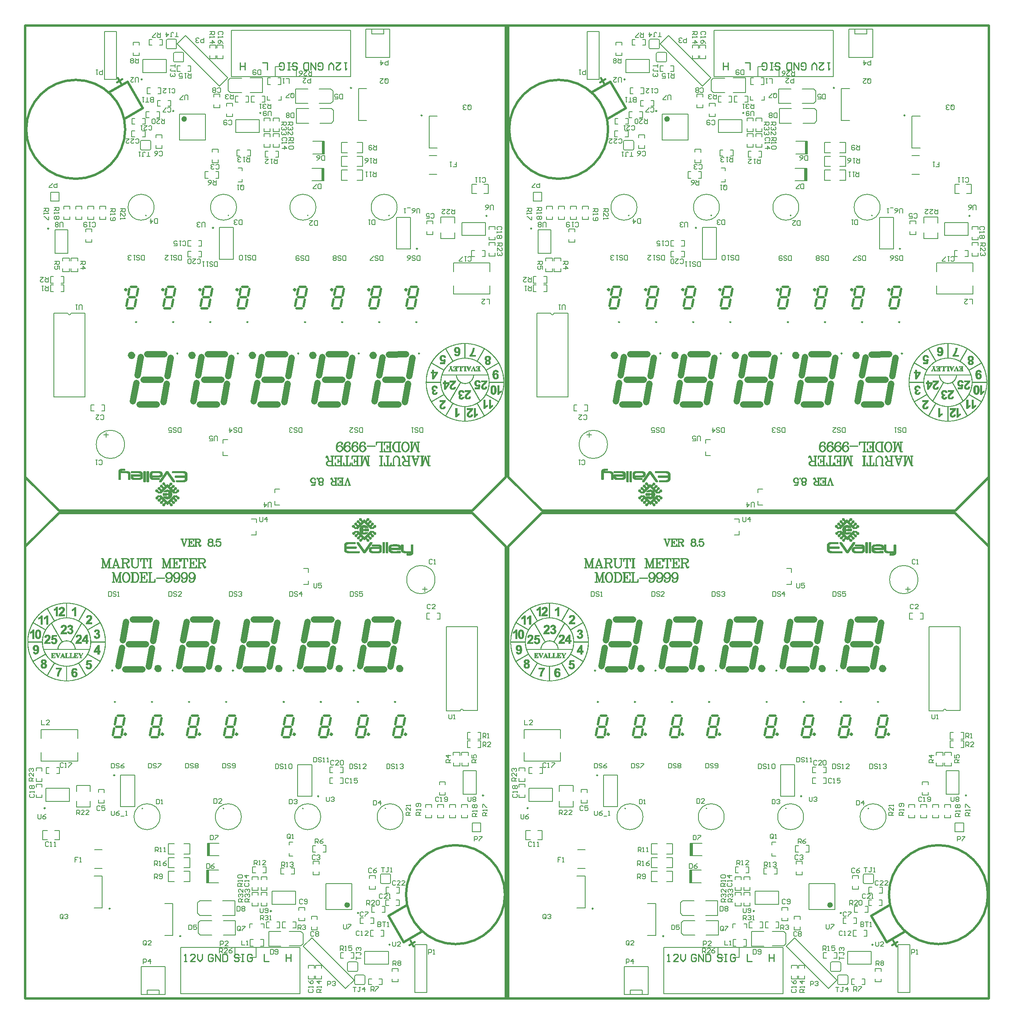
<source format=gto>
G04*
G04 #@! TF.GenerationSoftware,Altium Limited,Altium Designer,20.0.14 (345)*
G04*
G04 Layer_Color=65535*
%FSLAX44Y44*%
%MOMM*%
G71*
G01*
G75*
%ADD40C,0.5000*%
%ADD41C,0.2500*%
%ADD46C,1.0000*%
%ADD47C,0.2000*%
%ADD52C,0.2540*%
%ADD85C,0.2032*%
%ADD86C,0.6000*%
%ADD87C,0.1270*%
%ADD88C,0.0254*%
%ADD89C,1.3700*%
%ADD90C,0.0127*%
%ADD91C,0.4000*%
%ADD92R,0.5500X2.6500*%
D40*
X213531Y560700D02*
G03*
X213531Y560700I-1500J0D01*
G01*
X292271D02*
G03*
X292271Y560700I-1500J0D01*
G01*
X371011D02*
G03*
X371011Y560700I-1500J0D01*
G01*
X449751D02*
G03*
X449751Y560700I-1500J0D01*
G01*
X572051D02*
G03*
X572051Y560700I-1500J0D01*
G01*
X650791D02*
G03*
X650791Y560700I-1500J0D01*
G01*
X729531D02*
G03*
X729531Y560700I-1500J0D01*
G01*
X808271D02*
G03*
X808271Y560700I-1500J0D01*
G01*
X1018010Y220345D02*
G03*
X1018010Y220345I-105000J0D01*
G01*
X196281Y600200D02*
X208531D01*
X204369Y559065D02*
X206581Y571800D01*
X186099Y558776D02*
X188581Y572950D01*
X192531Y576700D02*
X204781D01*
X190349Y581526D02*
X192831Y595700D01*
X208099Y581026D02*
X210581Y595200D01*
X189281Y554700D02*
X201531D01*
X268021D02*
X280271D01*
X286839Y581026D02*
X289321Y595200D01*
X269089Y581526D02*
X271571Y595700D01*
X271271Y576700D02*
X283521D01*
X264839Y558776D02*
X267321Y572950D01*
X283109Y559065D02*
X285321Y571800D01*
X275021Y600200D02*
X287271D01*
X353761D02*
X366011D01*
X361849Y559065D02*
X364061Y571800D01*
X343579Y558776D02*
X346061Y572950D01*
X350011Y576700D02*
X362261D01*
X347829Y581526D02*
X350311Y595700D01*
X365579Y581026D02*
X368061Y595200D01*
X346761Y554700D02*
X359011D01*
X425501D02*
X437751D01*
X444319Y581026D02*
X446801Y595200D01*
X426569Y581526D02*
X429051Y595700D01*
X428751Y576700D02*
X441001D01*
X422319Y558776D02*
X424801Y572950D01*
X440589Y559065D02*
X442801Y571800D01*
X432501Y600200D02*
X444751D01*
X554801D02*
X567051D01*
X562889Y559065D02*
X565101Y571800D01*
X544619Y558776D02*
X547101Y572950D01*
X551051Y576700D02*
X563301D01*
X548869Y581526D02*
X551351Y595700D01*
X566619Y581026D02*
X569101Y595200D01*
X547801Y554700D02*
X560051D01*
X626541D02*
X638791D01*
X645359Y581026D02*
X647841Y595200D01*
X627609Y581526D02*
X630091Y595700D01*
X629791Y576700D02*
X642041D01*
X623359Y558776D02*
X625841Y572950D01*
X641629Y559065D02*
X643841Y571800D01*
X633541Y600200D02*
X645791D01*
X712281D02*
X724531D01*
X720369Y559065D02*
X722581Y571800D01*
X702099Y558776D02*
X704581Y572950D01*
X708531Y576700D02*
X720781D01*
X706349Y581526D02*
X708831Y595700D01*
X724099Y581026D02*
X726581Y595200D01*
X705281Y554700D02*
X717531D01*
X784021D02*
X796271D01*
X802839Y581026D02*
X805321Y595200D01*
X785089Y581526D02*
X787571Y595700D01*
X787271Y576700D02*
X799521D01*
X780839Y558776D02*
X783321Y572950D01*
X799109Y559065D02*
X801321Y571800D01*
X791021Y600200D02*
X803271D01*
X770476Y175581D02*
X809447Y198081D01*
X770476Y175581D02*
X802976Y119289D01*
X841947Y141789D01*
X1238532Y560700D02*
G03*
X1238532Y560700I-1500J0D01*
G01*
X1317272D02*
G03*
X1317272Y560700I-1500J0D01*
G01*
X1396012D02*
G03*
X1396012Y560700I-1500J0D01*
G01*
X1474752D02*
G03*
X1474752Y560700I-1500J0D01*
G01*
X1597052D02*
G03*
X1597052Y560700I-1500J0D01*
G01*
X1675792D02*
G03*
X1675792Y560700I-1500J0D01*
G01*
X1754532D02*
G03*
X1754532Y560700I-1500J0D01*
G01*
X1833272D02*
G03*
X1833272Y560700I-1500J0D01*
G01*
X2043011Y220345D02*
G03*
X2043011Y220345I-105000J0D01*
G01*
X1221282Y600200D02*
X1233532D01*
X1229370Y559065D02*
X1231582Y571800D01*
X1211100Y558776D02*
X1213582Y572950D01*
X1217532Y576700D02*
X1229782D01*
X1215350Y581526D02*
X1217832Y595700D01*
X1233100Y581026D02*
X1235582Y595200D01*
X1214282Y554700D02*
X1226532D01*
X1293022D02*
X1305272D01*
X1311840Y581026D02*
X1314322Y595200D01*
X1294090Y581526D02*
X1296572Y595700D01*
X1296272Y576700D02*
X1308522D01*
X1289840Y558776D02*
X1292322Y572950D01*
X1308110Y559065D02*
X1310322Y571800D01*
X1300022Y600200D02*
X1312272D01*
X1378762D02*
X1391012D01*
X1386850Y559065D02*
X1389062Y571800D01*
X1368580Y558776D02*
X1371062Y572950D01*
X1375012Y576700D02*
X1387262D01*
X1372830Y581526D02*
X1375312Y595700D01*
X1390580Y581026D02*
X1393062Y595200D01*
X1371762Y554700D02*
X1384012D01*
X1450502D02*
X1462752D01*
X1469320Y581026D02*
X1471802Y595200D01*
X1451570Y581526D02*
X1454052Y595700D01*
X1453752Y576700D02*
X1466002D01*
X1447320Y558776D02*
X1449802Y572950D01*
X1465590Y559065D02*
X1467802Y571800D01*
X1457502Y600200D02*
X1469752D01*
X1579802D02*
X1592052D01*
X1587890Y559065D02*
X1590102Y571800D01*
X1569620Y558776D02*
X1572102Y572950D01*
X1576052Y576700D02*
X1588302D01*
X1573870Y581526D02*
X1576352Y595700D01*
X1591620Y581026D02*
X1594102Y595200D01*
X1572802Y554700D02*
X1585052D01*
X1651542D02*
X1663792D01*
X1670360Y581026D02*
X1672842Y595200D01*
X1652610Y581526D02*
X1655092Y595700D01*
X1654792Y576700D02*
X1667042D01*
X1648360Y558776D02*
X1650842Y572950D01*
X1666630Y559065D02*
X1668842Y571800D01*
X1658542Y600200D02*
X1670792D01*
X1737282D02*
X1749532D01*
X1745370Y559065D02*
X1747582Y571800D01*
X1727100Y558776D02*
X1729582Y572950D01*
X1733532Y576700D02*
X1745782D01*
X1731350Y581526D02*
X1733832Y595700D01*
X1749100Y581026D02*
X1751582Y595200D01*
X1730282Y554700D02*
X1742532D01*
X1809022D02*
X1821272D01*
X1827840Y581026D02*
X1830322Y595200D01*
X1810090Y581526D02*
X1812572Y595700D01*
X1812272Y576700D02*
X1824522D01*
X1805840Y558776D02*
X1808322Y572950D01*
X1824110Y559065D02*
X1826322Y571800D01*
X1816022Y600200D02*
X1828272D01*
X1795477Y175581D02*
X1834448Y198081D01*
X1795477Y175581D02*
X1827977Y119289D01*
X1866948Y141789D01*
X1831469Y1504300D02*
G03*
X1831469Y1504300I1500J0D01*
G01*
X1752729D02*
G03*
X1752729Y1504300I1500J0D01*
G01*
X1673989D02*
G03*
X1673989Y1504300I1500J0D01*
G01*
X1595249D02*
G03*
X1595249Y1504300I1500J0D01*
G01*
X1472949D02*
G03*
X1472949Y1504300I1500J0D01*
G01*
X1394209D02*
G03*
X1394209Y1504300I1500J0D01*
G01*
X1315469D02*
G03*
X1315469Y1504300I1500J0D01*
G01*
X1236729D02*
G03*
X1236729Y1504300I1500J0D01*
G01*
X1026990Y1844655D02*
G03*
X1026990Y1844655I105000J0D01*
G01*
X1848719Y1464800D02*
X1836469D01*
X1840631Y1505935D02*
X1838419Y1493200D01*
X1858901Y1506224D02*
X1856419Y1492050D01*
X1852469Y1488300D02*
X1840219D01*
X1854651Y1483474D02*
X1852169Y1469300D01*
X1836901Y1483974D02*
X1834419Y1469800D01*
X1855719Y1510300D02*
X1843469D01*
X1776979D02*
X1764729D01*
X1758161Y1483974D02*
X1755679Y1469800D01*
X1775911Y1483474D02*
X1773429Y1469300D01*
X1773729Y1488300D02*
X1761479D01*
X1780161Y1506224D02*
X1777679Y1492050D01*
X1761891Y1505935D02*
X1759679Y1493200D01*
X1769979Y1464800D02*
X1757729D01*
X1691239D02*
X1678989D01*
X1683151Y1505935D02*
X1680939Y1493200D01*
X1701421Y1506224D02*
X1698939Y1492050D01*
X1694989Y1488300D02*
X1682739D01*
X1697171Y1483474D02*
X1694689Y1469300D01*
X1679421Y1483974D02*
X1676939Y1469800D01*
X1698239Y1510300D02*
X1685989D01*
X1619499D02*
X1607249D01*
X1600681Y1483974D02*
X1598199Y1469800D01*
X1618431Y1483474D02*
X1615949Y1469300D01*
X1616249Y1488300D02*
X1603999D01*
X1622681Y1506224D02*
X1620199Y1492050D01*
X1604411Y1505935D02*
X1602199Y1493200D01*
X1612499Y1464800D02*
X1600249D01*
X1490199D02*
X1477949D01*
X1482111Y1505935D02*
X1479899Y1493200D01*
X1500381Y1506224D02*
X1497899Y1492050D01*
X1493949Y1488300D02*
X1481699D01*
X1496131Y1483474D02*
X1493649Y1469300D01*
X1478381Y1483974D02*
X1475899Y1469800D01*
X1497199Y1510300D02*
X1484949D01*
X1418459D02*
X1406209D01*
X1399641Y1483974D02*
X1397159Y1469800D01*
X1417391Y1483474D02*
X1414909Y1469300D01*
X1415209Y1488300D02*
X1402959D01*
X1421641Y1506224D02*
X1419159Y1492050D01*
X1403371Y1505935D02*
X1401159Y1493200D01*
X1411459Y1464800D02*
X1399209D01*
X1332719D02*
X1320469D01*
X1324631Y1505935D02*
X1322419Y1493200D01*
X1342901Y1506224D02*
X1340419Y1492050D01*
X1336469Y1488300D02*
X1324219D01*
X1338651Y1483474D02*
X1336169Y1469300D01*
X1320901Y1483974D02*
X1318419Y1469800D01*
X1339719Y1510300D02*
X1327469D01*
X1260979D02*
X1248729D01*
X1242161Y1483974D02*
X1239679Y1469800D01*
X1259911Y1483474D02*
X1257429Y1469300D01*
X1257729Y1488300D02*
X1245479D01*
X1264161Y1506224D02*
X1261679Y1492050D01*
X1245891Y1505935D02*
X1243679Y1493200D01*
X1253979Y1464800D02*
X1241729D01*
X1274524Y1889419D02*
X1235553Y1866919D01*
X1274524Y1889419D02*
X1242024Y1945711D01*
X1203053Y1923211D01*
X806468Y1504300D02*
G03*
X806468Y1504300I1500J0D01*
G01*
X727728D02*
G03*
X727728Y1504300I1500J0D01*
G01*
X648988D02*
G03*
X648988Y1504300I1500J0D01*
G01*
X570248D02*
G03*
X570248Y1504300I1500J0D01*
G01*
X447948D02*
G03*
X447948Y1504300I1500J0D01*
G01*
X369208D02*
G03*
X369208Y1504300I1500J0D01*
G01*
X290468D02*
G03*
X290468Y1504300I1500J0D01*
G01*
X211728D02*
G03*
X211728Y1504300I1500J0D01*
G01*
X1989Y1844655D02*
G03*
X1989Y1844655I105000J0D01*
G01*
X823718Y1464800D02*
X811468D01*
X815630Y1505935D02*
X813418Y1493200D01*
X833900Y1506224D02*
X831418Y1492050D01*
X827468Y1488300D02*
X815218D01*
X829650Y1483474D02*
X827168Y1469300D01*
X811900Y1483974D02*
X809418Y1469800D01*
X830718Y1510300D02*
X818468D01*
X751978D02*
X739728D01*
X733160Y1483974D02*
X730678Y1469800D01*
X750910Y1483474D02*
X748428Y1469300D01*
X748728Y1488300D02*
X736478D01*
X755160Y1506224D02*
X752678Y1492050D01*
X736890Y1505935D02*
X734678Y1493200D01*
X744978Y1464800D02*
X732728D01*
X666238D02*
X653988D01*
X658150Y1505935D02*
X655938Y1493200D01*
X676420Y1506224D02*
X673938Y1492050D01*
X669988Y1488300D02*
X657738D01*
X672170Y1483474D02*
X669688Y1469300D01*
X654420Y1483974D02*
X651938Y1469800D01*
X673238Y1510300D02*
X660988D01*
X594498D02*
X582248D01*
X575680Y1483974D02*
X573198Y1469800D01*
X593430Y1483474D02*
X590948Y1469300D01*
X591248Y1488300D02*
X578998D01*
X597680Y1506224D02*
X595198Y1492050D01*
X579410Y1505935D02*
X577198Y1493200D01*
X587498Y1464800D02*
X575248D01*
X465198D02*
X452948D01*
X457110Y1505935D02*
X454898Y1493200D01*
X475380Y1506224D02*
X472898Y1492050D01*
X468948Y1488300D02*
X456698D01*
X471130Y1483474D02*
X468648Y1469300D01*
X453380Y1483974D02*
X450898Y1469800D01*
X472198Y1510300D02*
X459948D01*
X393458D02*
X381208D01*
X374640Y1483974D02*
X372158Y1469800D01*
X392390Y1483474D02*
X389908Y1469300D01*
X390208Y1488300D02*
X377958D01*
X396640Y1506224D02*
X394158Y1492050D01*
X378370Y1505935D02*
X376158Y1493200D01*
X386458Y1464800D02*
X374208D01*
X307718D02*
X295468D01*
X299630Y1505935D02*
X297418Y1493200D01*
X317900Y1506224D02*
X315418Y1492050D01*
X311468Y1488300D02*
X299218D01*
X313650Y1483474D02*
X311168Y1469300D01*
X295900Y1483974D02*
X293418Y1469800D01*
X314718Y1510300D02*
X302468D01*
X235978D02*
X223728D01*
X217160Y1483974D02*
X214678Y1469800D01*
X234910Y1483474D02*
X232428Y1469300D01*
X232728Y1488300D02*
X220478D01*
X239160Y1506224D02*
X236678Y1492050D01*
X220890Y1505935D02*
X218678Y1493200D01*
X228978Y1464800D02*
X216728D01*
X249523Y1889419D02*
X210552Y1866919D01*
X249523Y1889419D02*
X217023Y1945711D01*
X178052Y1923211D01*
X0Y0D02*
X2045000D01*
Y2065000D01*
X0D02*
X2045000D01*
X0Y0D02*
Y2065000D01*
X1Y-0D02*
X1020001D01*
Y957500D01*
X948501Y1030000D02*
X1020001Y958850D01*
X71151Y1030000D02*
X948501D01*
X1Y958850D02*
X71151Y1030000D01*
X1Y-0D02*
Y958850D01*
X1025002Y-0D02*
X2045002D01*
Y957500D01*
X1973502Y1030000D02*
X2045002Y958850D01*
X1096152Y1030000D02*
X1973502D01*
X1025002Y958850D02*
X1096152Y1030000D01*
X1025002Y-0D02*
Y958850D01*
X2044999Y2065000D02*
X1024999D01*
Y1107500D01*
X1096499Y1035000D02*
X1024999Y1106150D01*
X1973849Y1035000D02*
X1096499D01*
X2044999Y1106150D02*
X1973849Y1035000D01*
X2044999Y2065000D02*
Y1106150D01*
X1019998Y2065000D02*
X-2D01*
Y1107500D01*
X71498Y1035000D02*
X-2Y1106150D01*
X948848Y1035000D02*
X71498D01*
X1019998Y1106150D02*
X948848Y1035000D01*
X1019998Y2065000D02*
Y1106150D01*
D41*
X189921Y473690D02*
G03*
X189921Y473690I-1250J0D01*
G01*
X42281Y403970D02*
G03*
X42281Y403970I-1250J0D01*
G01*
X522341Y185530D02*
G03*
X522341Y185530I-1250J0D01*
G01*
X707231Y181400D02*
G03*
X707231Y181400I-1250J0D01*
G01*
X622841Y429280D02*
G03*
X622841Y429280I-1250J0D01*
G01*
X185611Y696020D02*
G03*
X185611Y696020I-1250J0D01*
G01*
X441941Y695960D02*
G03*
X441941Y695960I-1250J0D01*
G01*
X570211D02*
G03*
X570211Y695960I-1250J0D01*
G01*
X698481D02*
G03*
X698481Y695960I-1250J0D01*
G01*
X313671D02*
G03*
X313671Y695960I-1250J0D01*
G01*
X191291Y629470D02*
G03*
X191291Y629470I-1250J0D01*
G01*
X270031D02*
G03*
X270031Y629470I-1250J0D01*
G01*
X348771D02*
G03*
X348771Y629470I-1250J0D01*
G01*
X427511D02*
G03*
X427511Y629470I-1250J0D01*
G01*
X549811D02*
G03*
X549811Y629470I-1250J0D01*
G01*
X628551D02*
G03*
X628551Y629470I-1250J0D01*
G01*
X707291D02*
G03*
X707291Y629470I-1250J0D01*
G01*
X786031D02*
G03*
X786031Y629470I-1250J0D01*
G01*
X180201Y190760D02*
G03*
X180201Y190760I-1250J0D01*
G01*
X330061Y132340D02*
G03*
X330061Y132340I-1250J0D01*
G01*
X774291Y114190D02*
G03*
X774291Y114190I-1250J0D01*
G01*
X972691Y430920D02*
G03*
X972691Y430920I-1250J0D01*
G01*
X1214922Y473690D02*
G03*
X1214922Y473690I-1250J0D01*
G01*
X1067282Y403970D02*
G03*
X1067282Y403970I-1250J0D01*
G01*
X1547342Y185530D02*
G03*
X1547342Y185530I-1250J0D01*
G01*
X1732232Y181400D02*
G03*
X1732232Y181400I-1250J0D01*
G01*
X1647842Y429280D02*
G03*
X1647842Y429280I-1250J0D01*
G01*
X1210612Y696020D02*
G03*
X1210612Y696020I-1250J0D01*
G01*
X1466942Y695960D02*
G03*
X1466942Y695960I-1250J0D01*
G01*
X1595212D02*
G03*
X1595212Y695960I-1250J0D01*
G01*
X1723482D02*
G03*
X1723482Y695960I-1250J0D01*
G01*
X1338672D02*
G03*
X1338672Y695960I-1250J0D01*
G01*
X1216292Y629470D02*
G03*
X1216292Y629470I-1250J0D01*
G01*
X1295032D02*
G03*
X1295032Y629470I-1250J0D01*
G01*
X1373772D02*
G03*
X1373772Y629470I-1250J0D01*
G01*
X1452512D02*
G03*
X1452512Y629470I-1250J0D01*
G01*
X1574812D02*
G03*
X1574812Y629470I-1250J0D01*
G01*
X1653552D02*
G03*
X1653552Y629470I-1250J0D01*
G01*
X1732292D02*
G03*
X1732292Y629470I-1250J0D01*
G01*
X1811032D02*
G03*
X1811032Y629470I-1250J0D01*
G01*
X1205202Y190760D02*
G03*
X1205202Y190760I-1250J0D01*
G01*
X1355062Y132340D02*
G03*
X1355062Y132340I-1250J0D01*
G01*
X1799292Y114190D02*
G03*
X1799292Y114190I-1250J0D01*
G01*
X1997692Y430920D02*
G03*
X1997692Y430920I-1250J0D01*
G01*
X1855079Y1591310D02*
G03*
X1855079Y1591310I1250J0D01*
G01*
X2002719Y1661030D02*
G03*
X2002719Y1661030I1250J0D01*
G01*
X1522659Y1879470D02*
G03*
X1522659Y1879470I1250J0D01*
G01*
X1337769Y1883600D02*
G03*
X1337769Y1883600I1250J0D01*
G01*
X1422159Y1635720D02*
G03*
X1422159Y1635720I1250J0D01*
G01*
X1859389Y1368980D02*
G03*
X1859389Y1368980I1250J0D01*
G01*
X1603059Y1369040D02*
G03*
X1603059Y1369040I1250J0D01*
G01*
X1474789D02*
G03*
X1474789Y1369040I1250J0D01*
G01*
X1346519D02*
G03*
X1346519Y1369040I1250J0D01*
G01*
X1731329D02*
G03*
X1731329Y1369040I1250J0D01*
G01*
X1853709Y1435530D02*
G03*
X1853709Y1435530I1250J0D01*
G01*
X1774969D02*
G03*
X1774969Y1435530I1250J0D01*
G01*
X1696229D02*
G03*
X1696229Y1435530I1250J0D01*
G01*
X1617489D02*
G03*
X1617489Y1435530I1250J0D01*
G01*
X1495189D02*
G03*
X1495189Y1435530I1250J0D01*
G01*
X1416449D02*
G03*
X1416449Y1435530I1250J0D01*
G01*
X1337709D02*
G03*
X1337709Y1435530I1250J0D01*
G01*
X1258969D02*
G03*
X1258969Y1435530I1250J0D01*
G01*
X1864799Y1874240D02*
G03*
X1864799Y1874240I1250J0D01*
G01*
X1714939Y1932660D02*
G03*
X1714939Y1932660I1250J0D01*
G01*
X1270709Y1950810D02*
G03*
X1270709Y1950810I1250J0D01*
G01*
X1072309Y1634080D02*
G03*
X1072309Y1634080I1250J0D01*
G01*
X830078Y1591310D02*
G03*
X830078Y1591310I1250J0D01*
G01*
X977718Y1661030D02*
G03*
X977718Y1661030I1250J0D01*
G01*
X497658Y1879470D02*
G03*
X497658Y1879470I1250J0D01*
G01*
X312768Y1883600D02*
G03*
X312768Y1883600I1250J0D01*
G01*
X397158Y1635720D02*
G03*
X397158Y1635720I1250J0D01*
G01*
X834388Y1368980D02*
G03*
X834388Y1368980I1250J0D01*
G01*
X578058Y1369040D02*
G03*
X578058Y1369040I1250J0D01*
G01*
X449788D02*
G03*
X449788Y1369040I1250J0D01*
G01*
X321518D02*
G03*
X321518Y1369040I1250J0D01*
G01*
X706328D02*
G03*
X706328Y1369040I1250J0D01*
G01*
X828708Y1435530D02*
G03*
X828708Y1435530I1250J0D01*
G01*
X749968D02*
G03*
X749968Y1435530I1250J0D01*
G01*
X671228D02*
G03*
X671228Y1435530I1250J0D01*
G01*
X592488D02*
G03*
X592488Y1435530I1250J0D01*
G01*
X470188D02*
G03*
X470188Y1435530I1250J0D01*
G01*
X391448D02*
G03*
X391448Y1435530I1250J0D01*
G01*
X312708D02*
G03*
X312708Y1435530I1250J0D01*
G01*
X233968D02*
G03*
X233968Y1435530I1250J0D01*
G01*
X839798Y1874240D02*
G03*
X839798Y1874240I1250J0D01*
G01*
X689938Y1932660D02*
G03*
X689938Y1932660I1250J0D01*
G01*
X245708Y1950810D02*
G03*
X245708Y1950810I1250J0D01*
G01*
X47308Y1634080D02*
G03*
X47308Y1634080I1250J0D01*
G01*
D46*
X284611Y700200D02*
G03*
X284611Y700200I-2960J0D01*
G01*
X540941Y700140D02*
G03*
X540941Y700140I-2960J0D01*
G01*
X669211D02*
G03*
X669211Y700140I-2960J0D01*
G01*
X797481D02*
G03*
X797481Y700140I-2960J0D01*
G01*
X412671D02*
G03*
X412671Y700140I-2960J0D01*
G01*
X1309612Y700200D02*
G03*
X1309612Y700200I-2960J0D01*
G01*
X1565942Y700140D02*
G03*
X1565942Y700140I-2960J0D01*
G01*
X1694212D02*
G03*
X1694212Y700140I-2960J0D01*
G01*
X1822482D02*
G03*
X1822482Y700140I-2960J0D01*
G01*
X1437672D02*
G03*
X1437672Y700140I-2960J0D01*
G01*
X1760389Y1364800D02*
G03*
X1760389Y1364800I2960J0D01*
G01*
X1504059Y1364860D02*
G03*
X1504059Y1364860I2960J0D01*
G01*
X1375789D02*
G03*
X1375789Y1364860I2960J0D01*
G01*
X1247519D02*
G03*
X1247519Y1364860I2960J0D01*
G01*
X1632329D02*
G03*
X1632329Y1364860I2960J0D01*
G01*
X735388Y1364800D02*
G03*
X735388Y1364800I2960J0D01*
G01*
X479058Y1364860D02*
G03*
X479058Y1364860I2960J0D01*
G01*
X350788D02*
G03*
X350788Y1364860I2960J0D01*
G01*
X222518D02*
G03*
X222518Y1364860I2960J0D01*
G01*
X607328D02*
G03*
X607328Y1364860I2960J0D01*
G01*
D47*
X421651Y403200D02*
G03*
X421651Y403200I-1000J0D01*
G01*
X458331Y385700D02*
G03*
X458331Y385700I-27500J0D01*
G01*
X590151Y403200D02*
G03*
X590151Y403200I-1000J0D01*
G01*
X626831Y385700D02*
G03*
X626831Y385700I-27500J0D01*
G01*
X869471Y889000D02*
G03*
X869471Y889000I-30000J0D01*
G01*
X929556Y610870D02*
G03*
X923206Y610870I-3175J0D01*
G01*
X801831Y385700D02*
G03*
X801831Y385700I-27500J0D01*
G01*
X765151Y403200D02*
G03*
X765151Y403200I-1000J0D01*
G01*
X285831Y385700D02*
G03*
X285831Y385700I-27500J0D01*
G01*
X249151Y403200D02*
G03*
X249151Y403200I-1000J0D01*
G01*
X444861Y87040D02*
Y108540D01*
X477361D02*
X489861D01*
X477361Y87040D02*
X489861D01*
Y108540D01*
X444861D02*
X457361D01*
X444861Y87040D02*
X457361D01*
X699136Y31750D02*
Y46990D01*
X720853Y31750D02*
Y46990D01*
X446031Y134360D02*
Y165360D01*
X367031Y160860D02*
X371531Y165360D01*
X367031Y138860D02*
X371531Y134360D01*
X367031Y138860D02*
Y160860D01*
X420031Y165360D02*
X446031D01*
X420031Y134360D02*
X446031D01*
X371531D02*
X396031D01*
X371531Y165360D02*
X396031D01*
X444761Y176270D02*
Y207270D01*
X365761Y202770D02*
X370261Y207270D01*
X365761Y180770D02*
X370261Y176270D01*
X365761Y180770D02*
Y202770D01*
X418761Y207270D02*
X444761D01*
X418761Y176270D02*
X444761D01*
X370261D02*
X394761D01*
X370261Y207270D02*
X394761D01*
X966581Y354220D02*
Y372220D01*
X948581Y354220D02*
X966581D01*
X948581D02*
Y372220D01*
X966581D01*
X560451Y111500D02*
X584951D01*
X560451Y142500D02*
X584951D01*
X516701Y142250D02*
X542701D01*
X516701Y111250D02*
X542701D01*
X589451Y116000D02*
Y138000D01*
X584951Y142500D02*
X589451Y138000D01*
X584951Y111500D02*
X589451Y116000D01*
X516701Y111250D02*
Y142250D01*
X108441Y439260D02*
Y452010D01*
X137941Y439260D02*
Y452010D01*
X108441Y406510D02*
X137941D01*
X108441D02*
Y419260D01*
X137941Y406510D02*
Y419260D01*
X108441Y452010D02*
X137941D01*
X202171Y407190D02*
X232171D01*
X202171Y474190D02*
X232171D01*
X232171Y407190D01*
X202171D02*
X202171Y474190D01*
X33641Y570210D02*
X111141D01*
X33641Y503710D02*
X111141D01*
X33641Y552210D02*
Y570210D01*
X111141Y552210D02*
Y570210D01*
X33641Y503710D02*
Y522210D01*
X111141Y503710D02*
Y522210D01*
X43581Y418470D02*
X93581D01*
X43581Y445770D02*
X93581D01*
X43581Y418470D02*
Y445770D01*
X93581Y418470D02*
Y445770D01*
X573641Y200030D02*
Y227330D01*
X523641Y200030D02*
Y227330D01*
X573641D01*
X523641Y200030D02*
X573641D01*
X500381Y158130D02*
X506491D01*
Y149860D02*
Y158130D01*
X476491D02*
X482601D01*
X476491Y149860D02*
Y158130D01*
X683896Y59690D02*
Y74930D01*
X705613Y59690D02*
Y74930D01*
X692981Y188400D02*
Y243400D01*
X637981Y188400D02*
Y243400D01*
Y188400D02*
X692981D01*
X637981Y243400D02*
X692981D01*
X578091Y495780D02*
X608091Y495780D01*
X578091Y428780D02*
X608091Y428780D01*
X578091Y428780D02*
X578091Y495780D01*
X608091Y495780D02*
X608091Y428780D01*
X590631Y912600D02*
X600801D01*
Y904590D02*
Y912600D01*
X590631Y878900D02*
X600701D01*
Y886810D01*
X480061Y1017660D02*
X490231D01*
Y1009650D02*
Y1017660D01*
X480061Y983960D02*
X490131D01*
Y991870D01*
X848361Y863600D02*
Y873760D01*
X843281Y868680D02*
X853441D01*
X753746Y246380D02*
Y261620D01*
X775463Y246380D02*
Y261620D01*
X303891Y306750D02*
Y328250D01*
X336391D02*
X348891D01*
X336391Y306750D02*
X348891D01*
Y328250D01*
X303891D02*
X316391D01*
X303891Y306750D02*
X316391D01*
X348891Y277540D02*
Y299040D01*
X303891Y277540D02*
X316391D01*
X303891Y299040D02*
X316391D01*
X303891Y277540D02*
Y299040D01*
X336391Y277540D02*
X348891D01*
X336391Y299040D02*
X348891D01*
Y248330D02*
Y269830D01*
X303891Y248330D02*
X316391D01*
X303891Y269830D02*
X316391D01*
X303891Y248330D02*
Y269830D01*
X336391Y248330D02*
X348891D01*
X336391Y269830D02*
X348891D01*
X145701Y260060D02*
X162951D01*
Y192060D02*
Y260060D01*
X145701Y192060D02*
X162951D01*
X295561Y201640D02*
X312811D01*
Y133640D02*
Y201640D01*
X295561Y133640D02*
X312811D01*
X559701Y301936D02*
X567971D01*
X559701D02*
Y308046D01*
Y331936D02*
X567971D01*
X559701Y325826D02*
Y331936D01*
X297181Y8020D02*
Y68020D01*
X246381Y8020D02*
X297181D01*
X246381Y68020D02*
X297181D01*
X246381Y8020D02*
Y68020D01*
X284481Y8020D02*
Y17780D01*
X259081D02*
X284481D01*
X259081Y8020D02*
Y17780D01*
X37111Y336710D02*
X46991D01*
X37111Y356710D02*
X46991D01*
X37111Y336710D02*
Y356710D01*
X72111Y336710D02*
Y356710D01*
X62231Y336710D02*
X72111D01*
X62231Y356710D02*
X72111D01*
X929631Y610870D02*
X959381D01*
X893381Y610620D02*
X923206D01*
X893381D02*
Y788670D01*
X959381D01*
Y610870D02*
Y788670D01*
X720491Y72390D02*
Y99690D01*
X770491Y72390D02*
Y99690D01*
X720491Y72390D02*
X770491D01*
X720491Y99690D02*
X770491D01*
X329831Y108420D02*
X582931D01*
Y10420D02*
Y108170D01*
X329831Y10420D02*
Y107920D01*
Y10420D02*
X582931D01*
X826771Y12700D02*
X852171Y12700D01*
X826771Y12700D02*
Y114300D01*
X852171Y12700D02*
X852171Y114300D01*
X826771Y114300D02*
X852171Y114300D01*
X146941Y315910D02*
X162941D01*
X146941Y275910D02*
X162941D01*
X386281Y302980D02*
X411281D01*
X386281Y329480D02*
X411281D01*
X386281Y302980D02*
Y329480D01*
X385011Y245830D02*
X410011D01*
X385011Y272330D02*
X410011D01*
X385011Y245830D02*
Y272330D01*
X679812Y21048D02*
X697773Y39009D01*
X590009Y110851D02*
X679812Y21048D01*
X607970Y128811D02*
X697773Y39009D01*
X590009Y110851D02*
X607970Y128811D01*
X956941Y433470D02*
Y483470D01*
X929641Y433470D02*
Y483470D01*
Y433470D02*
X956941D01*
X929641Y483470D02*
X956941D01*
X412122Y96601D02*
Y106598D01*
X417120D01*
X418786Y104932D01*
Y101600D01*
X417120Y99934D01*
X412122D01*
X415454D02*
X418786Y96601D01*
X428783D02*
X422119D01*
X428783Y103266D01*
Y104932D01*
X427117Y106598D01*
X423785D01*
X422119Y104932D01*
X438780Y106598D02*
X435448Y104932D01*
X432115Y101600D01*
Y98268D01*
X433782Y96601D01*
X437114D01*
X438780Y98268D01*
Y99934D01*
X437114Y101600D01*
X432115D01*
X695332Y24048D02*
X701996D01*
X698664D01*
Y14051D01*
X711993Y24048D02*
X708661D01*
X710327D01*
Y15718D01*
X708661Y14051D01*
X706995D01*
X705329Y15718D01*
X720324Y14051D02*
Y24048D01*
X715325Y19050D01*
X721990D01*
X953060Y334091D02*
Y344088D01*
X958059D01*
X959725Y342422D01*
Y339090D01*
X958059Y337424D01*
X953060D01*
X963057Y344088D02*
X969722D01*
Y342422D01*
X963057Y335758D01*
Y334091D01*
X817799Y388387D02*
X807803D01*
Y393385D01*
X809469Y395051D01*
X812801D01*
X814467Y393385D01*
Y388387D01*
Y391719D02*
X817799Y395051D01*
Y405048D02*
Y398384D01*
X811135Y405048D01*
X809469D01*
X807803Y403382D01*
Y400050D01*
X809469Y398384D01*
X817799Y408381D02*
Y411713D01*
Y410047D01*
X807803D01*
X809469Y408381D01*
X839389Y388824D02*
X829392D01*
Y393822D01*
X831059Y395488D01*
X834391D01*
X836057Y393822D01*
Y388824D01*
Y392156D02*
X839389Y395488D01*
Y398821D02*
Y402153D01*
Y400487D01*
X829392D01*
X831059Y398821D01*
X837723Y407151D02*
X839389Y408817D01*
Y412150D01*
X837723Y413816D01*
X831059D01*
X829392Y412150D01*
Y408817D01*
X831059Y407151D01*
X832725D01*
X834391Y408817D01*
Y413816D01*
X958769Y386284D02*
X948773D01*
Y391282D01*
X950439Y392948D01*
X953771D01*
X955437Y391282D01*
Y386284D01*
Y389616D02*
X958769Y392948D01*
Y396281D02*
Y399613D01*
Y397947D01*
X948773D01*
X950439Y396281D01*
Y404611D02*
X948773Y406277D01*
Y409610D01*
X950439Y411276D01*
X952105D01*
X953771Y409610D01*
X955437Y411276D01*
X957103D01*
X958769Y409610D01*
Y406277D01*
X957103Y404611D01*
X955437D01*
X953771Y406277D01*
X952105Y404611D01*
X950439D01*
X953771Y406277D02*
Y409610D01*
X980359Y387554D02*
X970362D01*
Y392552D01*
X972029Y394218D01*
X975361D01*
X977027Y392552D01*
Y387554D01*
Y390886D02*
X980359Y394218D01*
Y397551D02*
Y400883D01*
Y399217D01*
X970362D01*
X972029Y397551D01*
X970362Y405881D02*
Y412546D01*
X972029D01*
X978693Y405881D01*
X980359D01*
X628569Y12904D02*
X618573D01*
Y17902D01*
X620239Y19568D01*
X623571D01*
X625237Y17902D01*
Y12904D01*
Y16236D02*
X628569Y19568D01*
Y22901D02*
Y26233D01*
Y24567D01*
X618573D01*
X620239Y22901D01*
X628569Y36230D02*
X618573D01*
X623571Y31231D01*
Y37896D01*
X602459Y19568D02*
X600793Y17902D01*
Y14570D01*
X602459Y12904D01*
X609123D01*
X610789Y14570D01*
Y17902D01*
X609123Y19568D01*
X610789Y22901D02*
Y26233D01*
Y24567D01*
X600793D01*
X602459Y22901D01*
X600793Y37896D02*
X602459Y34564D01*
X605791Y31231D01*
X609123D01*
X610789Y32897D01*
Y36230D01*
X609123Y37896D01*
X607457D01*
X605791Y36230D01*
Y31231D01*
X17699Y461651D02*
X7703D01*
Y466649D01*
X9369Y468315D01*
X12701D01*
X14367Y466649D01*
Y461651D01*
Y464983D02*
X17699Y468315D01*
Y478312D02*
Y471648D01*
X11035Y478312D01*
X9369D01*
X7703Y476646D01*
Y473314D01*
X9369Y471648D01*
Y481644D02*
X7703Y483311D01*
Y486643D01*
X9369Y488309D01*
X11035D01*
X12701Y486643D01*
Y484977D01*
Y486643D01*
X14367Y488309D01*
X16033D01*
X17699Y486643D01*
Y483311D01*
X16033Y481644D01*
X108592Y389971D02*
Y399968D01*
X113590D01*
X115256Y398302D01*
Y394970D01*
X113590Y393304D01*
X108592D01*
X111924D02*
X115256Y389971D01*
X125253D02*
X118589D01*
X125253Y396636D01*
Y398302D01*
X123587Y399968D01*
X120255D01*
X118589Y398302D01*
X135250Y389971D02*
X128585D01*
X135250Y396636D01*
Y398302D01*
X133584Y399968D01*
X130252D01*
X128585Y398302D01*
X34545Y590641D02*
Y580644D01*
X41209D01*
X51206D02*
X44542D01*
X51206Y587309D01*
Y588975D01*
X49540Y590641D01*
X46208D01*
X44542Y588975D01*
X10639Y433588D02*
X8972Y431922D01*
Y428590D01*
X10639Y426924D01*
X17303D01*
X18969Y428590D01*
Y431922D01*
X17303Y433588D01*
X18969Y436921D02*
Y440253D01*
Y438587D01*
X8972D01*
X10639Y436921D01*
Y445251D02*
X8972Y446917D01*
Y450250D01*
X10639Y451916D01*
X12305D01*
X13971Y450250D01*
X15637Y451916D01*
X17303D01*
X18969Y450250D01*
Y446917D01*
X17303Y445251D01*
X15637D01*
X13971Y446917D01*
X12305Y445251D01*
X10639D01*
X13971Y446917D02*
Y450250D01*
X80529Y498632D02*
X78863Y500298D01*
X75531D01*
X73865Y498632D01*
Y491968D01*
X75531Y490301D01*
X78863D01*
X80529Y491968D01*
X83862Y490301D02*
X87194D01*
X85528D01*
Y500298D01*
X83862Y498632D01*
X92192Y500298D02*
X98857D01*
Y498632D01*
X92192Y491968D01*
Y490301D01*
X702393Y81921D02*
Y88585D01*
Y85253D01*
X712389D01*
X702393Y98582D02*
Y95250D01*
Y96916D01*
X710723D01*
X712389Y95250D01*
Y93584D01*
X710723Y91918D01*
X704059Y101914D02*
X702393Y103581D01*
Y106913D01*
X704059Y108579D01*
X705725D01*
X707391Y106913D01*
Y105247D01*
Y106913D01*
X709057Y108579D01*
X710723D01*
X712389Y106913D01*
Y103581D01*
X710723Y101914D01*
X498400Y191688D02*
Y183358D01*
X500066Y181691D01*
X503399D01*
X505065Y183358D01*
Y191688D01*
X508397Y183358D02*
X510063Y181691D01*
X513395D01*
X515062Y183358D01*
Y190022D01*
X513395Y191688D01*
X510063D01*
X508397Y190022D01*
Y188356D01*
X510063Y186690D01*
X515062D01*
X724542Y198201D02*
Y208198D01*
X729540D01*
X731206Y206532D01*
Y203200D01*
X729540Y201534D01*
X724542D01*
X727874D02*
X731206Y198201D01*
X741203D02*
X734539D01*
X741203Y204866D01*
Y206532D01*
X739537Y208198D01*
X736205D01*
X734539Y206532D01*
X744535D02*
X746202Y208198D01*
X749534D01*
X751200Y206532D01*
Y199868D01*
X749534Y198201D01*
X746202D01*
X744535Y199868D01*
Y206532D01*
X476169Y205111D02*
X466172D01*
Y210109D01*
X467839Y211775D01*
X471171D01*
X472837Y210109D01*
Y205111D01*
Y208443D02*
X476169Y211775D01*
X467839Y215108D02*
X466172Y216774D01*
Y220106D01*
X467839Y221772D01*
X469505D01*
X471171Y220106D01*
Y218440D01*
Y220106D01*
X472837Y221772D01*
X474503D01*
X476169Y220106D01*
Y216774D01*
X474503Y215108D01*
X467839Y225104D02*
X466172Y226770D01*
Y230103D01*
X467839Y231769D01*
X469505D01*
X471171Y230103D01*
Y228437D01*
Y230103D01*
X472837Y231769D01*
X474503D01*
X476169Y230103D01*
Y226770D01*
X474503Y225104D01*
X462199Y205111D02*
X452202D01*
Y210109D01*
X453869Y211775D01*
X457201D01*
X458867Y210109D01*
Y205111D01*
Y208443D02*
X462199Y211775D01*
X453869Y215108D02*
X452202Y216774D01*
Y220106D01*
X453869Y221772D01*
X455535D01*
X457201Y220106D01*
Y218440D01*
Y220106D01*
X458867Y221772D01*
X460533D01*
X462199Y220106D01*
Y216774D01*
X460533Y215108D01*
X462199Y231769D02*
Y225104D01*
X455535Y231769D01*
X453869D01*
X452202Y230103D01*
Y226770D01*
X453869Y225104D01*
X498878Y166451D02*
Y176448D01*
X503876D01*
X505542Y174782D01*
Y171450D01*
X503876Y169784D01*
X498878D01*
X502210D02*
X505542Y166451D01*
X508875Y174782D02*
X510541Y176448D01*
X513873D01*
X515539Y174782D01*
Y173116D01*
X513873Y171450D01*
X512207D01*
X513873D01*
X515539Y169784D01*
Y168118D01*
X513873Y166451D01*
X510541D01*
X508875Y168118D01*
X518872Y166451D02*
X522204D01*
X520538D01*
Y176448D01*
X518872Y174782D01*
X578410Y146131D02*
Y156128D01*
X583409D01*
X585075Y154462D01*
Y151130D01*
X583409Y149464D01*
X578410D01*
X581743D02*
X585075Y146131D01*
X588407Y154462D02*
X590073Y156128D01*
X593405D01*
X595072Y154462D01*
Y152796D01*
X593405Y151130D01*
X591739D01*
X593405D01*
X595072Y149464D01*
Y147798D01*
X593405Y146131D01*
X590073D01*
X588407Y147798D01*
X485345Y283291D02*
Y293288D01*
X490343D01*
X492010Y291622D01*
Y288290D01*
X490343Y286624D01*
X485345D01*
X488677D02*
X492010Y283291D01*
X495342D02*
X498674D01*
X497008D01*
Y293288D01*
X495342Y291622D01*
X510337Y283291D02*
X503672D01*
X510337Y289956D01*
Y291622D01*
X508671Y293288D01*
X505339D01*
X503672Y291622D01*
X460929Y237694D02*
X450933D01*
Y242692D01*
X452599Y244358D01*
X455931D01*
X457597Y242692D01*
Y237694D01*
Y241026D02*
X460929Y244358D01*
Y247691D02*
Y251023D01*
Y249357D01*
X450933D01*
X452599Y247691D01*
Y256021D02*
X450933Y257687D01*
Y261020D01*
X452599Y262686D01*
X459263D01*
X460929Y261020D01*
Y257687D01*
X459263Y256021D01*
X452599D01*
X543765Y279481D02*
Y289478D01*
X548763D01*
X550429Y287812D01*
Y284480D01*
X548763Y282814D01*
X543765D01*
X547097D02*
X550429Y279481D01*
X553762D02*
X557094D01*
X555428D01*
Y289478D01*
X553762Y287812D01*
X562092D02*
X563759Y289478D01*
X567091D01*
X568757Y287812D01*
Y286146D01*
X567091Y284480D01*
X565425D01*
X567091D01*
X568757Y282814D01*
Y281148D01*
X567091Y279481D01*
X563759D01*
X562092Y281148D01*
X456805Y145258D02*
Y151922D01*
X455139Y153588D01*
X451806D01*
X450140Y151922D01*
Y145258D01*
X451806Y143591D01*
X455139D01*
X453473Y146924D02*
X456805Y143591D01*
X455139D02*
X456805Y145258D01*
X460137Y153588D02*
X466802D01*
Y151922D01*
X460137Y145258D01*
Y143591D01*
X519990Y104058D02*
Y94061D01*
X524989D01*
X526655Y95728D01*
Y102392D01*
X524989Y104058D01*
X519990D01*
X529987Y95728D02*
X531653Y94061D01*
X534985D01*
X536652Y95728D01*
Y102392D01*
X534985Y104058D01*
X531653D01*
X529987Y102392D01*
Y100726D01*
X531653Y99060D01*
X536652D01*
X466569Y244358D02*
X464902Y242692D01*
Y239360D01*
X466569Y237694D01*
X473233D01*
X474899Y239360D01*
Y242692D01*
X473233Y244358D01*
X474899Y247691D02*
Y251023D01*
Y249357D01*
X464902D01*
X466569Y247691D01*
X474899Y261020D02*
X464902D01*
X469901Y256021D01*
Y262686D01*
X588579Y209245D02*
X586913Y210911D01*
X583581D01*
X581915Y209245D01*
Y202580D01*
X583581Y200914D01*
X586913D01*
X588579Y202580D01*
X591912D02*
X593578Y200914D01*
X596910D01*
X598576Y202580D01*
Y209245D01*
X596910Y210911D01*
X593578D01*
X591912Y209245D01*
Y207579D01*
X593578Y205913D01*
X598576D01*
X668225Y101681D02*
Y111678D01*
X673223D01*
X674890Y110012D01*
Y106680D01*
X673223Y105014D01*
X668225D01*
X671557D02*
X674890Y101681D01*
X678222D02*
X681554D01*
X679888D01*
Y111678D01*
X678222Y110012D01*
X693217Y111678D02*
X686552D01*
Y106680D01*
X689885Y108346D01*
X691551D01*
X693217Y106680D01*
Y103348D01*
X691551Y101681D01*
X688219D01*
X686552Y103348D01*
X785816Y248442D02*
X784150Y250108D01*
X780818D01*
X779152Y248442D01*
Y241778D01*
X780818Y240111D01*
X784150D01*
X785816Y241778D01*
X795813Y240111D02*
X789149D01*
X795813Y246776D01*
Y248442D01*
X794147Y250108D01*
X790815D01*
X789149Y248442D01*
X805810Y240111D02*
X799145D01*
X805810Y246776D01*
Y248442D01*
X804144Y250108D01*
X800812D01*
X799145Y248442D01*
X758272Y220502D02*
X756606Y222168D01*
X753274D01*
X751608Y220502D01*
Y213838D01*
X753274Y212171D01*
X756606D01*
X758272Y213838D01*
X768269Y212171D02*
X761605D01*
X768269Y218836D01*
Y220502D01*
X766603Y222168D01*
X763271D01*
X761605Y220502D01*
X771602Y212171D02*
X774934D01*
X773268D01*
Y222168D01*
X771602Y220502D01*
X674930Y157398D02*
Y149068D01*
X676596Y147401D01*
X679929D01*
X681595Y149068D01*
Y157398D01*
X684927D02*
X691592D01*
Y155732D01*
X684927Y149068D01*
Y147401D01*
X733350Y15321D02*
Y25318D01*
X738349D01*
X740015Y23652D01*
Y20320D01*
X738349Y18654D01*
X733350D01*
X736683D02*
X740015Y15321D01*
X743347Y25318D02*
X750012D01*
Y23652D01*
X743347Y16988D01*
Y15321D01*
X780340Y69931D02*
Y79928D01*
X785339D01*
X787005Y78262D01*
Y74930D01*
X785339Y73264D01*
X780340D01*
X783672D02*
X787005Y69931D01*
X790337Y78262D02*
X792003Y79928D01*
X795335D01*
X797002Y78262D01*
Y76596D01*
X795335Y74930D01*
X797002Y73264D01*
Y71598D01*
X795335Y69931D01*
X792003D01*
X790337Y71598D01*
Y73264D01*
X792003Y74930D01*
X790337Y76596D01*
Y78262D01*
X792003Y74930D02*
X795335D01*
X655006Y503712D02*
X653340Y505378D01*
X650008D01*
X648342Y503712D01*
Y497048D01*
X650008Y495381D01*
X653340D01*
X655006Y497048D01*
X665003Y495381D02*
X658339D01*
X665003Y502046D01*
Y503712D01*
X663337Y505378D01*
X660005D01*
X658339Y503712D01*
X668335D02*
X670002Y505378D01*
X673334D01*
X675000Y503712D01*
Y497048D01*
X673334Y495381D01*
X670002D01*
X668335Y497048D01*
Y503712D01*
X686320Y465612D02*
X684653Y467278D01*
X681321D01*
X679655Y465612D01*
Y458948D01*
X681321Y457281D01*
X684653D01*
X686320Y458948D01*
X689652Y457281D02*
X692984D01*
X691318D01*
Y467278D01*
X689652Y465612D01*
X704647Y467278D02*
X697982D01*
Y462280D01*
X701315Y463946D01*
X702981D01*
X704647Y462280D01*
Y458948D01*
X702981Y457281D01*
X699649D01*
X697982Y458948D01*
X709180Y141762D02*
X707513Y143428D01*
X704181D01*
X702515Y141762D01*
Y135098D01*
X704181Y133431D01*
X707513D01*
X709180Y135098D01*
X712512Y133431D02*
X715844D01*
X714178D01*
Y143428D01*
X712512Y141762D01*
X727507Y133431D02*
X720842D01*
X727507Y140096D01*
Y141762D01*
X725841Y143428D01*
X722508D01*
X720842Y141762D01*
X615555Y303052D02*
X613889Y304718D01*
X610556D01*
X608890Y303052D01*
Y296388D01*
X610556Y294721D01*
X613889D01*
X615555Y296388D01*
X618887Y303052D02*
X620553Y304718D01*
X623885D01*
X625552Y303052D01*
Y301386D01*
X623885Y299720D01*
X622219D01*
X623885D01*
X625552Y298054D01*
Y296388D01*
X623885Y294721D01*
X620553D01*
X618887Y296388D01*
X755418Y278048D02*
X762083D01*
X758750D01*
Y268051D01*
X772079Y278048D02*
X768747D01*
X770413D01*
Y269718D01*
X768747Y268051D01*
X767081D01*
X765415Y269718D01*
X775412Y268051D02*
X778744D01*
X777078D01*
Y278048D01*
X775412Y276382D01*
X182730Y398261D02*
Y389931D01*
X184396Y388265D01*
X187728D01*
X189394Y389931D01*
Y398261D01*
X199391D02*
X196059Y396595D01*
X192726Y393263D01*
Y389931D01*
X194393Y388265D01*
X197725D01*
X199391Y389931D01*
Y391597D01*
X197725Y393263D01*
X192726D01*
X202723Y386598D02*
X209388D01*
X212720Y388265D02*
X216052D01*
X214386D01*
Y398261D01*
X212720Y396595D01*
X459741Y123027D02*
Y113030D01*
X466405D01*
X469738D02*
X473070D01*
X471404D01*
Y123027D01*
X469738Y121361D01*
X275591Y311150D02*
Y321147D01*
X280589D01*
X282255Y319480D01*
Y316148D01*
X280589Y314482D01*
X275591D01*
X278923D02*
X282255Y311150D01*
X285588D02*
X288920D01*
X287254D01*
Y321147D01*
X285588Y319480D01*
X293918Y311150D02*
X297251D01*
X295585D01*
Y321147D01*
X293918Y319480D01*
X274321Y281940D02*
Y291937D01*
X279319D01*
X280985Y290271D01*
Y286938D01*
X279319Y285272D01*
X274321D01*
X277653D02*
X280985Y281940D01*
X284318D02*
X287650D01*
X285984D01*
Y291937D01*
X284318Y290271D01*
X299313Y291937D02*
X295981Y290271D01*
X292648Y286938D01*
Y283606D01*
X294314Y281940D01*
X297647D01*
X299313Y283606D01*
Y285272D01*
X297647Y286938D01*
X292648D01*
X274321Y254000D02*
Y263997D01*
X279319D01*
X280985Y262330D01*
Y258998D01*
X279319Y257332D01*
X274321D01*
X277653D02*
X280985Y254000D01*
X284318Y255666D02*
X285984Y254000D01*
X289316D01*
X290982Y255666D01*
Y262330D01*
X289316Y263997D01*
X285984D01*
X284318Y262330D01*
Y260664D01*
X285984Y258998D01*
X290982D01*
X615121Y328930D02*
Y338927D01*
X620119D01*
X621785Y337261D01*
Y333928D01*
X620119Y332262D01*
X615121D01*
X618453D02*
X621785Y328930D01*
X631782Y338927D02*
X628450Y337261D01*
X625118Y333928D01*
Y330596D01*
X626784Y328930D01*
X630116D01*
X631782Y330596D01*
Y332262D01*
X630116Y333928D01*
X625118D01*
X80425Y170576D02*
Y177241D01*
X78759Y178907D01*
X75427D01*
X73761Y177241D01*
Y170576D01*
X75427Y168910D01*
X78759D01*
X77093Y172242D02*
X80425Y168910D01*
X78759D02*
X80425Y170576D01*
X83758Y177241D02*
X85424Y178907D01*
X88756D01*
X90422Y177241D01*
Y175574D01*
X88756Y173908D01*
X87090D01*
X88756D01*
X90422Y172242D01*
Y170576D01*
X88756Y168910D01*
X85424D01*
X83758Y170576D01*
X256855Y114696D02*
Y121361D01*
X255189Y123027D01*
X251857D01*
X250191Y121361D01*
Y114696D01*
X251857Y113030D01*
X255189D01*
X253523Y116362D02*
X256855Y113030D01*
X255189D02*
X256855Y114696D01*
X266852Y113030D02*
X260188D01*
X266852Y119694D01*
Y121361D01*
X265186Y123027D01*
X261854D01*
X260188Y121361D01*
X562925Y340756D02*
Y347421D01*
X561259Y349087D01*
X557927D01*
X556261Y347421D01*
Y340756D01*
X557927Y339090D01*
X561259D01*
X559593Y342422D02*
X562925Y339090D01*
X561259D02*
X562925Y340756D01*
X566258Y339090D02*
X569590D01*
X567924D01*
Y349087D01*
X566258Y347421D01*
X957581Y500380D02*
X947584D01*
Y505378D01*
X949250Y507044D01*
X952582D01*
X954249Y505378D01*
Y500380D01*
Y503712D02*
X957581Y507044D01*
X947584Y517041D02*
Y510377D01*
X952582D01*
X950916Y513709D01*
Y515375D01*
X952582Y517041D01*
X955915D01*
X957581Y515375D01*
Y512043D01*
X955915Y510377D01*
X250191Y73660D02*
Y83657D01*
X255189D01*
X256855Y81990D01*
Y78658D01*
X255189Y76992D01*
X250191D01*
X265186Y73660D02*
Y83657D01*
X260188Y78658D01*
X266852D01*
X497761Y1021837D02*
Y1013506D01*
X499427Y1011840D01*
X502759D01*
X504425Y1013506D01*
Y1021837D01*
X512756Y1011840D02*
Y1021837D01*
X507758Y1016838D01*
X514422D01*
X612221Y881567D02*
Y873236D01*
X613887Y871570D01*
X617219D01*
X618885Y873236D01*
Y881567D01*
X628882D02*
X622218D01*
Y876568D01*
X625550Y878234D01*
X627216D01*
X628882Y876568D01*
Y873236D01*
X627216Y871570D01*
X623884D01*
X622218Y873236D01*
X49845Y330910D02*
X48179Y332577D01*
X44847D01*
X43181Y330910D01*
Y324246D01*
X44847Y322580D01*
X48179D01*
X49845Y324246D01*
X53178Y322580D02*
X56510D01*
X54844D01*
Y332577D01*
X53178Y330910D01*
X61508Y322580D02*
X64841D01*
X63175D01*
Y332577D01*
X61508Y330910D01*
X899161Y603087D02*
Y594756D01*
X900827Y593090D01*
X904159D01*
X905825Y594756D01*
Y603087D01*
X909158Y593090D02*
X912490D01*
X910824D01*
Y603087D01*
X909158Y601421D01*
X304547Y863691D02*
Y853694D01*
X309545D01*
X311211Y855360D01*
Y862025D01*
X309545Y863691D01*
X304547D01*
X321208Y862025D02*
X319542Y863691D01*
X316210D01*
X314543Y862025D01*
Y860359D01*
X316210Y858693D01*
X319542D01*
X321208Y857027D01*
Y855360D01*
X319542Y853694D01*
X316210D01*
X314543Y855360D01*
X331205Y853694D02*
X324540D01*
X331205Y860359D01*
Y862025D01*
X329539Y863691D01*
X326206D01*
X324540Y862025D01*
X26671Y390997D02*
Y382666D01*
X28337Y381000D01*
X31669D01*
X33335Y382666D01*
Y390997D01*
X43332D02*
X40000Y389330D01*
X36668Y385998D01*
Y382666D01*
X38334Y381000D01*
X41666D01*
X43332Y382666D01*
Y384332D01*
X41666Y385998D01*
X36668D01*
X779781Y120487D02*
Y112156D01*
X781447Y110490D01*
X784779D01*
X786445Y112156D01*
Y120487D01*
X796442Y110490D02*
X789778D01*
X796442Y117154D01*
Y118820D01*
X794776Y120487D01*
X791444D01*
X789778Y118820D01*
X767128Y497608D02*
Y487611D01*
X772126D01*
X773792Y489277D01*
Y495942D01*
X772126Y497608D01*
X767128D01*
X783789Y495942D02*
X782123Y497608D01*
X778791D01*
X777125Y495942D01*
Y494276D01*
X778791Y492610D01*
X782123D01*
X783789Y490943D01*
Y489277D01*
X782123Y487611D01*
X778791D01*
X777125Y489277D01*
X787122Y487611D02*
X790454D01*
X788788D01*
Y497608D01*
X787122Y495942D01*
X795452D02*
X797118Y497608D01*
X800451D01*
X802117Y495942D01*
Y494276D01*
X800451Y492610D01*
X798784D01*
X800451D01*
X802117Y490943D01*
Y489277D01*
X800451Y487611D01*
X797118D01*
X795452Y489277D01*
X688388Y497608D02*
Y487611D01*
X693386D01*
X695052Y489277D01*
Y495942D01*
X693386Y497608D01*
X688388D01*
X705049Y495942D02*
X703383Y497608D01*
X700051D01*
X698385Y495942D01*
Y494276D01*
X700051Y492610D01*
X703383D01*
X705049Y490943D01*
Y489277D01*
X703383Y487611D01*
X700051D01*
X698385Y489277D01*
X708382Y487611D02*
X711714D01*
X710048D01*
Y497608D01*
X708382Y495942D01*
X723377Y487611D02*
X716712D01*
X723377Y494276D01*
Y495942D01*
X721711Y497608D01*
X718378D01*
X716712Y495942D01*
X612141Y511647D02*
Y501650D01*
X617139D01*
X618805Y503316D01*
Y509981D01*
X617139Y511647D01*
X612141D01*
X628802Y509981D02*
X627136Y511647D01*
X623804D01*
X622138Y509981D01*
Y508314D01*
X623804Y506648D01*
X627136D01*
X628802Y504982D01*
Y503316D01*
X627136Y501650D01*
X623804D01*
X622138Y503316D01*
X632135Y501650D02*
X635467D01*
X633801D01*
Y511647D01*
X632135Y509981D01*
X640465Y501650D02*
X643797D01*
X642131D01*
Y511647D01*
X640465Y509981D01*
X530908Y497608D02*
Y487611D01*
X535906D01*
X537572Y489277D01*
Y495942D01*
X535906Y497608D01*
X530908D01*
X547569Y495942D02*
X545903Y497608D01*
X542571D01*
X540905Y495942D01*
Y494276D01*
X542571Y492610D01*
X545903D01*
X547569Y490943D01*
Y489277D01*
X545903Y487611D01*
X542571D01*
X540905Y489277D01*
X550901Y487611D02*
X554234D01*
X552568D01*
Y497608D01*
X550901Y495942D01*
X559232D02*
X560898Y497608D01*
X564230D01*
X565897Y495942D01*
Y489277D01*
X564230Y487611D01*
X560898D01*
X559232Y489277D01*
Y495942D01*
X418768Y498878D02*
Y488881D01*
X423766D01*
X425432Y490547D01*
Y497212D01*
X423766Y498878D01*
X418768D01*
X435429Y497212D02*
X433763Y498878D01*
X430431D01*
X428765Y497212D01*
Y495546D01*
X430431Y493880D01*
X433763D01*
X435429Y492214D01*
Y490547D01*
X433763Y488881D01*
X430431D01*
X428765Y490547D01*
X438761D02*
X440428Y488881D01*
X443760D01*
X445426Y490547D01*
Y497212D01*
X443760Y498878D01*
X440428D01*
X438761Y497212D01*
Y495546D01*
X440428Y493880D01*
X445426D01*
X340028Y498878D02*
Y488881D01*
X345026D01*
X346692Y490547D01*
Y497212D01*
X345026Y498878D01*
X340028D01*
X356689Y497212D02*
X355023Y498878D01*
X351691D01*
X350025Y497212D01*
Y495546D01*
X351691Y493880D01*
X355023D01*
X356689Y492214D01*
Y490547D01*
X355023Y488881D01*
X351691D01*
X350025Y490547D01*
X360022Y497212D02*
X361688Y498878D01*
X365020D01*
X366686Y497212D01*
Y495546D01*
X365020Y493880D01*
X366686Y492214D01*
Y490547D01*
X365020Y488881D01*
X361688D01*
X360022Y490547D01*
Y492214D01*
X361688Y493880D01*
X360022Y495546D01*
Y497212D01*
X361688Y493880D02*
X365020D01*
X261288Y498878D02*
Y488881D01*
X266286D01*
X267952Y490547D01*
Y497212D01*
X266286Y498878D01*
X261288D01*
X277949Y497212D02*
X276283Y498878D01*
X272951D01*
X271285Y497212D01*
Y495546D01*
X272951Y493880D01*
X276283D01*
X277949Y492214D01*
Y490547D01*
X276283Y488881D01*
X272951D01*
X271285Y490547D01*
X281282Y498878D02*
X287946D01*
Y497212D01*
X281282Y490547D01*
Y488881D01*
X182548Y498878D02*
Y488881D01*
X187546D01*
X189212Y490547D01*
Y497212D01*
X187546Y498878D01*
X182548D01*
X199209Y497212D02*
X197543Y498878D01*
X194211D01*
X192545Y497212D01*
Y495546D01*
X194211Y493880D01*
X197543D01*
X199209Y492214D01*
Y490547D01*
X197543Y488881D01*
X194211D01*
X192545Y490547D01*
X209206Y498878D02*
X205874Y497212D01*
X202542Y493880D01*
Y490547D01*
X204208Y488881D01*
X207540D01*
X209206Y490547D01*
Y492214D01*
X207540Y493880D01*
X202542D01*
X902971Y500380D02*
X892974D01*
Y505378D01*
X894640Y507044D01*
X897972D01*
X899639Y505378D01*
Y500380D01*
Y503712D02*
X902971Y507044D01*
Y515375D02*
X892974D01*
X897972Y510377D01*
Y517041D01*
X971172Y534531D02*
Y544528D01*
X976171D01*
X977837Y542862D01*
Y539530D01*
X976171Y537864D01*
X971172D01*
X974505D02*
X977837Y534531D01*
X987834D02*
X981169D01*
X987834Y541196D01*
Y542862D01*
X986168Y544528D01*
X982835D01*
X981169Y542862D01*
X971172Y553156D02*
Y563153D01*
X976171D01*
X977837Y561486D01*
Y558154D01*
X976171Y556488D01*
X971172D01*
X974505D02*
X977837Y553156D01*
X981169D02*
X984501D01*
X982835D01*
Y563153D01*
X981169Y561486D01*
X414021Y111760D02*
Y121757D01*
X419019D01*
X420685Y120091D01*
Y116758D01*
X419019Y115092D01*
X414021D01*
X430682Y111760D02*
X424018D01*
X430682Y118424D01*
Y120091D01*
X429016Y121757D01*
X425684D01*
X424018Y120091D01*
X855981Y93980D02*
Y103977D01*
X860979D01*
X862645Y102310D01*
Y98978D01*
X860979Y97312D01*
X855981D01*
X865978Y93980D02*
X869310D01*
X867644D01*
Y103977D01*
X865978Y102310D01*
X112075Y299557D02*
X105411D01*
Y294558D01*
X108743D01*
X105411D01*
Y289560D01*
X115408D02*
X118740D01*
X117074D01*
Y299557D01*
X115408Y297890D01*
X689357Y863691D02*
Y853694D01*
X694355D01*
X696021Y855360D01*
Y862025D01*
X694355Y863691D01*
X689357D01*
X706018Y862025D02*
X704352Y863691D01*
X701020D01*
X699353Y862025D01*
Y860359D01*
X701020Y858693D01*
X704352D01*
X706018Y857027D01*
Y855360D01*
X704352Y853694D01*
X701020D01*
X699353Y855360D01*
X716015Y863691D02*
X709350D01*
Y858693D01*
X712682Y860359D01*
X714349D01*
X716015Y858693D01*
Y855360D01*
X714349Y853694D01*
X711016D01*
X709350Y855360D01*
X561087Y863691D02*
Y853694D01*
X566085D01*
X567751Y855360D01*
Y862025D01*
X566085Y863691D01*
X561087D01*
X577748Y862025D02*
X576082Y863691D01*
X572750D01*
X571083Y862025D01*
Y860359D01*
X572750Y858693D01*
X576082D01*
X577748Y857027D01*
Y855360D01*
X576082Y853694D01*
X572750D01*
X571083Y855360D01*
X586079Y853694D02*
Y863691D01*
X581080Y858693D01*
X587745D01*
X432817Y863691D02*
Y853694D01*
X437815D01*
X439481Y855360D01*
Y862025D01*
X437815Y863691D01*
X432817D01*
X449478Y862025D02*
X447812Y863691D01*
X444480D01*
X442813Y862025D01*
Y860359D01*
X444480Y858693D01*
X447812D01*
X449478Y857027D01*
Y855360D01*
X447812Y853694D01*
X444480D01*
X442813Y855360D01*
X452810Y862025D02*
X454476Y863691D01*
X457809D01*
X459475Y862025D01*
Y860359D01*
X457809Y858693D01*
X456143D01*
X457809D01*
X459475Y857027D01*
Y855360D01*
X457809Y853694D01*
X454476D01*
X452810Y855360D01*
X176277Y863691D02*
Y853694D01*
X181275D01*
X182941Y855360D01*
Y862025D01*
X181275Y863691D01*
X176277D01*
X192938Y862025D02*
X191272Y863691D01*
X187940D01*
X186273Y862025D01*
Y860359D01*
X187940Y858693D01*
X191272D01*
X192938Y857027D01*
Y855360D01*
X191272Y853694D01*
X187940D01*
X186273Y855360D01*
X196270Y853694D02*
X199603D01*
X197936D01*
Y863691D01*
X196270Y862025D01*
X449581Y195417D02*
Y185420D01*
X454579D01*
X456245Y187086D01*
Y193750D01*
X454579Y195417D01*
X449581D01*
X459578Y193750D02*
X461244Y195417D01*
X464576D01*
X466242Y193750D01*
Y192084D01*
X464576Y190418D01*
X466242Y188752D01*
Y187086D01*
X464576Y185420D01*
X461244D01*
X459578Y187086D01*
Y188752D01*
X461244Y190418D01*
X459578Y192084D01*
Y193750D01*
X461244Y190418D02*
X464576D01*
X392431Y346547D02*
Y336550D01*
X397429D01*
X399095Y338216D01*
Y344880D01*
X397429Y346547D01*
X392431D01*
X402428D02*
X409092D01*
Y344880D01*
X402428Y338216D01*
Y336550D01*
X384551Y285867D02*
Y275870D01*
X389549D01*
X391215Y277536D01*
Y284200D01*
X389549Y285867D01*
X384551D01*
X401212D02*
X397880Y284200D01*
X394548Y280868D01*
Y277536D01*
X396214Y275870D01*
X399546D01*
X401212Y277536D01*
Y279202D01*
X399546Y280868D01*
X394548D01*
X739141Y420207D02*
Y410210D01*
X744139D01*
X745805Y411876D01*
Y418540D01*
X744139Y420207D01*
X739141D01*
X754136Y410210D02*
Y420207D01*
X749138Y415208D01*
X755802D01*
X560071Y422747D02*
Y412750D01*
X565069D01*
X566735Y414416D01*
Y421081D01*
X565069Y422747D01*
X560071D01*
X570068Y421081D02*
X571734Y422747D01*
X575066D01*
X576732Y421081D01*
Y419414D01*
X575066Y417748D01*
X573400D01*
X575066D01*
X576732Y416082D01*
Y414416D01*
X575066Y412750D01*
X571734D01*
X570068Y414416D01*
X400051Y424017D02*
Y414020D01*
X405049D01*
X406715Y415686D01*
Y422351D01*
X405049Y424017D01*
X400051D01*
X416712Y414020D02*
X410048D01*
X416712Y420684D01*
Y422351D01*
X415046Y424017D01*
X411714D01*
X410048Y422351D01*
X278131Y422747D02*
Y412750D01*
X283129D01*
X284795Y414416D01*
Y421081D01*
X283129Y422747D01*
X278131D01*
X288128Y412750D02*
X291460D01*
X289794D01*
Y422747D01*
X288128Y421081D01*
X612455Y140356D02*
X610789Y142022D01*
X607457D01*
X605791Y140356D01*
Y133692D01*
X607457Y132026D01*
X610789D01*
X612455Y133692D01*
X615788Y140356D02*
X617454Y142022D01*
X620786D01*
X622452Y140356D01*
Y138690D01*
X620786Y137024D01*
X622452Y135358D01*
Y133692D01*
X620786Y132026D01*
X617454D01*
X615788Y133692D01*
Y135358D01*
X617454Y137024D01*
X615788Y138690D01*
Y140356D01*
X617454Y137024D02*
X620786D01*
X717865Y182320D02*
X716199Y183987D01*
X712867D01*
X711201Y182320D01*
Y175656D01*
X712867Y173990D01*
X716199D01*
X717865Y175656D01*
X721198Y183987D02*
X727862D01*
Y182320D01*
X721198Y175656D01*
Y173990D01*
X735645Y275030D02*
X733979Y276697D01*
X730647D01*
X728981Y275030D01*
Y268366D01*
X730647Y266700D01*
X733979D01*
X735645Y268366D01*
X745642Y276697D02*
X742310Y275030D01*
X738978Y271698D01*
Y268366D01*
X740644Y266700D01*
X743976D01*
X745642Y268366D01*
Y270032D01*
X743976Y271698D01*
X738978D01*
X860105Y835100D02*
X858439Y836767D01*
X855107D01*
X853441Y835100D01*
Y828436D01*
X855107Y826770D01*
X858439D01*
X860105Y828436D01*
X870102Y826770D02*
X863438D01*
X870102Y833434D01*
Y835100D01*
X868436Y836767D01*
X865104D01*
X863438Y835100D01*
X863915Y930350D02*
X862249Y932017D01*
X858917D01*
X857251Y930350D01*
Y923686D01*
X858917Y922020D01*
X862249D01*
X863915Y923686D01*
X867248Y922020D02*
X870580D01*
X868914D01*
Y932017D01*
X867248Y930350D01*
X748031Y162397D02*
Y152400D01*
X753029D01*
X754695Y154066D01*
Y155732D01*
X753029Y157398D01*
X748031D01*
X753029D01*
X754695Y159064D01*
Y160730D01*
X753029Y162397D01*
X748031D01*
X758028D02*
X764692D01*
X761360D01*
Y152400D01*
X768025D02*
X771357D01*
X769691D01*
Y162397D01*
X768025Y160730D01*
X641351Y26670D02*
Y36667D01*
X646349D01*
X648015Y35001D01*
Y31668D01*
X646349Y30002D01*
X641351D01*
X651348Y35001D02*
X653014Y36667D01*
X656346D01*
X658012Y35001D01*
Y33334D01*
X656346Y31668D01*
X654680D01*
X656346D01*
X658012Y30002D01*
Y28336D01*
X656346Y26670D01*
X653014D01*
X651348Y28336D01*
X638811Y427827D02*
Y419496D01*
X640477Y417830D01*
X643809D01*
X645475Y419496D01*
Y427827D01*
X648808Y426161D02*
X650474Y427827D01*
X653806D01*
X655472Y426161D01*
Y424494D01*
X653806Y422828D01*
X652140D01*
X653806D01*
X655472Y421162D01*
Y419496D01*
X653806Y417830D01*
X650474D01*
X648808Y419496D01*
X346711Y156047D02*
Y146050D01*
X351709D01*
X353375Y147716D01*
Y154381D01*
X351709Y156047D01*
X346711D01*
X363372D02*
X356708D01*
Y151048D01*
X360040Y152714D01*
X361706D01*
X363372Y151048D01*
Y147716D01*
X361706Y146050D01*
X358374D01*
X356708Y147716D01*
X159065Y407110D02*
X157399Y408777D01*
X154067D01*
X152401Y407110D01*
Y400446D01*
X154067Y398780D01*
X157399D01*
X159065Y400446D01*
X169062Y408777D02*
X162398D01*
Y403778D01*
X165730Y405444D01*
X167396D01*
X169062Y403778D01*
Y400446D01*
X167396Y398780D01*
X164064D01*
X162398Y400446D01*
X939801Y427827D02*
Y419496D01*
X941467Y417830D01*
X944799D01*
X946465Y419496D01*
Y427827D01*
X949798Y426161D02*
X951464Y427827D01*
X954796D01*
X956462Y426161D01*
Y424494D01*
X954796Y422828D01*
X956462Y421162D01*
Y419496D01*
X954796Y417830D01*
X951464D01*
X949798Y419496D01*
Y421162D01*
X951464Y422828D01*
X949798Y424494D01*
Y426161D01*
X951464Y422828D02*
X954796D01*
X877885Y426161D02*
X876219Y427827D01*
X872887D01*
X871221Y426161D01*
Y419496D01*
X872887Y417830D01*
X876219D01*
X877885Y419496D01*
X881218Y417830D02*
X884550D01*
X882884D01*
Y427827D01*
X881218Y426161D01*
X889548Y419496D02*
X891215Y417830D01*
X894547D01*
X896213Y419496D01*
Y426161D01*
X894547Y427827D01*
X891215D01*
X889548Y426161D01*
Y424494D01*
X891215Y422828D01*
X896213D01*
X1446652Y403200D02*
G03*
X1446652Y403200I-1000J0D01*
G01*
X1483332Y385700D02*
G03*
X1483332Y385700I-27500J0D01*
G01*
X1615152Y403200D02*
G03*
X1615152Y403200I-1000J0D01*
G01*
X1651832Y385700D02*
G03*
X1651832Y385700I-27500J0D01*
G01*
X1894472Y889000D02*
G03*
X1894472Y889000I-30000J0D01*
G01*
X1954557Y610870D02*
G03*
X1948207Y610870I-3175J0D01*
G01*
X1826832Y385700D02*
G03*
X1826832Y385700I-27500J0D01*
G01*
X1790152Y403200D02*
G03*
X1790152Y403200I-1000J0D01*
G01*
X1310832Y385700D02*
G03*
X1310832Y385700I-27500J0D01*
G01*
X1274152Y403200D02*
G03*
X1274152Y403200I-1000J0D01*
G01*
X1469862Y87040D02*
Y108540D01*
X1502362D02*
X1514862D01*
X1502362Y87040D02*
X1514862D01*
Y108540D01*
X1469862D02*
X1482362D01*
X1469862Y87040D02*
X1482362D01*
X1724137Y31750D02*
Y46990D01*
X1745854Y31750D02*
Y46990D01*
X1471032Y134360D02*
Y165360D01*
X1392032Y160860D02*
X1396532Y165360D01*
X1392032Y138860D02*
X1396532Y134360D01*
X1392032Y138860D02*
Y160860D01*
X1445032Y165360D02*
X1471032D01*
X1445032Y134360D02*
X1471032D01*
X1396532D02*
X1421032D01*
X1396532Y165360D02*
X1421032D01*
X1469762Y176270D02*
Y207270D01*
X1390762Y202770D02*
X1395262Y207270D01*
X1390762Y180770D02*
X1395262Y176270D01*
X1390762Y180770D02*
Y202770D01*
X1443762Y207270D02*
X1469762D01*
X1443762Y176270D02*
X1469762D01*
X1395262D02*
X1419762D01*
X1395262Y207270D02*
X1419762D01*
X1991582Y354220D02*
Y372220D01*
X1973582Y354220D02*
X1991582D01*
X1973582D02*
Y372220D01*
X1991582D01*
X1585452Y111500D02*
X1609952D01*
X1585452Y142500D02*
X1609952D01*
X1541702Y142250D02*
X1567702D01*
X1541702Y111250D02*
X1567702D01*
X1614452Y116000D02*
Y138000D01*
X1609952Y142500D02*
X1614452Y138000D01*
X1609952Y111500D02*
X1614452Y116000D01*
X1541702Y111250D02*
Y142250D01*
X1133442Y439260D02*
Y452010D01*
X1162942Y439260D02*
Y452010D01*
X1133442Y406510D02*
X1162942D01*
X1133442D02*
Y419260D01*
X1162942Y406510D02*
Y419260D01*
X1133442Y452010D02*
X1162942D01*
X1227172Y407190D02*
X1257172D01*
X1227172Y474190D02*
X1257172D01*
X1257172Y407190D01*
X1227172D02*
X1227172Y474190D01*
X1058642Y570210D02*
X1136142D01*
X1058642Y503710D02*
X1136142D01*
X1058642Y552210D02*
Y570210D01*
X1136142Y552210D02*
Y570210D01*
X1058642Y503710D02*
Y522210D01*
X1136142Y503710D02*
Y522210D01*
X1068582Y418470D02*
X1118582D01*
X1068582Y445770D02*
X1118582D01*
X1068582Y418470D02*
Y445770D01*
X1118582Y418470D02*
Y445770D01*
X1598642Y200030D02*
Y227330D01*
X1548642Y200030D02*
Y227330D01*
X1598642D01*
X1548642Y200030D02*
X1598642D01*
X1525382Y158130D02*
X1531492D01*
Y149860D02*
Y158130D01*
X1501492D02*
X1507602D01*
X1501492Y149860D02*
Y158130D01*
X1708897Y59690D02*
Y74930D01*
X1730614Y59690D02*
Y74930D01*
X1717982Y188400D02*
Y243400D01*
X1662982Y188400D02*
Y243400D01*
Y188400D02*
X1717982D01*
X1662982Y243400D02*
X1717982D01*
X1603092Y495780D02*
X1633092Y495780D01*
X1603092Y428780D02*
X1633092Y428780D01*
X1603092Y428780D02*
X1603092Y495780D01*
X1633092Y495780D02*
X1633092Y428780D01*
X1615632Y912600D02*
X1625802D01*
Y904590D02*
Y912600D01*
X1615632Y878900D02*
X1625702D01*
Y886810D01*
X1505062Y1017660D02*
X1515232D01*
Y1009650D02*
Y1017660D01*
X1505062Y983960D02*
X1515132D01*
Y991870D01*
X1873362Y863600D02*
Y873760D01*
X1868282Y868680D02*
X1878442D01*
X1778747Y246380D02*
Y261620D01*
X1800464Y246380D02*
Y261620D01*
X1328892Y306750D02*
Y328250D01*
X1361392D02*
X1373892D01*
X1361392Y306750D02*
X1373892D01*
Y328250D01*
X1328892D02*
X1341392D01*
X1328892Y306750D02*
X1341392D01*
X1373892Y277540D02*
Y299040D01*
X1328892Y277540D02*
X1341392D01*
X1328892Y299040D02*
X1341392D01*
X1328892Y277540D02*
Y299040D01*
X1361392Y277540D02*
X1373892D01*
X1361392Y299040D02*
X1373892D01*
Y248330D02*
Y269830D01*
X1328892Y248330D02*
X1341392D01*
X1328892Y269830D02*
X1341392D01*
X1328892Y248330D02*
Y269830D01*
X1361392Y248330D02*
X1373892D01*
X1361392Y269830D02*
X1373892D01*
X1170702Y260060D02*
X1187952D01*
Y192060D02*
Y260060D01*
X1170702Y192060D02*
X1187952D01*
X1320562Y201640D02*
X1337812D01*
Y133640D02*
Y201640D01*
X1320562Y133640D02*
X1337812D01*
X1584702Y301936D02*
X1592972D01*
X1584702D02*
Y308046D01*
Y331936D02*
X1592972D01*
X1584702Y325826D02*
Y331936D01*
X1322182Y8020D02*
Y68020D01*
X1271382Y8020D02*
X1322182D01*
X1271382Y68020D02*
X1322182D01*
X1271382Y8020D02*
Y68020D01*
X1309482Y8020D02*
Y17780D01*
X1284082D02*
X1309482D01*
X1284082Y8020D02*
Y17780D01*
X1062112Y336710D02*
X1071992D01*
X1062112Y356710D02*
X1071992D01*
X1062112Y336710D02*
Y356710D01*
X1097112Y336710D02*
Y356710D01*
X1087232Y336710D02*
X1097112D01*
X1087232Y356710D02*
X1097112D01*
X1954632Y610870D02*
X1984382D01*
X1918382Y610620D02*
X1948207D01*
X1918382D02*
Y788670D01*
X1984382D01*
Y610870D02*
Y788670D01*
X1745492Y72390D02*
Y99690D01*
X1795492Y72390D02*
Y99690D01*
X1745492Y72390D02*
X1795492D01*
X1745492Y99690D02*
X1795492D01*
X1354832Y108420D02*
X1607932D01*
Y10420D02*
Y108170D01*
X1354832Y10420D02*
Y107920D01*
Y10420D02*
X1607932D01*
X1851772Y12700D02*
X1877172Y12700D01*
X1851772Y12700D02*
Y114300D01*
X1877172Y12700D02*
X1877172Y114300D01*
X1851772Y114300D02*
X1877172Y114300D01*
X1171942Y315910D02*
X1187942D01*
X1171942Y275910D02*
X1187942D01*
X1411282Y302980D02*
X1436282D01*
X1411282Y329480D02*
X1436282D01*
X1411282Y302980D02*
Y329480D01*
X1410012Y245830D02*
X1435012D01*
X1410012Y272330D02*
X1435012D01*
X1410012Y245830D02*
Y272330D01*
X1704813Y21048D02*
X1722773Y39009D01*
X1615010Y110851D02*
X1704813Y21048D01*
X1632971Y128811D02*
X1722773Y39009D01*
X1615010Y110851D02*
X1632971Y128811D01*
X1981942Y433470D02*
Y483470D01*
X1954642Y433470D02*
Y483470D01*
Y433470D02*
X1981942D01*
X1954642Y483470D02*
X1981942D01*
X1437123Y96601D02*
Y106598D01*
X1442121D01*
X1443787Y104932D01*
Y101600D01*
X1442121Y99934D01*
X1437123D01*
X1440455D02*
X1443787Y96601D01*
X1453784D02*
X1447120D01*
X1453784Y103266D01*
Y104932D01*
X1452118Y106598D01*
X1448786D01*
X1447120Y104932D01*
X1463781Y106598D02*
X1460449Y104932D01*
X1457116Y101600D01*
Y98268D01*
X1458783Y96601D01*
X1462115D01*
X1463781Y98268D01*
Y99934D01*
X1462115Y101600D01*
X1457116D01*
X1720333Y24048D02*
X1726997D01*
X1723665D01*
Y14051D01*
X1736994Y24048D02*
X1733662D01*
X1735328D01*
Y15718D01*
X1733662Y14051D01*
X1731996D01*
X1730330Y15718D01*
X1745325Y14051D02*
Y24048D01*
X1740326Y19050D01*
X1746991D01*
X1978061Y334091D02*
Y344088D01*
X1983060D01*
X1984726Y342422D01*
Y339090D01*
X1983060Y337424D01*
X1978061D01*
X1988058Y344088D02*
X1994722D01*
Y342422D01*
X1988058Y335758D01*
Y334091D01*
X1842800Y388387D02*
X1832803D01*
Y393385D01*
X1834470Y395051D01*
X1837802D01*
X1839468Y393385D01*
Y388387D01*
Y391719D02*
X1842800Y395051D01*
Y405048D02*
Y398384D01*
X1836136Y405048D01*
X1834470D01*
X1832803Y403382D01*
Y400050D01*
X1834470Y398384D01*
X1842800Y408381D02*
Y411713D01*
Y410047D01*
X1832803D01*
X1834470Y408381D01*
X1864390Y388824D02*
X1854393D01*
Y393822D01*
X1856060Y395488D01*
X1859392D01*
X1861058Y393822D01*
Y388824D01*
Y392156D02*
X1864390Y395488D01*
Y398821D02*
Y402153D01*
Y400487D01*
X1854393D01*
X1856060Y398821D01*
X1862724Y407151D02*
X1864390Y408817D01*
Y412150D01*
X1862724Y413816D01*
X1856060D01*
X1854393Y412150D01*
Y408817D01*
X1856060Y407151D01*
X1857726D01*
X1859392Y408817D01*
Y413816D01*
X1983770Y386284D02*
X1973773D01*
Y391282D01*
X1975440Y392948D01*
X1978772D01*
X1980438Y391282D01*
Y386284D01*
Y389616D02*
X1983770Y392948D01*
Y396281D02*
Y399613D01*
Y397947D01*
X1973773D01*
X1975440Y396281D01*
Y404611D02*
X1973773Y406277D01*
Y409610D01*
X1975440Y411276D01*
X1977106D01*
X1978772Y409610D01*
X1980438Y411276D01*
X1982104D01*
X1983770Y409610D01*
Y406277D01*
X1982104Y404611D01*
X1980438D01*
X1978772Y406277D01*
X1977106Y404611D01*
X1975440D01*
X1978772Y406277D02*
Y409610D01*
X2005360Y387554D02*
X1995363D01*
Y392552D01*
X1997030Y394218D01*
X2000362D01*
X2002028Y392552D01*
Y387554D01*
Y390886D02*
X2005360Y394218D01*
Y397551D02*
Y400883D01*
Y399217D01*
X1995363D01*
X1997030Y397551D01*
X1995363Y405881D02*
Y412546D01*
X1997030D01*
X2003694Y405881D01*
X2005360D01*
X1653570Y12904D02*
X1643573D01*
Y17902D01*
X1645240Y19568D01*
X1648572D01*
X1650238Y17902D01*
Y12904D01*
Y16236D02*
X1653570Y19568D01*
Y22901D02*
Y26233D01*
Y24567D01*
X1643573D01*
X1645240Y22901D01*
X1653570Y36230D02*
X1643573D01*
X1648572Y31231D01*
Y37896D01*
X1627460Y19568D02*
X1625793Y17902D01*
Y14570D01*
X1627460Y12904D01*
X1634124D01*
X1635790Y14570D01*
Y17902D01*
X1634124Y19568D01*
X1635790Y22901D02*
Y26233D01*
Y24567D01*
X1625793D01*
X1627460Y22901D01*
X1625793Y37896D02*
X1627460Y34564D01*
X1630792Y31231D01*
X1634124D01*
X1635790Y32897D01*
Y36230D01*
X1634124Y37896D01*
X1632458D01*
X1630792Y36230D01*
Y31231D01*
X1042700Y461651D02*
X1032703D01*
Y466649D01*
X1034370Y468315D01*
X1037702D01*
X1039368Y466649D01*
Y461651D01*
Y464983D02*
X1042700Y468315D01*
Y478312D02*
Y471648D01*
X1036036Y478312D01*
X1034370D01*
X1032703Y476646D01*
Y473314D01*
X1034370Y471648D01*
Y481644D02*
X1032703Y483311D01*
Y486643D01*
X1034370Y488309D01*
X1036036D01*
X1037702Y486643D01*
Y484977D01*
Y486643D01*
X1039368Y488309D01*
X1041034D01*
X1042700Y486643D01*
Y483311D01*
X1041034Y481644D01*
X1133593Y389971D02*
Y399968D01*
X1138591D01*
X1140257Y398302D01*
Y394970D01*
X1138591Y393304D01*
X1133593D01*
X1136925D02*
X1140257Y389971D01*
X1150254D02*
X1143590D01*
X1150254Y396636D01*
Y398302D01*
X1148588Y399968D01*
X1145256D01*
X1143590Y398302D01*
X1160251Y389971D02*
X1153586D01*
X1160251Y396636D01*
Y398302D01*
X1158585Y399968D01*
X1155253D01*
X1153586Y398302D01*
X1059546Y590641D02*
Y580644D01*
X1066210D01*
X1076207D02*
X1069542D01*
X1076207Y587309D01*
Y588975D01*
X1074541Y590641D01*
X1071208D01*
X1069542Y588975D01*
X1035640Y433588D02*
X1033973Y431922D01*
Y428590D01*
X1035640Y426924D01*
X1042304D01*
X1043970Y428590D01*
Y431922D01*
X1042304Y433588D01*
X1043970Y436921D02*
Y440253D01*
Y438587D01*
X1033973D01*
X1035640Y436921D01*
Y445251D02*
X1033973Y446917D01*
Y450250D01*
X1035640Y451916D01*
X1037306D01*
X1038972Y450250D01*
X1040638Y451916D01*
X1042304D01*
X1043970Y450250D01*
Y446917D01*
X1042304Y445251D01*
X1040638D01*
X1038972Y446917D01*
X1037306Y445251D01*
X1035640D01*
X1038972Y446917D02*
Y450250D01*
X1105530Y498632D02*
X1103864Y500298D01*
X1100532D01*
X1098866Y498632D01*
Y491968D01*
X1100532Y490301D01*
X1103864D01*
X1105530Y491968D01*
X1108863Y490301D02*
X1112195D01*
X1110529D01*
Y500298D01*
X1108863Y498632D01*
X1117193Y500298D02*
X1123858D01*
Y498632D01*
X1117193Y491968D01*
Y490301D01*
X1727393Y81921D02*
Y88585D01*
Y85253D01*
X1737390D01*
X1727393Y98582D02*
Y95250D01*
Y96916D01*
X1735724D01*
X1737390Y95250D01*
Y93584D01*
X1735724Y91918D01*
X1729060Y101914D02*
X1727393Y103581D01*
Y106913D01*
X1729060Y108579D01*
X1730726D01*
X1732392Y106913D01*
Y105247D01*
Y106913D01*
X1734058Y108579D01*
X1735724D01*
X1737390Y106913D01*
Y103581D01*
X1735724Y101914D01*
X1523401Y191688D02*
Y183358D01*
X1525067Y181691D01*
X1528400D01*
X1530066Y183358D01*
Y191688D01*
X1533398Y183358D02*
X1535064Y181691D01*
X1538396D01*
X1540063Y183358D01*
Y190022D01*
X1538396Y191688D01*
X1535064D01*
X1533398Y190022D01*
Y188356D01*
X1535064Y186690D01*
X1540063D01*
X1749543Y198201D02*
Y208198D01*
X1754541D01*
X1756207Y206532D01*
Y203200D01*
X1754541Y201534D01*
X1749543D01*
X1752875D02*
X1756207Y198201D01*
X1766204D02*
X1759540D01*
X1766204Y204866D01*
Y206532D01*
X1764538Y208198D01*
X1761206D01*
X1759540Y206532D01*
X1769536D02*
X1771203Y208198D01*
X1774535D01*
X1776201Y206532D01*
Y199868D01*
X1774535Y198201D01*
X1771203D01*
X1769536Y199868D01*
Y206532D01*
X1501170Y205111D02*
X1491173D01*
Y210109D01*
X1492840Y211775D01*
X1496172D01*
X1497838Y210109D01*
Y205111D01*
Y208443D02*
X1501170Y211775D01*
X1492840Y215108D02*
X1491173Y216774D01*
Y220106D01*
X1492840Y221772D01*
X1494506D01*
X1496172Y220106D01*
Y218440D01*
Y220106D01*
X1497838Y221772D01*
X1499504D01*
X1501170Y220106D01*
Y216774D01*
X1499504Y215108D01*
X1492840Y225104D02*
X1491173Y226770D01*
Y230103D01*
X1492840Y231769D01*
X1494506D01*
X1496172Y230103D01*
Y228437D01*
Y230103D01*
X1497838Y231769D01*
X1499504D01*
X1501170Y230103D01*
Y226770D01*
X1499504Y225104D01*
X1487200Y205111D02*
X1477203D01*
Y210109D01*
X1478870Y211775D01*
X1482202D01*
X1483868Y210109D01*
Y205111D01*
Y208443D02*
X1487200Y211775D01*
X1478870Y215108D02*
X1477203Y216774D01*
Y220106D01*
X1478870Y221772D01*
X1480536D01*
X1482202Y220106D01*
Y218440D01*
Y220106D01*
X1483868Y221772D01*
X1485534D01*
X1487200Y220106D01*
Y216774D01*
X1485534Y215108D01*
X1487200Y231769D02*
Y225104D01*
X1480536Y231769D01*
X1478870D01*
X1477203Y230103D01*
Y226770D01*
X1478870Y225104D01*
X1523879Y166451D02*
Y176448D01*
X1528877D01*
X1530543Y174782D01*
Y171450D01*
X1528877Y169784D01*
X1523879D01*
X1527211D02*
X1530543Y166451D01*
X1533876Y174782D02*
X1535542Y176448D01*
X1538874D01*
X1540540Y174782D01*
Y173116D01*
X1538874Y171450D01*
X1537208D01*
X1538874D01*
X1540540Y169784D01*
Y168118D01*
X1538874Y166451D01*
X1535542D01*
X1533876Y168118D01*
X1543873Y166451D02*
X1547205D01*
X1545539D01*
Y176448D01*
X1543873Y174782D01*
X1603411Y146131D02*
Y156128D01*
X1608410D01*
X1610076Y154462D01*
Y151130D01*
X1608410Y149464D01*
X1603411D01*
X1606743D02*
X1610076Y146131D01*
X1613408Y154462D02*
X1615074Y156128D01*
X1618406D01*
X1620072Y154462D01*
Y152796D01*
X1618406Y151130D01*
X1616740D01*
X1618406D01*
X1620072Y149464D01*
Y147798D01*
X1618406Y146131D01*
X1615074D01*
X1613408Y147798D01*
X1510346Y283291D02*
Y293288D01*
X1515344D01*
X1517010Y291622D01*
Y288290D01*
X1515344Y286624D01*
X1510346D01*
X1513678D02*
X1517010Y283291D01*
X1520343D02*
X1523675D01*
X1522009D01*
Y293288D01*
X1520343Y291622D01*
X1535338Y283291D02*
X1528673D01*
X1535338Y289956D01*
Y291622D01*
X1533672Y293288D01*
X1530339D01*
X1528673Y291622D01*
X1485930Y237694D02*
X1475933D01*
Y242692D01*
X1477600Y244358D01*
X1480932D01*
X1482598Y242692D01*
Y237694D01*
Y241026D02*
X1485930Y244358D01*
Y247691D02*
Y251023D01*
Y249357D01*
X1475933D01*
X1477600Y247691D01*
Y256021D02*
X1475933Y257687D01*
Y261020D01*
X1477600Y262686D01*
X1484264D01*
X1485930Y261020D01*
Y257687D01*
X1484264Y256021D01*
X1477600D01*
X1568766Y279481D02*
Y289478D01*
X1573764D01*
X1575430Y287812D01*
Y284480D01*
X1573764Y282814D01*
X1568766D01*
X1572098D02*
X1575430Y279481D01*
X1578763D02*
X1582095D01*
X1580429D01*
Y289478D01*
X1578763Y287812D01*
X1587093D02*
X1588759Y289478D01*
X1592092D01*
X1593758Y287812D01*
Y286146D01*
X1592092Y284480D01*
X1590426D01*
X1592092D01*
X1593758Y282814D01*
Y281148D01*
X1592092Y279481D01*
X1588759D01*
X1587093Y281148D01*
X1481806Y145258D02*
Y151922D01*
X1480140Y153588D01*
X1476807D01*
X1475141Y151922D01*
Y145258D01*
X1476807Y143591D01*
X1480140D01*
X1478473Y146924D02*
X1481806Y143591D01*
X1480140D02*
X1481806Y145258D01*
X1485138Y153588D02*
X1491803D01*
Y151922D01*
X1485138Y145258D01*
Y143591D01*
X1544991Y104058D02*
Y94061D01*
X1549990D01*
X1551656Y95728D01*
Y102392D01*
X1549990Y104058D01*
X1544991D01*
X1554988Y95728D02*
X1556654Y94061D01*
X1559986D01*
X1561653Y95728D01*
Y102392D01*
X1559986Y104058D01*
X1556654D01*
X1554988Y102392D01*
Y100726D01*
X1556654Y99060D01*
X1561653D01*
X1491570Y244358D02*
X1489903Y242692D01*
Y239360D01*
X1491570Y237694D01*
X1498234D01*
X1499900Y239360D01*
Y242692D01*
X1498234Y244358D01*
X1499900Y247691D02*
Y251023D01*
Y249357D01*
X1489903D01*
X1491570Y247691D01*
X1499900Y261020D02*
X1489903D01*
X1494902Y256021D01*
Y262686D01*
X1613580Y209245D02*
X1611914Y210911D01*
X1608582D01*
X1606916Y209245D01*
Y202580D01*
X1608582Y200914D01*
X1611914D01*
X1613580Y202580D01*
X1616912D02*
X1618578Y200914D01*
X1621911D01*
X1623577Y202580D01*
Y209245D01*
X1621911Y210911D01*
X1618578D01*
X1616912Y209245D01*
Y207579D01*
X1618578Y205913D01*
X1623577D01*
X1693226Y101681D02*
Y111678D01*
X1698224D01*
X1699890Y110012D01*
Y106680D01*
X1698224Y105014D01*
X1693226D01*
X1696558D02*
X1699890Y101681D01*
X1703223D02*
X1706555D01*
X1704889D01*
Y111678D01*
X1703223Y110012D01*
X1718218Y111678D02*
X1711553D01*
Y106680D01*
X1714886Y108346D01*
X1716552D01*
X1718218Y106680D01*
Y103348D01*
X1716552Y101681D01*
X1713219D01*
X1711553Y103348D01*
X1810817Y248442D02*
X1809151Y250108D01*
X1805819D01*
X1804153Y248442D01*
Y241778D01*
X1805819Y240111D01*
X1809151D01*
X1810817Y241778D01*
X1820814Y240111D02*
X1814150D01*
X1820814Y246776D01*
Y248442D01*
X1819148Y250108D01*
X1815816D01*
X1814150Y248442D01*
X1830811Y240111D02*
X1824146D01*
X1830811Y246776D01*
Y248442D01*
X1829145Y250108D01*
X1825813D01*
X1824146Y248442D01*
X1783273Y220502D02*
X1781607Y222168D01*
X1778275D01*
X1776609Y220502D01*
Y213838D01*
X1778275Y212171D01*
X1781607D01*
X1783273Y213838D01*
X1793270Y212171D02*
X1786606D01*
X1793270Y218836D01*
Y220502D01*
X1791604Y222168D01*
X1788272D01*
X1786606Y220502D01*
X1796602Y212171D02*
X1799935D01*
X1798269D01*
Y222168D01*
X1796602Y220502D01*
X1699931Y157398D02*
Y149068D01*
X1701597Y147401D01*
X1704930D01*
X1706596Y149068D01*
Y157398D01*
X1709928D02*
X1716593D01*
Y155732D01*
X1709928Y149068D01*
Y147401D01*
X1758351Y15321D02*
Y25318D01*
X1763350D01*
X1765016Y23652D01*
Y20320D01*
X1763350Y18654D01*
X1758351D01*
X1761683D02*
X1765016Y15321D01*
X1768348Y25318D02*
X1775013D01*
Y23652D01*
X1768348Y16988D01*
Y15321D01*
X1805341Y69931D02*
Y79928D01*
X1810340D01*
X1812006Y78262D01*
Y74930D01*
X1810340Y73264D01*
X1805341D01*
X1808673D02*
X1812006Y69931D01*
X1815338Y78262D02*
X1817004Y79928D01*
X1820336D01*
X1822003Y78262D01*
Y76596D01*
X1820336Y74930D01*
X1822003Y73264D01*
Y71598D01*
X1820336Y69931D01*
X1817004D01*
X1815338Y71598D01*
Y73264D01*
X1817004Y74930D01*
X1815338Y76596D01*
Y78262D01*
X1817004Y74930D02*
X1820336D01*
X1680007Y503712D02*
X1678341Y505378D01*
X1675009D01*
X1673343Y503712D01*
Y497048D01*
X1675009Y495381D01*
X1678341D01*
X1680007Y497048D01*
X1690004Y495381D02*
X1683340D01*
X1690004Y502046D01*
Y503712D01*
X1688338Y505378D01*
X1685006D01*
X1683340Y503712D01*
X1693336D02*
X1695002Y505378D01*
X1698335D01*
X1700001Y503712D01*
Y497048D01*
X1698335Y495381D01*
X1695002D01*
X1693336Y497048D01*
Y503712D01*
X1711320Y465612D02*
X1709654Y467278D01*
X1706322D01*
X1704656Y465612D01*
Y458948D01*
X1706322Y457281D01*
X1709654D01*
X1711320Y458948D01*
X1714653Y457281D02*
X1717985D01*
X1716319D01*
Y467278D01*
X1714653Y465612D01*
X1729648Y467278D02*
X1722983D01*
Y462280D01*
X1726315Y463946D01*
X1727982D01*
X1729648Y462280D01*
Y458948D01*
X1727982Y457281D01*
X1724649D01*
X1722983Y458948D01*
X1734180Y141762D02*
X1732514Y143428D01*
X1729182D01*
X1727516Y141762D01*
Y135098D01*
X1729182Y133431D01*
X1732514D01*
X1734180Y135098D01*
X1737513Y133431D02*
X1740845D01*
X1739179D01*
Y143428D01*
X1737513Y141762D01*
X1752508Y133431D02*
X1745843D01*
X1752508Y140096D01*
Y141762D01*
X1750842Y143428D01*
X1747509D01*
X1745843Y141762D01*
X1640556Y303052D02*
X1638890Y304718D01*
X1635557D01*
X1633891Y303052D01*
Y296388D01*
X1635557Y294721D01*
X1638890D01*
X1640556Y296388D01*
X1643888Y303052D02*
X1645554Y304718D01*
X1648886D01*
X1650553Y303052D01*
Y301386D01*
X1648886Y299720D01*
X1647220D01*
X1648886D01*
X1650553Y298054D01*
Y296388D01*
X1648886Y294721D01*
X1645554D01*
X1643888Y296388D01*
X1780419Y278048D02*
X1787083D01*
X1783751D01*
Y268051D01*
X1797080Y278048D02*
X1793748D01*
X1795414D01*
Y269718D01*
X1793748Y268051D01*
X1792082D01*
X1790416Y269718D01*
X1800412Y268051D02*
X1803745D01*
X1802079D01*
Y278048D01*
X1800412Y276382D01*
X1207731Y398261D02*
Y389931D01*
X1209397Y388265D01*
X1212729D01*
X1214395Y389931D01*
Y398261D01*
X1224392D02*
X1221060Y396595D01*
X1217727Y393263D01*
Y389931D01*
X1219393Y388265D01*
X1222726D01*
X1224392Y389931D01*
Y391597D01*
X1222726Y393263D01*
X1217727D01*
X1227724Y386598D02*
X1234389D01*
X1237721Y388265D02*
X1241053D01*
X1239387D01*
Y398261D01*
X1237721Y396595D01*
X1484742Y123027D02*
Y113030D01*
X1491406D01*
X1494739D02*
X1498071D01*
X1496405D01*
Y123027D01*
X1494739Y121361D01*
X1300592Y311150D02*
Y321147D01*
X1305590D01*
X1307256Y319480D01*
Y316148D01*
X1305590Y314482D01*
X1300592D01*
X1303924D02*
X1307256Y311150D01*
X1310589D02*
X1313921D01*
X1312255D01*
Y321147D01*
X1310589Y319480D01*
X1318919Y311150D02*
X1322251D01*
X1320585D01*
Y321147D01*
X1318919Y319480D01*
X1299322Y281940D02*
Y291937D01*
X1304320D01*
X1305986Y290271D01*
Y286938D01*
X1304320Y285272D01*
X1299322D01*
X1302654D02*
X1305986Y281940D01*
X1309319D02*
X1312651D01*
X1310985D01*
Y291937D01*
X1309319Y290271D01*
X1324314Y291937D02*
X1320981Y290271D01*
X1317649Y286938D01*
Y283606D01*
X1319315Y281940D01*
X1322648D01*
X1324314Y283606D01*
Y285272D01*
X1322648Y286938D01*
X1317649D01*
X1299322Y254000D02*
Y263997D01*
X1304320D01*
X1305986Y262330D01*
Y258998D01*
X1304320Y257332D01*
X1299322D01*
X1302654D02*
X1305986Y254000D01*
X1309319Y255666D02*
X1310985Y254000D01*
X1314317D01*
X1315983Y255666D01*
Y262330D01*
X1314317Y263997D01*
X1310985D01*
X1309319Y262330D01*
Y260664D01*
X1310985Y258998D01*
X1315983D01*
X1640122Y328930D02*
Y338927D01*
X1645120D01*
X1646786Y337261D01*
Y333928D01*
X1645120Y332262D01*
X1640122D01*
X1643454D02*
X1646786Y328930D01*
X1656783Y338927D02*
X1653451Y337261D01*
X1650119Y333928D01*
Y330596D01*
X1651785Y328930D01*
X1655117D01*
X1656783Y330596D01*
Y332262D01*
X1655117Y333928D01*
X1650119D01*
X1105426Y170576D02*
Y177241D01*
X1103760Y178907D01*
X1100428D01*
X1098762Y177241D01*
Y170576D01*
X1100428Y168910D01*
X1103760D01*
X1102094Y172242D02*
X1105426Y168910D01*
X1103760D02*
X1105426Y170576D01*
X1108759Y177241D02*
X1110425Y178907D01*
X1113757D01*
X1115423Y177241D01*
Y175574D01*
X1113757Y173908D01*
X1112091D01*
X1113757D01*
X1115423Y172242D01*
Y170576D01*
X1113757Y168910D01*
X1110425D01*
X1108759Y170576D01*
X1281856Y114696D02*
Y121361D01*
X1280190Y123027D01*
X1276858D01*
X1275192Y121361D01*
Y114696D01*
X1276858Y113030D01*
X1280190D01*
X1278524Y116362D02*
X1281856Y113030D01*
X1280190D02*
X1281856Y114696D01*
X1291853Y113030D02*
X1285189D01*
X1291853Y119694D01*
Y121361D01*
X1290187Y123027D01*
X1286855D01*
X1285189Y121361D01*
X1587926Y340756D02*
Y347421D01*
X1586260Y349087D01*
X1582928D01*
X1581262Y347421D01*
Y340756D01*
X1582928Y339090D01*
X1586260D01*
X1584594Y342422D02*
X1587926Y339090D01*
X1586260D02*
X1587926Y340756D01*
X1591259Y339090D02*
X1594591D01*
X1592925D01*
Y349087D01*
X1591259Y347421D01*
X1982582Y500380D02*
X1972585D01*
Y505378D01*
X1974251Y507044D01*
X1977583D01*
X1979250Y505378D01*
Y500380D01*
Y503712D02*
X1982582Y507044D01*
X1972585Y517041D02*
Y510377D01*
X1977583D01*
X1975917Y513709D01*
Y515375D01*
X1977583Y517041D01*
X1980916D01*
X1982582Y515375D01*
Y512043D01*
X1980916Y510377D01*
X1275192Y73660D02*
Y83657D01*
X1280190D01*
X1281856Y81990D01*
Y78658D01*
X1280190Y76992D01*
X1275192D01*
X1290187Y73660D02*
Y83657D01*
X1285189Y78658D01*
X1291853D01*
X1522762Y1021837D02*
Y1013506D01*
X1524428Y1011840D01*
X1527760D01*
X1529426Y1013506D01*
Y1021837D01*
X1537757Y1011840D02*
Y1021837D01*
X1532759Y1016838D01*
X1539423D01*
X1637222Y881567D02*
Y873236D01*
X1638888Y871570D01*
X1642220D01*
X1643886Y873236D01*
Y881567D01*
X1653883D02*
X1647219D01*
Y876568D01*
X1650551Y878234D01*
X1652217D01*
X1653883Y876568D01*
Y873236D01*
X1652217Y871570D01*
X1648885D01*
X1647219Y873236D01*
X1074846Y330910D02*
X1073180Y332577D01*
X1069848D01*
X1068182Y330910D01*
Y324246D01*
X1069848Y322580D01*
X1073180D01*
X1074846Y324246D01*
X1078179Y322580D02*
X1081511D01*
X1079845D01*
Y332577D01*
X1078179Y330910D01*
X1086509Y322580D02*
X1089842D01*
X1088175D01*
Y332577D01*
X1086509Y330910D01*
X1924162Y603087D02*
Y594756D01*
X1925828Y593090D01*
X1929160D01*
X1930826Y594756D01*
Y603087D01*
X1934159Y593090D02*
X1937491D01*
X1935825D01*
Y603087D01*
X1934159Y601421D01*
X1329548Y863691D02*
Y853694D01*
X1334546D01*
X1336212Y855360D01*
Y862025D01*
X1334546Y863691D01*
X1329548D01*
X1346209Y862025D02*
X1344543Y863691D01*
X1341210D01*
X1339544Y862025D01*
Y860359D01*
X1341210Y858693D01*
X1344543D01*
X1346209Y857027D01*
Y855360D01*
X1344543Y853694D01*
X1341210D01*
X1339544Y855360D01*
X1356206Y853694D02*
X1349541D01*
X1356206Y860359D01*
Y862025D01*
X1354540Y863691D01*
X1351207D01*
X1349541Y862025D01*
X1051672Y390997D02*
Y382666D01*
X1053338Y381000D01*
X1056670D01*
X1058336Y382666D01*
Y390997D01*
X1068333D02*
X1065001Y389330D01*
X1061669Y385998D01*
Y382666D01*
X1063335Y381000D01*
X1066667D01*
X1068333Y382666D01*
Y384332D01*
X1066667Y385998D01*
X1061669D01*
X1804782Y120487D02*
Y112156D01*
X1806448Y110490D01*
X1809780D01*
X1811446Y112156D01*
Y120487D01*
X1821443Y110490D02*
X1814779D01*
X1821443Y117154D01*
Y118820D01*
X1819777Y120487D01*
X1816445D01*
X1814779Y118820D01*
X1792129Y497608D02*
Y487611D01*
X1797127D01*
X1798793Y489277D01*
Y495942D01*
X1797127Y497608D01*
X1792129D01*
X1808790Y495942D02*
X1807124Y497608D01*
X1803792D01*
X1802126Y495942D01*
Y494276D01*
X1803792Y492610D01*
X1807124D01*
X1808790Y490943D01*
Y489277D01*
X1807124Y487611D01*
X1803792D01*
X1802126Y489277D01*
X1812122Y487611D02*
X1815455D01*
X1813788D01*
Y497608D01*
X1812122Y495942D01*
X1820453D02*
X1822119Y497608D01*
X1825451D01*
X1827117Y495942D01*
Y494276D01*
X1825451Y492610D01*
X1823785D01*
X1825451D01*
X1827117Y490943D01*
Y489277D01*
X1825451Y487611D01*
X1822119D01*
X1820453Y489277D01*
X1713389Y497608D02*
Y487611D01*
X1718387D01*
X1720053Y489277D01*
Y495942D01*
X1718387Y497608D01*
X1713389D01*
X1730050Y495942D02*
X1728384Y497608D01*
X1725052D01*
X1723386Y495942D01*
Y494276D01*
X1725052Y492610D01*
X1728384D01*
X1730050Y490943D01*
Y489277D01*
X1728384Y487611D01*
X1725052D01*
X1723386Y489277D01*
X1733382Y487611D02*
X1736715D01*
X1735049D01*
Y497608D01*
X1733382Y495942D01*
X1748378Y487611D02*
X1741713D01*
X1748378Y494276D01*
Y495942D01*
X1746711Y497608D01*
X1743379D01*
X1741713Y495942D01*
X1637142Y511647D02*
Y501650D01*
X1642140D01*
X1643806Y503316D01*
Y509981D01*
X1642140Y511647D01*
X1637142D01*
X1653803Y509981D02*
X1652137Y511647D01*
X1648805D01*
X1647139Y509981D01*
Y508314D01*
X1648805Y506648D01*
X1652137D01*
X1653803Y504982D01*
Y503316D01*
X1652137Y501650D01*
X1648805D01*
X1647139Y503316D01*
X1657135Y501650D02*
X1660468D01*
X1658802D01*
Y511647D01*
X1657135Y509981D01*
X1665466Y501650D02*
X1668798D01*
X1667132D01*
Y511647D01*
X1665466Y509981D01*
X1555909Y497608D02*
Y487611D01*
X1560907D01*
X1562573Y489277D01*
Y495942D01*
X1560907Y497608D01*
X1555909D01*
X1572570Y495942D02*
X1570904Y497608D01*
X1567572D01*
X1565906Y495942D01*
Y494276D01*
X1567572Y492610D01*
X1570904D01*
X1572570Y490943D01*
Y489277D01*
X1570904Y487611D01*
X1567572D01*
X1565906Y489277D01*
X1575902Y487611D02*
X1579235D01*
X1577569D01*
Y497608D01*
X1575902Y495942D01*
X1584233D02*
X1585899Y497608D01*
X1589231D01*
X1590898Y495942D01*
Y489277D01*
X1589231Y487611D01*
X1585899D01*
X1584233Y489277D01*
Y495942D01*
X1443769Y498878D02*
Y488881D01*
X1448767D01*
X1450433Y490547D01*
Y497212D01*
X1448767Y498878D01*
X1443769D01*
X1460430Y497212D02*
X1458764Y498878D01*
X1455432D01*
X1453766Y497212D01*
Y495546D01*
X1455432Y493880D01*
X1458764D01*
X1460430Y492214D01*
Y490547D01*
X1458764Y488881D01*
X1455432D01*
X1453766Y490547D01*
X1463762D02*
X1465428Y488881D01*
X1468761D01*
X1470427Y490547D01*
Y497212D01*
X1468761Y498878D01*
X1465428D01*
X1463762Y497212D01*
Y495546D01*
X1465428Y493880D01*
X1470427D01*
X1365029Y498878D02*
Y488881D01*
X1370027D01*
X1371693Y490547D01*
Y497212D01*
X1370027Y498878D01*
X1365029D01*
X1381690Y497212D02*
X1380024Y498878D01*
X1376692D01*
X1375026Y497212D01*
Y495546D01*
X1376692Y493880D01*
X1380024D01*
X1381690Y492214D01*
Y490547D01*
X1380024Y488881D01*
X1376692D01*
X1375026Y490547D01*
X1385022Y497212D02*
X1386689Y498878D01*
X1390021D01*
X1391687Y497212D01*
Y495546D01*
X1390021Y493880D01*
X1391687Y492214D01*
Y490547D01*
X1390021Y488881D01*
X1386689D01*
X1385022Y490547D01*
Y492214D01*
X1386689Y493880D01*
X1385022Y495546D01*
Y497212D01*
X1386689Y493880D02*
X1390021D01*
X1286289Y498878D02*
Y488881D01*
X1291287D01*
X1292953Y490547D01*
Y497212D01*
X1291287Y498878D01*
X1286289D01*
X1302950Y497212D02*
X1301284Y498878D01*
X1297952D01*
X1296286Y497212D01*
Y495546D01*
X1297952Y493880D01*
X1301284D01*
X1302950Y492214D01*
Y490547D01*
X1301284Y488881D01*
X1297952D01*
X1296286Y490547D01*
X1306282Y498878D02*
X1312947D01*
Y497212D01*
X1306282Y490547D01*
Y488881D01*
X1207549Y498878D02*
Y488881D01*
X1212547D01*
X1214213Y490547D01*
Y497212D01*
X1212547Y498878D01*
X1207549D01*
X1224210Y497212D02*
X1222544Y498878D01*
X1219212D01*
X1217546Y497212D01*
Y495546D01*
X1219212Y493880D01*
X1222544D01*
X1224210Y492214D01*
Y490547D01*
X1222544Y488881D01*
X1219212D01*
X1217546Y490547D01*
X1234207Y498878D02*
X1230875Y497212D01*
X1227542Y493880D01*
Y490547D01*
X1229209Y488881D01*
X1232541D01*
X1234207Y490547D01*
Y492214D01*
X1232541Y493880D01*
X1227542D01*
X1927972Y500380D02*
X1917975D01*
Y505378D01*
X1919641Y507044D01*
X1922973D01*
X1924640Y505378D01*
Y500380D01*
Y503712D02*
X1927972Y507044D01*
Y515375D02*
X1917975D01*
X1922973Y510377D01*
Y517041D01*
X1996173Y534531D02*
Y544528D01*
X2001172D01*
X2002838Y542862D01*
Y539530D01*
X2001172Y537864D01*
X1996173D01*
X1999506D02*
X2002838Y534531D01*
X2012835D02*
X2006170D01*
X2012835Y541196D01*
Y542862D01*
X2011169Y544528D01*
X2007836D01*
X2006170Y542862D01*
X1996173Y553156D02*
Y563153D01*
X2001172D01*
X2002838Y561486D01*
Y558154D01*
X2001172Y556488D01*
X1996173D01*
X1999506D02*
X2002838Y553156D01*
X2006170D02*
X2009502D01*
X2007836D01*
Y563153D01*
X2006170Y561486D01*
X1439022Y111760D02*
Y121757D01*
X1444020D01*
X1445686Y120091D01*
Y116758D01*
X1444020Y115092D01*
X1439022D01*
X1455683Y111760D02*
X1449019D01*
X1455683Y118424D01*
Y120091D01*
X1454017Y121757D01*
X1450685D01*
X1449019Y120091D01*
X1880982Y93980D02*
Y103977D01*
X1885980D01*
X1887646Y102310D01*
Y98978D01*
X1885980Y97312D01*
X1880982D01*
X1890979Y93980D02*
X1894311D01*
X1892645D01*
Y103977D01*
X1890979Y102310D01*
X1137076Y299557D02*
X1130412D01*
Y294558D01*
X1133744D01*
X1130412D01*
Y289560D01*
X1140409D02*
X1143741D01*
X1142075D01*
Y299557D01*
X1140409Y297890D01*
X1714358Y863691D02*
Y853694D01*
X1719356D01*
X1721022Y855360D01*
Y862025D01*
X1719356Y863691D01*
X1714358D01*
X1731019Y862025D02*
X1729353Y863691D01*
X1726021D01*
X1724354Y862025D01*
Y860359D01*
X1726021Y858693D01*
X1729353D01*
X1731019Y857027D01*
Y855360D01*
X1729353Y853694D01*
X1726021D01*
X1724354Y855360D01*
X1741016Y863691D02*
X1734351D01*
Y858693D01*
X1737683Y860359D01*
X1739350D01*
X1741016Y858693D01*
Y855360D01*
X1739350Y853694D01*
X1736017D01*
X1734351Y855360D01*
X1586088Y863691D02*
Y853694D01*
X1591086D01*
X1592752Y855360D01*
Y862025D01*
X1591086Y863691D01*
X1586088D01*
X1602749Y862025D02*
X1601083Y863691D01*
X1597751D01*
X1596084Y862025D01*
Y860359D01*
X1597751Y858693D01*
X1601083D01*
X1602749Y857027D01*
Y855360D01*
X1601083Y853694D01*
X1597751D01*
X1596084Y855360D01*
X1611080Y853694D02*
Y863691D01*
X1606081Y858693D01*
X1612746D01*
X1457818Y863691D02*
Y853694D01*
X1462816D01*
X1464482Y855360D01*
Y862025D01*
X1462816Y863691D01*
X1457818D01*
X1474479Y862025D02*
X1472813Y863691D01*
X1469480D01*
X1467814Y862025D01*
Y860359D01*
X1469480Y858693D01*
X1472813D01*
X1474479Y857027D01*
Y855360D01*
X1472813Y853694D01*
X1469480D01*
X1467814Y855360D01*
X1477811Y862025D02*
X1479477Y863691D01*
X1482810D01*
X1484476Y862025D01*
Y860359D01*
X1482810Y858693D01*
X1481143D01*
X1482810D01*
X1484476Y857027D01*
Y855360D01*
X1482810Y853694D01*
X1479477D01*
X1477811Y855360D01*
X1201278Y863691D02*
Y853694D01*
X1206276D01*
X1207942Y855360D01*
Y862025D01*
X1206276Y863691D01*
X1201278D01*
X1217939Y862025D02*
X1216273Y863691D01*
X1212941D01*
X1211274Y862025D01*
Y860359D01*
X1212941Y858693D01*
X1216273D01*
X1217939Y857027D01*
Y855360D01*
X1216273Y853694D01*
X1212941D01*
X1211274Y855360D01*
X1221271Y853694D02*
X1224603D01*
X1222937D01*
Y863691D01*
X1221271Y862025D01*
X1474582Y195417D02*
Y185420D01*
X1479580D01*
X1481246Y187086D01*
Y193750D01*
X1479580Y195417D01*
X1474582D01*
X1484579Y193750D02*
X1486245Y195417D01*
X1489577D01*
X1491243Y193750D01*
Y192084D01*
X1489577Y190418D01*
X1491243Y188752D01*
Y187086D01*
X1489577Y185420D01*
X1486245D01*
X1484579Y187086D01*
Y188752D01*
X1486245Y190418D01*
X1484579Y192084D01*
Y193750D01*
X1486245Y190418D02*
X1489577D01*
X1417432Y346547D02*
Y336550D01*
X1422430D01*
X1424096Y338216D01*
Y344880D01*
X1422430Y346547D01*
X1417432D01*
X1427429D02*
X1434093D01*
Y344880D01*
X1427429Y338216D01*
Y336550D01*
X1409552Y285867D02*
Y275870D01*
X1414550D01*
X1416216Y277536D01*
Y284200D01*
X1414550Y285867D01*
X1409552D01*
X1426213D02*
X1422881Y284200D01*
X1419549Y280868D01*
Y277536D01*
X1421215Y275870D01*
X1424547D01*
X1426213Y277536D01*
Y279202D01*
X1424547Y280868D01*
X1419549D01*
X1764142Y420207D02*
Y410210D01*
X1769140D01*
X1770806Y411876D01*
Y418540D01*
X1769140Y420207D01*
X1764142D01*
X1779137Y410210D02*
Y420207D01*
X1774139Y415208D01*
X1780803D01*
X1585072Y422747D02*
Y412750D01*
X1590070D01*
X1591736Y414416D01*
Y421081D01*
X1590070Y422747D01*
X1585072D01*
X1595069Y421081D02*
X1596735Y422747D01*
X1600067D01*
X1601733Y421081D01*
Y419414D01*
X1600067Y417748D01*
X1598401D01*
X1600067D01*
X1601733Y416082D01*
Y414416D01*
X1600067Y412750D01*
X1596735D01*
X1595069Y414416D01*
X1425052Y424017D02*
Y414020D01*
X1430050D01*
X1431716Y415686D01*
Y422351D01*
X1430050Y424017D01*
X1425052D01*
X1441713Y414020D02*
X1435049D01*
X1441713Y420684D01*
Y422351D01*
X1440047Y424017D01*
X1436715D01*
X1435049Y422351D01*
X1303132Y422747D02*
Y412750D01*
X1308130D01*
X1309796Y414416D01*
Y421081D01*
X1308130Y422747D01*
X1303132D01*
X1313129Y412750D02*
X1316461D01*
X1314795D01*
Y422747D01*
X1313129Y421081D01*
X1637456Y140356D02*
X1635790Y142022D01*
X1632458D01*
X1630792Y140356D01*
Y133692D01*
X1632458Y132026D01*
X1635790D01*
X1637456Y133692D01*
X1640789Y140356D02*
X1642455Y142022D01*
X1645787D01*
X1647453Y140356D01*
Y138690D01*
X1645787Y137024D01*
X1647453Y135358D01*
Y133692D01*
X1645787Y132026D01*
X1642455D01*
X1640789Y133692D01*
Y135358D01*
X1642455Y137024D01*
X1640789Y138690D01*
Y140356D01*
X1642455Y137024D02*
X1645787D01*
X1742866Y182320D02*
X1741200Y183987D01*
X1737868D01*
X1736202Y182320D01*
Y175656D01*
X1737868Y173990D01*
X1741200D01*
X1742866Y175656D01*
X1746199Y183987D02*
X1752863D01*
Y182320D01*
X1746199Y175656D01*
Y173990D01*
X1760646Y275030D02*
X1758980Y276697D01*
X1755648D01*
X1753982Y275030D01*
Y268366D01*
X1755648Y266700D01*
X1758980D01*
X1760646Y268366D01*
X1770643Y276697D02*
X1767311Y275030D01*
X1763979Y271698D01*
Y268366D01*
X1765645Y266700D01*
X1768977D01*
X1770643Y268366D01*
Y270032D01*
X1768977Y271698D01*
X1763979D01*
X1885106Y835100D02*
X1883440Y836767D01*
X1880108D01*
X1878442Y835100D01*
Y828436D01*
X1880108Y826770D01*
X1883440D01*
X1885106Y828436D01*
X1895103Y826770D02*
X1888439D01*
X1895103Y833434D01*
Y835100D01*
X1893437Y836767D01*
X1890105D01*
X1888439Y835100D01*
X1888916Y930350D02*
X1887250Y932017D01*
X1883918D01*
X1882252Y930350D01*
Y923686D01*
X1883918Y922020D01*
X1887250D01*
X1888916Y923686D01*
X1892249Y922020D02*
X1895581D01*
X1893915D01*
Y932017D01*
X1892249Y930350D01*
X1773032Y162397D02*
Y152400D01*
X1778030D01*
X1779696Y154066D01*
Y155732D01*
X1778030Y157398D01*
X1773032D01*
X1778030D01*
X1779696Y159064D01*
Y160730D01*
X1778030Y162397D01*
X1773032D01*
X1783029D02*
X1789693D01*
X1786361D01*
Y152400D01*
X1793025D02*
X1796358D01*
X1794691D01*
Y162397D01*
X1793025Y160730D01*
X1666352Y26670D02*
Y36667D01*
X1671350D01*
X1673016Y35001D01*
Y31668D01*
X1671350Y30002D01*
X1666352D01*
X1676349Y35001D02*
X1678015Y36667D01*
X1681347D01*
X1683013Y35001D01*
Y33334D01*
X1681347Y31668D01*
X1679681D01*
X1681347D01*
X1683013Y30002D01*
Y28336D01*
X1681347Y26670D01*
X1678015D01*
X1676349Y28336D01*
X1663812Y427827D02*
Y419496D01*
X1665478Y417830D01*
X1668810D01*
X1670476Y419496D01*
Y427827D01*
X1673809Y426161D02*
X1675475Y427827D01*
X1678807D01*
X1680473Y426161D01*
Y424494D01*
X1678807Y422828D01*
X1677141D01*
X1678807D01*
X1680473Y421162D01*
Y419496D01*
X1678807Y417830D01*
X1675475D01*
X1673809Y419496D01*
X1371712Y156047D02*
Y146050D01*
X1376710D01*
X1378376Y147716D01*
Y154381D01*
X1376710Y156047D01*
X1371712D01*
X1388373D02*
X1381709D01*
Y151048D01*
X1385041Y152714D01*
X1386707D01*
X1388373Y151048D01*
Y147716D01*
X1386707Y146050D01*
X1383375D01*
X1381709Y147716D01*
X1184066Y407110D02*
X1182400Y408777D01*
X1179068D01*
X1177402Y407110D01*
Y400446D01*
X1179068Y398780D01*
X1182400D01*
X1184066Y400446D01*
X1194063Y408777D02*
X1187399D01*
Y403778D01*
X1190731Y405444D01*
X1192397D01*
X1194063Y403778D01*
Y400446D01*
X1192397Y398780D01*
X1189065D01*
X1187399Y400446D01*
X1964802Y427827D02*
Y419496D01*
X1966468Y417830D01*
X1969800D01*
X1971466Y419496D01*
Y427827D01*
X1974799Y426161D02*
X1976465Y427827D01*
X1979797D01*
X1981463Y426161D01*
Y424494D01*
X1979797Y422828D01*
X1981463Y421162D01*
Y419496D01*
X1979797Y417830D01*
X1976465D01*
X1974799Y419496D01*
Y421162D01*
X1976465Y422828D01*
X1974799Y424494D01*
Y426161D01*
X1976465Y422828D02*
X1979797D01*
X1902886Y426161D02*
X1901220Y427827D01*
X1897888D01*
X1896222Y426161D01*
Y419496D01*
X1897888Y417830D01*
X1901220D01*
X1902886Y419496D01*
X1906219Y417830D02*
X1909551D01*
X1907885D01*
Y427827D01*
X1906219Y426161D01*
X1914549Y419496D02*
X1916215Y417830D01*
X1919548D01*
X1921214Y419496D01*
Y426161D01*
X1919548Y427827D01*
X1916215D01*
X1914549Y426161D01*
Y424494D01*
X1916215Y422828D01*
X1921214D01*
X1623349Y1661800D02*
G03*
X1623349Y1661800I1000J0D01*
G01*
X1586669Y1679300D02*
G03*
X1586669Y1679300I27500J0D01*
G01*
X1454849Y1661800D02*
G03*
X1454849Y1661800I1000J0D01*
G01*
X1418169Y1679300D02*
G03*
X1418169Y1679300I27500J0D01*
G01*
X1175529Y1176000D02*
G03*
X1175529Y1176000I30000J0D01*
G01*
X1115444Y1454130D02*
G03*
X1121794Y1454130I3175J0D01*
G01*
X1243169Y1679300D02*
G03*
X1243169Y1679300I27500J0D01*
G01*
X1279849Y1661800D02*
G03*
X1279849Y1661800I1000J0D01*
G01*
X1759169Y1679300D02*
G03*
X1759169Y1679300I27500J0D01*
G01*
X1795849Y1661800D02*
G03*
X1795849Y1661800I1000J0D01*
G01*
X1600139Y1977960D02*
Y1956460D01*
X1567639D02*
X1555139D01*
X1567639Y1977960D02*
X1555139D01*
Y1956460D01*
X1600139D02*
X1587639D01*
X1600139Y1977960D02*
X1587639D01*
X1345864Y2033250D02*
Y2018010D01*
X1324147Y2033250D02*
Y2018010D01*
X1598969Y1930640D02*
Y1899640D01*
X1677969Y1904140D02*
X1673469Y1899640D01*
X1677969Y1926140D02*
X1673469Y1930640D01*
X1677969Y1926140D02*
Y1904140D01*
X1624969Y1899640D02*
X1598969D01*
X1624969Y1930640D02*
X1598969D01*
X1673469D02*
X1648969D01*
X1673469Y1899640D02*
X1648969D01*
X1600239Y1888730D02*
Y1857730D01*
X1679239Y1862230D02*
X1674739Y1857730D01*
X1679239Y1884230D02*
X1674739Y1888730D01*
X1679239Y1884230D02*
Y1862230D01*
X1626239Y1857730D02*
X1600239D01*
X1626239Y1888730D02*
X1600239D01*
X1674739D02*
X1650239D01*
X1674739Y1857730D02*
X1650239D01*
X1078419Y1710780D02*
Y1692780D01*
X1096419Y1710780D02*
X1078419D01*
X1096419D02*
Y1692780D01*
X1078419D01*
X1484549Y1953500D02*
X1460049D01*
X1484549Y1922500D02*
X1460049D01*
X1528299Y1922750D02*
X1502299D01*
X1528299Y1953750D02*
X1502299D01*
X1455549Y1949000D02*
Y1927000D01*
X1460049Y1922500D02*
X1455549Y1927000D01*
X1460049Y1953500D02*
X1455549Y1949000D01*
X1528299Y1953750D02*
Y1922750D01*
X1936559Y1625740D02*
Y1612990D01*
X1907059Y1625740D02*
Y1612990D01*
X1936559Y1658490D02*
X1907059D01*
X1936559D02*
Y1645740D01*
X1907059Y1658490D02*
Y1645740D01*
X1936559Y1612990D02*
X1907059D01*
X1842829Y1657810D02*
X1812829D01*
X1842829Y1590810D02*
X1812829D01*
X1812829Y1657810D01*
X1842829D02*
X1842829Y1590810D01*
X2011359Y1494790D02*
X1933859D01*
X2011359Y1561290D02*
X1933859D01*
X2011359Y1512790D02*
Y1494790D01*
X1933859Y1512790D02*
Y1494790D01*
X2011359Y1561290D02*
Y1542790D01*
X1933859Y1561290D02*
Y1542790D01*
X2001419Y1646530D02*
X1951419D01*
X2001419Y1619230D02*
X1951419D01*
X2001419Y1646530D02*
Y1619230D01*
X1951419Y1646530D02*
Y1619230D01*
X1471359Y1864970D02*
Y1837670D01*
X1521359Y1864970D02*
Y1837670D01*
X1471359D01*
X1521359Y1864970D02*
X1471359D01*
X1544619Y1906870D02*
X1538509D01*
Y1915140D02*
Y1906870D01*
X1568509D02*
X1562399D01*
X1568509Y1915140D02*
Y1906870D01*
X1361104Y2005310D02*
Y1990070D01*
X1339387Y2005310D02*
Y1990070D01*
X1352019Y1876600D02*
Y1821600D01*
X1407019Y1876600D02*
Y1821600D01*
Y1876600D02*
X1352019D01*
X1407019Y1821600D02*
X1352019D01*
X1466909Y1569220D02*
X1436909Y1569220D01*
X1466909Y1636220D02*
X1436909Y1636220D01*
X1466909Y1636220D02*
X1466909Y1569220D01*
X1436909Y1569220D02*
X1436909Y1636220D01*
X1454369Y1152400D02*
X1444199D01*
Y1160410D02*
Y1152400D01*
X1454369Y1186100D02*
X1444299D01*
Y1178190D01*
X1564939Y1047340D02*
X1554769D01*
Y1055350D02*
Y1047340D01*
X1564939Y1081040D02*
X1554869D01*
Y1073130D01*
X1196639Y1201400D02*
Y1191240D01*
X1201719Y1196320D02*
X1191559D01*
X1291254Y1818620D02*
Y1803380D01*
X1269537Y1818620D02*
Y1803380D01*
X1741109Y1758250D02*
Y1736750D01*
X1708609D02*
X1696109D01*
X1708609Y1758250D02*
X1696109D01*
Y1736750D01*
X1741109D02*
X1728609D01*
X1741109Y1758250D02*
X1728609D01*
X1696109Y1787460D02*
Y1765960D01*
X1741109Y1787460D02*
X1728609D01*
X1741109Y1765960D02*
X1728609D01*
X1741109Y1787460D02*
Y1765960D01*
X1708609Y1787460D02*
X1696109D01*
X1708609Y1765960D02*
X1696109D01*
Y1816670D02*
Y1795170D01*
X1741109Y1816670D02*
X1728609D01*
X1741109Y1795170D02*
X1728609D01*
X1741109Y1816670D02*
Y1795170D01*
X1708609Y1816670D02*
X1696109D01*
X1708609Y1795170D02*
X1696109D01*
X1899299Y1804940D02*
X1882049D01*
Y1872940D02*
Y1804940D01*
X1899299Y1872940D02*
X1882049D01*
X1749439Y1863360D02*
X1732189D01*
Y1931360D02*
Y1863360D01*
X1749439Y1931360D02*
X1732189D01*
X1485299Y1763064D02*
X1477029D01*
X1485299D02*
Y1756954D01*
Y1733064D02*
X1477029D01*
X1485299Y1739174D02*
Y1733064D01*
X1747819Y2056980D02*
Y1996980D01*
X1798619Y2056980D02*
X1747819D01*
X1798619Y1996980D02*
X1747819D01*
X1798619Y2056980D02*
Y1996980D01*
X1760519Y2056980D02*
Y2047220D01*
X1785919D02*
X1760519D01*
X1785919Y2056980D02*
Y2047220D01*
X2007889Y1728290D02*
X1998009D01*
X2007889Y1708290D02*
X1998009D01*
X2007889Y1728290D02*
Y1708290D01*
X1972889Y1728290D02*
Y1708290D01*
X1982769Y1728290D02*
X1972889D01*
X1982769Y1708290D02*
X1972889D01*
X1115369Y1454130D02*
X1085619D01*
X1151619Y1454380D02*
X1121794D01*
X1151619D02*
Y1276330D01*
X1085619D01*
Y1454130D02*
Y1276330D01*
X1324509Y1992610D02*
Y1965310D01*
X1274509Y1992610D02*
Y1965310D01*
X1324509Y1992610D02*
X1274509D01*
X1324509Y1965310D02*
X1274509D01*
X1715169Y1956580D02*
X1462069D01*
Y2054580D02*
Y1956830D01*
X1715169Y2054580D02*
Y1957080D01*
Y2054580D02*
X1462069D01*
X1218229Y2052300D02*
X1192829Y2052300D01*
X1218229Y2052300D02*
Y1950700D01*
X1192829Y2052300D02*
X1192829Y1950700D01*
X1218229Y1950700D02*
X1192829Y1950700D01*
X1898059Y1749090D02*
X1882059D01*
X1898059Y1789090D02*
X1882059D01*
X1658719Y1762020D02*
X1633719D01*
X1658719Y1735520D02*
X1633719D01*
X1658719Y1762020D02*
Y1735520D01*
X1659989Y1819170D02*
X1634989D01*
X1659989Y1792670D02*
X1634989D01*
X1659989Y1819170D02*
Y1792670D01*
X1365188Y2043952D02*
X1347227Y2025991D01*
X1454991Y1954149D02*
X1365188Y2043952D01*
X1437030Y1936189D02*
X1347227Y2025991D01*
X1454991Y1954149D02*
X1437030Y1936189D01*
X1088059Y1631530D02*
Y1581530D01*
X1115359Y1631530D02*
Y1581530D01*
Y1631530D02*
X1088059D01*
X1115359Y1581530D02*
X1088059D01*
X1632878Y1968399D02*
Y1958402D01*
X1627880D01*
X1626214Y1960068D01*
Y1963400D01*
X1627880Y1965066D01*
X1632878D01*
X1629546D02*
X1626214Y1968399D01*
X1616217D02*
X1622881D01*
X1616217Y1961734D01*
Y1960068D01*
X1617883Y1958402D01*
X1621215D01*
X1622881Y1960068D01*
X1606220Y1958402D02*
X1609552Y1960068D01*
X1612885Y1963400D01*
Y1966732D01*
X1611218Y1968399D01*
X1607886D01*
X1606220Y1966732D01*
Y1965066D01*
X1607886Y1963400D01*
X1612885D01*
X1349668Y2040952D02*
X1343004D01*
X1346336D01*
Y2050949D01*
X1333007Y2040952D02*
X1336339D01*
X1334673D01*
Y2049282D01*
X1336339Y2050949D01*
X1338005D01*
X1339671Y2049282D01*
X1324676Y2050949D02*
Y2040952D01*
X1329675Y2045950D01*
X1323010D01*
X1091940Y1730909D02*
Y1720912D01*
X1086941D01*
X1085275Y1722578D01*
Y1725910D01*
X1086941Y1727576D01*
X1091940D01*
X1081943Y1720912D02*
X1075278D01*
Y1722578D01*
X1081943Y1729242D01*
Y1730909D01*
X1227201Y1676613D02*
X1237197D01*
Y1671615D01*
X1235531Y1669949D01*
X1232199D01*
X1230533Y1671615D01*
Y1676613D01*
Y1673281D02*
X1227201Y1669949D01*
Y1659952D02*
Y1666616D01*
X1233865Y1659952D01*
X1235531D01*
X1237197Y1661618D01*
Y1664950D01*
X1235531Y1666616D01*
X1227201Y1656620D02*
Y1653287D01*
Y1654953D01*
X1237197D01*
X1235531Y1656620D01*
X1205611Y1676176D02*
X1215608D01*
Y1671178D01*
X1213941Y1669512D01*
X1210609D01*
X1208943Y1671178D01*
Y1676176D01*
Y1672844D02*
X1205611Y1669512D01*
Y1666179D02*
Y1662847D01*
Y1664513D01*
X1215608D01*
X1213941Y1666179D01*
X1207277Y1657849D02*
X1205611Y1656183D01*
Y1652850D01*
X1207277Y1651184D01*
X1213941D01*
X1215608Y1652850D01*
Y1656183D01*
X1213941Y1657849D01*
X1212275D01*
X1210609Y1656183D01*
Y1651184D01*
X1086231Y1678716D02*
X1096227D01*
Y1673718D01*
X1094561Y1672052D01*
X1091229D01*
X1089563Y1673718D01*
Y1678716D01*
Y1675384D02*
X1086231Y1672052D01*
Y1668719D02*
Y1665387D01*
Y1667053D01*
X1096227D01*
X1094561Y1668719D01*
Y1660389D02*
X1096227Y1658723D01*
Y1655390D01*
X1094561Y1653724D01*
X1092895D01*
X1091229Y1655390D01*
X1089563Y1653724D01*
X1087897D01*
X1086231Y1655390D01*
Y1658723D01*
X1087897Y1660389D01*
X1089563D01*
X1091229Y1658723D01*
X1092895Y1660389D01*
X1094561D01*
X1091229Y1658723D02*
Y1655390D01*
X1064641Y1677446D02*
X1074638D01*
Y1672448D01*
X1072971Y1670782D01*
X1069639D01*
X1067973Y1672448D01*
Y1677446D01*
Y1674114D02*
X1064641Y1670782D01*
Y1667449D02*
Y1664117D01*
Y1665783D01*
X1074638D01*
X1072971Y1667449D01*
X1074638Y1659119D02*
Y1652454D01*
X1072971D01*
X1066307Y1659119D01*
X1064641D01*
X1416431Y2052096D02*
X1426427D01*
Y2047098D01*
X1424761Y2045432D01*
X1421429D01*
X1419763Y2047098D01*
Y2052096D01*
Y2048764D02*
X1416431Y2045432D01*
Y2042099D02*
Y2038767D01*
Y2040433D01*
X1426427D01*
X1424761Y2042099D01*
X1416431Y2028770D02*
X1426427D01*
X1421429Y2033769D01*
Y2027104D01*
X1442541Y2045432D02*
X1444207Y2047098D01*
Y2050430D01*
X1442541Y2052096D01*
X1435877D01*
X1434211Y2050430D01*
Y2047098D01*
X1435877Y2045432D01*
X1434211Y2042099D02*
Y2038767D01*
Y2040433D01*
X1444207D01*
X1442541Y2042099D01*
X1444207Y2027104D02*
X1442541Y2030437D01*
X1439209Y2033769D01*
X1435877D01*
X1434211Y2032103D01*
Y2028770D01*
X1435877Y2027104D01*
X1437543D01*
X1439209Y2028770D01*
Y2033769D01*
X2027301Y1603349D02*
X2037298D01*
Y1598351D01*
X2035631Y1596685D01*
X2032299D01*
X2030633Y1598351D01*
Y1603349D01*
Y1600017D02*
X2027301Y1596685D01*
Y1586688D02*
Y1593352D01*
X2033965Y1586688D01*
X2035631D01*
X2037298Y1588354D01*
Y1591686D01*
X2035631Y1593352D01*
Y1583356D02*
X2037298Y1581689D01*
Y1578357D01*
X2035631Y1576691D01*
X2033965D01*
X2032299Y1578357D01*
Y1580023D01*
Y1578357D01*
X2030633Y1576691D01*
X2028967D01*
X2027301Y1578357D01*
Y1581689D01*
X2028967Y1583356D01*
X1936408Y1675029D02*
Y1665032D01*
X1931410D01*
X1929744Y1666698D01*
Y1670030D01*
X1931410Y1671696D01*
X1936408D01*
X1933076D02*
X1929744Y1675029D01*
X1919747D02*
X1926411D01*
X1919747Y1668364D01*
Y1666698D01*
X1921413Y1665032D01*
X1924745D01*
X1926411Y1666698D01*
X1909750Y1675029D02*
X1916415D01*
X1909750Y1668364D01*
Y1666698D01*
X1911416Y1665032D01*
X1914748D01*
X1916415Y1666698D01*
X2010455Y1474359D02*
Y1484356D01*
X2003791D01*
X1993794D02*
X2000459D01*
X1993794Y1477691D01*
Y1476025D01*
X1995460Y1474359D01*
X1998792D01*
X2000459Y1476025D01*
X2034361Y1631412D02*
X2036028Y1633078D01*
Y1636410D01*
X2034361Y1638076D01*
X2027697D01*
X2026031Y1636410D01*
Y1633078D01*
X2027697Y1631412D01*
X2026031Y1628079D02*
Y1624747D01*
Y1626413D01*
X2036028D01*
X2034361Y1628079D01*
Y1619749D02*
X2036028Y1618083D01*
Y1614750D01*
X2034361Y1613084D01*
X2032695D01*
X2031029Y1614750D01*
X2029363Y1613084D01*
X2027697D01*
X2026031Y1614750D01*
Y1618083D01*
X2027697Y1619749D01*
X2029363D01*
X2031029Y1618083D01*
X2032695Y1619749D01*
X2034361D01*
X2031029Y1618083D02*
Y1614750D01*
X1964471Y1566368D02*
X1966137Y1564702D01*
X1969469D01*
X1971135Y1566368D01*
Y1573032D01*
X1969469Y1574699D01*
X1966137D01*
X1964471Y1573032D01*
X1961138Y1574699D02*
X1957806D01*
X1959472D01*
Y1564702D01*
X1961138Y1566368D01*
X1952808Y1564702D02*
X1946143D01*
Y1566368D01*
X1952808Y1573032D01*
Y1574699D01*
X1342608Y1983079D02*
Y1976415D01*
Y1979747D01*
X1332611D01*
X1342608Y1966418D02*
Y1969750D01*
Y1968084D01*
X1334277D01*
X1332611Y1969750D01*
Y1971416D01*
X1334277Y1973082D01*
X1340941Y1963086D02*
X1342608Y1961420D01*
Y1958087D01*
X1340941Y1956421D01*
X1339275D01*
X1337609Y1958087D01*
Y1959753D01*
Y1958087D01*
X1335943Y1956421D01*
X1334277D01*
X1332611Y1958087D01*
Y1961420D01*
X1334277Y1963086D01*
X1546600Y1873312D02*
Y1881642D01*
X1544934Y1883309D01*
X1541601D01*
X1539935Y1881642D01*
Y1873312D01*
X1536603Y1881642D02*
X1534937Y1883309D01*
X1531605D01*
X1529938Y1881642D01*
Y1874978D01*
X1531605Y1873312D01*
X1534937D01*
X1536603Y1874978D01*
Y1876644D01*
X1534937Y1878310D01*
X1529938D01*
X1320458Y1866799D02*
Y1856802D01*
X1315460D01*
X1313794Y1858468D01*
Y1861800D01*
X1315460Y1863466D01*
X1320458D01*
X1317126D02*
X1313794Y1866799D01*
X1303797D02*
X1310461D01*
X1303797Y1860134D01*
Y1858468D01*
X1305463Y1856802D01*
X1308795D01*
X1310461Y1858468D01*
X1300465D02*
X1298798Y1856802D01*
X1295466D01*
X1293800Y1858468D01*
Y1865132D01*
X1295466Y1866799D01*
X1298798D01*
X1300465Y1865132D01*
Y1858468D01*
X1568831Y1859889D02*
X1578828D01*
Y1854891D01*
X1577161Y1853225D01*
X1573829D01*
X1572163Y1854891D01*
Y1859889D01*
Y1856557D02*
X1568831Y1853225D01*
X1577161Y1849892D02*
X1578828Y1848226D01*
Y1844894D01*
X1577161Y1843228D01*
X1575495D01*
X1573829Y1844894D01*
Y1846560D01*
Y1844894D01*
X1572163Y1843228D01*
X1570497D01*
X1568831Y1844894D01*
Y1848226D01*
X1570497Y1849892D01*
X1577161Y1839896D02*
X1578828Y1838230D01*
Y1834897D01*
X1577161Y1833231D01*
X1575495D01*
X1573829Y1834897D01*
Y1836563D01*
Y1834897D01*
X1572163Y1833231D01*
X1570497D01*
X1568831Y1834897D01*
Y1838230D01*
X1570497Y1839896D01*
X1582801Y1859889D02*
X1592798D01*
Y1854891D01*
X1591131Y1853225D01*
X1587799D01*
X1586133Y1854891D01*
Y1859889D01*
Y1856557D02*
X1582801Y1853225D01*
X1591131Y1849892D02*
X1592798Y1848226D01*
Y1844894D01*
X1591131Y1843228D01*
X1589465D01*
X1587799Y1844894D01*
Y1846560D01*
Y1844894D01*
X1586133Y1843228D01*
X1584467D01*
X1582801Y1844894D01*
Y1848226D01*
X1584467Y1849892D01*
X1582801Y1833231D02*
Y1839896D01*
X1589465Y1833231D01*
X1591131D01*
X1592798Y1834897D01*
Y1838230D01*
X1591131Y1839896D01*
X1546122Y1898549D02*
Y1888552D01*
X1541124D01*
X1539458Y1890218D01*
Y1893550D01*
X1541124Y1895216D01*
X1546122D01*
X1542790D02*
X1539458Y1898549D01*
X1536125Y1890218D02*
X1534459Y1888552D01*
X1531127D01*
X1529461Y1890218D01*
Y1891884D01*
X1531127Y1893550D01*
X1532793D01*
X1531127D01*
X1529461Y1895216D01*
Y1896882D01*
X1531127Y1898549D01*
X1534459D01*
X1536125Y1896882D01*
X1526128Y1898549D02*
X1522796D01*
X1524462D01*
Y1888552D01*
X1526128Y1890218D01*
X1466590Y1918869D02*
Y1908872D01*
X1461591D01*
X1459925Y1910538D01*
Y1913870D01*
X1461591Y1915536D01*
X1466590D01*
X1463257D02*
X1459925Y1918869D01*
X1456593Y1910538D02*
X1454927Y1908872D01*
X1451595D01*
X1449928Y1910538D01*
Y1912204D01*
X1451595Y1913870D01*
X1453261D01*
X1451595D01*
X1449928Y1915536D01*
Y1917202D01*
X1451595Y1918869D01*
X1454927D01*
X1456593Y1917202D01*
X1559655Y1781709D02*
Y1771712D01*
X1554657D01*
X1552991Y1773378D01*
Y1776710D01*
X1554657Y1778376D01*
X1559655D01*
X1556323D02*
X1552991Y1781709D01*
X1549658D02*
X1546326D01*
X1547992D01*
Y1771712D01*
X1549658Y1773378D01*
X1534663Y1781709D02*
X1541328D01*
X1534663Y1775044D01*
Y1773378D01*
X1536329Y1771712D01*
X1539662D01*
X1541328Y1773378D01*
X1584071Y1827306D02*
X1594068D01*
Y1822308D01*
X1592401Y1820642D01*
X1589069D01*
X1587403Y1822308D01*
Y1827306D01*
Y1823974D02*
X1584071Y1820642D01*
Y1817309D02*
Y1813977D01*
Y1815643D01*
X1594068D01*
X1592401Y1817309D01*
Y1808979D02*
X1594068Y1807313D01*
Y1803980D01*
X1592401Y1802314D01*
X1585737D01*
X1584071Y1803980D01*
Y1807313D01*
X1585737Y1808979D01*
X1592401D01*
X1501235Y1785519D02*
Y1775522D01*
X1496237D01*
X1494570Y1777188D01*
Y1780520D01*
X1496237Y1782186D01*
X1501235D01*
X1497903D02*
X1494570Y1785519D01*
X1491238D02*
X1487906D01*
X1489572D01*
Y1775522D01*
X1491238Y1777188D01*
X1482908D02*
X1481241Y1775522D01*
X1477909D01*
X1476243Y1777188D01*
Y1778854D01*
X1477909Y1780520D01*
X1479575D01*
X1477909D01*
X1476243Y1782186D01*
Y1783852D01*
X1477909Y1785519D01*
X1481241D01*
X1482908Y1783852D01*
X1588195Y1919742D02*
Y1913078D01*
X1589861Y1911412D01*
X1593194D01*
X1594860Y1913078D01*
Y1919742D01*
X1593194Y1921409D01*
X1589861D01*
X1591528Y1918076D02*
X1588195Y1921409D01*
X1589861D02*
X1588195Y1919742D01*
X1584863Y1911412D02*
X1578198D01*
Y1913078D01*
X1584863Y1919742D01*
Y1921409D01*
X1525010Y1960942D02*
Y1970939D01*
X1520011D01*
X1518345Y1969272D01*
Y1962608D01*
X1520011Y1960942D01*
X1525010D01*
X1515013Y1969272D02*
X1513347Y1970939D01*
X1510015D01*
X1508348Y1969272D01*
Y1962608D01*
X1510015Y1960942D01*
X1513347D01*
X1515013Y1962608D01*
Y1964274D01*
X1513347Y1965940D01*
X1508348D01*
X1578431Y1820642D02*
X1580098Y1822308D01*
Y1825640D01*
X1578431Y1827306D01*
X1571767D01*
X1570101Y1825640D01*
Y1822308D01*
X1571767Y1820642D01*
X1570101Y1817309D02*
Y1813977D01*
Y1815643D01*
X1580098D01*
X1578431Y1817309D01*
X1570101Y1803980D02*
X1580098D01*
X1575099Y1808979D01*
Y1802314D01*
X1456421Y1855755D02*
X1458087Y1854089D01*
X1461419D01*
X1463085Y1855755D01*
Y1862420D01*
X1461419Y1864086D01*
X1458087D01*
X1456421Y1862420D01*
X1453089D02*
X1451422Y1864086D01*
X1448090D01*
X1446424Y1862420D01*
Y1855755D01*
X1448090Y1854089D01*
X1451422D01*
X1453089Y1855755D01*
Y1857421D01*
X1451422Y1859087D01*
X1446424D01*
X1376775Y1963319D02*
Y1953322D01*
X1371777D01*
X1370110Y1954988D01*
Y1958320D01*
X1371777Y1959986D01*
X1376775D01*
X1373443D02*
X1370110Y1963319D01*
X1366778D02*
X1363446D01*
X1365112D01*
Y1953322D01*
X1366778Y1954988D01*
X1351783Y1953322D02*
X1358448D01*
Y1958320D01*
X1355115Y1956654D01*
X1353449D01*
X1351783Y1958320D01*
Y1961652D01*
X1353449Y1963319D01*
X1356781D01*
X1358448Y1961652D01*
X1259184Y1816558D02*
X1260850Y1814892D01*
X1264182D01*
X1265848Y1816558D01*
Y1823222D01*
X1264182Y1824889D01*
X1260850D01*
X1259184Y1823222D01*
X1249187Y1824889D02*
X1255851D01*
X1249187Y1818224D01*
Y1816558D01*
X1250853Y1814892D01*
X1254185D01*
X1255851Y1816558D01*
X1239190Y1824889D02*
X1245855D01*
X1239190Y1818224D01*
Y1816558D01*
X1240856Y1814892D01*
X1244188D01*
X1245855Y1816558D01*
X1286727Y1844498D02*
X1288394Y1842832D01*
X1291726D01*
X1293392Y1844498D01*
Y1851162D01*
X1291726Y1852829D01*
X1288394D01*
X1286727Y1851162D01*
X1276731Y1852829D02*
X1283395D01*
X1276731Y1846164D01*
Y1844498D01*
X1278397Y1842832D01*
X1281729D01*
X1283395Y1844498D01*
X1273398Y1852829D02*
X1270066D01*
X1271732D01*
Y1842832D01*
X1273398Y1844498D01*
X1370070Y1907602D02*
Y1915932D01*
X1368404Y1917599D01*
X1365071D01*
X1363405Y1915932D01*
Y1907602D01*
X1360073D02*
X1353408D01*
Y1909268D01*
X1360073Y1915932D01*
Y1917599D01*
X1311650Y2049679D02*
Y2039682D01*
X1306651D01*
X1304985Y2041348D01*
Y2044680D01*
X1306651Y2046346D01*
X1311650D01*
X1308318D02*
X1304985Y2049679D01*
X1301653Y2039682D02*
X1294988D01*
Y2041348D01*
X1301653Y2048012D01*
Y2049679D01*
X1264660Y1995069D02*
Y1985072D01*
X1259661D01*
X1257995Y1986738D01*
Y1990070D01*
X1259661Y1991736D01*
X1264660D01*
X1261328D02*
X1257995Y1995069D01*
X1254663Y1986738D02*
X1252997Y1985072D01*
X1249665D01*
X1247998Y1986738D01*
Y1988404D01*
X1249665Y1990070D01*
X1247998Y1991736D01*
Y1993402D01*
X1249665Y1995069D01*
X1252997D01*
X1254663Y1993402D01*
Y1991736D01*
X1252997Y1990070D01*
X1254663Y1988404D01*
Y1986738D01*
X1252997Y1990070D02*
X1249665D01*
X1389994Y1561288D02*
X1391660Y1559622D01*
X1394992D01*
X1396658Y1561288D01*
Y1567952D01*
X1394992Y1569619D01*
X1391660D01*
X1389994Y1567952D01*
X1379997Y1569619D02*
X1386661D01*
X1379997Y1562954D01*
Y1561288D01*
X1381663Y1559622D01*
X1384995D01*
X1386661Y1561288D01*
X1376665D02*
X1374998Y1559622D01*
X1371666D01*
X1370000Y1561288D01*
Y1567952D01*
X1371666Y1569619D01*
X1374998D01*
X1376665Y1567952D01*
Y1561288D01*
X1358681Y1599388D02*
X1360347Y1597722D01*
X1363679D01*
X1365345Y1599388D01*
Y1606052D01*
X1363679Y1607719D01*
X1360347D01*
X1358681Y1606052D01*
X1355348Y1607719D02*
X1352016D01*
X1353682D01*
Y1597722D01*
X1355348Y1599388D01*
X1340353Y1597722D02*
X1347018D01*
Y1602720D01*
X1343685Y1601054D01*
X1342019D01*
X1340353Y1602720D01*
Y1606052D01*
X1342019Y1607719D01*
X1345352D01*
X1347018Y1606052D01*
X1335820Y1923238D02*
X1337487Y1921572D01*
X1340819D01*
X1342485Y1923238D01*
Y1929902D01*
X1340819Y1931569D01*
X1337487D01*
X1335820Y1929902D01*
X1332488Y1931569D02*
X1329156D01*
X1330822D01*
Y1921572D01*
X1332488Y1923238D01*
X1317493Y1931569D02*
X1324158D01*
X1317493Y1924904D01*
Y1923238D01*
X1319159Y1921572D01*
X1322491D01*
X1324158Y1923238D01*
X1429445Y1761948D02*
X1431111Y1760282D01*
X1434444D01*
X1436110Y1761948D01*
Y1768612D01*
X1434444Y1770279D01*
X1431111D01*
X1429445Y1768612D01*
X1426113Y1761948D02*
X1424447Y1760282D01*
X1421115D01*
X1419448Y1761948D01*
Y1763614D01*
X1421115Y1765280D01*
X1422781D01*
X1421115D01*
X1419448Y1766946D01*
Y1768612D01*
X1421115Y1770279D01*
X1424447D01*
X1426113Y1768612D01*
X1289582Y1786952D02*
X1282917D01*
X1286250D01*
Y1796949D01*
X1272921Y1786952D02*
X1276253D01*
X1274587D01*
Y1795282D01*
X1276253Y1796949D01*
X1277919D01*
X1279585Y1795282D01*
X1269588Y1796949D02*
X1266256D01*
X1267922D01*
Y1786952D01*
X1269588Y1788618D01*
X1862270Y1666739D02*
Y1675069D01*
X1860604Y1676736D01*
X1857272D01*
X1855606Y1675069D01*
Y1666739D01*
X1845609D02*
X1848941Y1668405D01*
X1852274Y1671737D01*
Y1675069D01*
X1850607Y1676736D01*
X1847275D01*
X1845609Y1675069D01*
Y1673403D01*
X1847275Y1671737D01*
X1852274D01*
X1842277Y1678402D02*
X1835612D01*
X1832280Y1676736D02*
X1828948D01*
X1830614D01*
Y1666739D01*
X1832280Y1668405D01*
X1585259Y1941973D02*
Y1951970D01*
X1578595D01*
X1575262D02*
X1571930D01*
X1573596D01*
Y1941973D01*
X1575262Y1943640D01*
X1769409Y1753850D02*
Y1743853D01*
X1764411D01*
X1762745Y1745520D01*
Y1748852D01*
X1764411Y1750518D01*
X1769409D01*
X1766077D02*
X1762745Y1753850D01*
X1759412D02*
X1756080D01*
X1757746D01*
Y1743853D01*
X1759412Y1745520D01*
X1751082Y1753850D02*
X1747749D01*
X1749415D01*
Y1743853D01*
X1751082Y1745520D01*
X1770679Y1783060D02*
Y1773063D01*
X1765681D01*
X1764015Y1774729D01*
Y1778062D01*
X1765681Y1779728D01*
X1770679D01*
X1767347D02*
X1764015Y1783060D01*
X1760682D02*
X1757350D01*
X1759016D01*
Y1773063D01*
X1760682Y1774729D01*
X1745687Y1773063D02*
X1749019Y1774729D01*
X1752352Y1778062D01*
Y1781394D01*
X1750685Y1783060D01*
X1747353D01*
X1745687Y1781394D01*
Y1779728D01*
X1747353Y1778062D01*
X1752352D01*
X1770679Y1811000D02*
Y1801003D01*
X1765681D01*
X1764015Y1802670D01*
Y1806002D01*
X1765681Y1807668D01*
X1770679D01*
X1767347D02*
X1764015Y1811000D01*
X1760682Y1809334D02*
X1759016Y1811000D01*
X1755684D01*
X1754018Y1809334D01*
Y1802670D01*
X1755684Y1801003D01*
X1759016D01*
X1760682Y1802670D01*
Y1804336D01*
X1759016Y1806002D01*
X1754018D01*
X1429879Y1736070D02*
Y1726073D01*
X1424881D01*
X1423215Y1727740D01*
Y1731072D01*
X1424881Y1732738D01*
X1429879D01*
X1426547D02*
X1423215Y1736070D01*
X1413218Y1726073D02*
X1416550Y1727740D01*
X1419882Y1731072D01*
Y1734404D01*
X1418216Y1736070D01*
X1414884D01*
X1413218Y1734404D01*
Y1732738D01*
X1414884Y1731072D01*
X1419882D01*
X1964575Y1894424D02*
Y1887760D01*
X1966241Y1886093D01*
X1969573D01*
X1971239Y1887760D01*
Y1894424D01*
X1969573Y1896090D01*
X1966241D01*
X1967907Y1892758D02*
X1964575Y1896090D01*
X1966241D02*
X1964575Y1894424D01*
X1961242Y1887760D02*
X1959576Y1886093D01*
X1956244D01*
X1954578Y1887760D01*
Y1889426D01*
X1956244Y1891092D01*
X1957910D01*
X1956244D01*
X1954578Y1892758D01*
Y1894424D01*
X1956244Y1896090D01*
X1959576D01*
X1961242Y1894424D01*
X1788145Y1950304D02*
Y1943640D01*
X1789811Y1941973D01*
X1793143D01*
X1794809Y1943640D01*
Y1950304D01*
X1793143Y1951970D01*
X1789811D01*
X1791477Y1948638D02*
X1788145Y1951970D01*
X1789811D02*
X1788145Y1950304D01*
X1778148Y1951970D02*
X1784812D01*
X1778148Y1945306D01*
Y1943640D01*
X1779814Y1941973D01*
X1783146D01*
X1784812Y1943640D01*
X1482075Y1724244D02*
Y1717579D01*
X1483741Y1715913D01*
X1487073D01*
X1488739Y1717579D01*
Y1724244D01*
X1487073Y1725910D01*
X1483741D01*
X1485407Y1722578D02*
X1482075Y1725910D01*
X1483741D02*
X1482075Y1724244D01*
X1478742Y1725910D02*
X1475410D01*
X1477076D01*
Y1715913D01*
X1478742Y1717579D01*
X1087419Y1564620D02*
X1097416D01*
Y1559622D01*
X1095750Y1557956D01*
X1092418D01*
X1090751Y1559622D01*
Y1564620D01*
Y1561288D02*
X1087419Y1557956D01*
X1097416Y1547959D02*
Y1554623D01*
X1092418D01*
X1094084Y1551291D01*
Y1549625D01*
X1092418Y1547959D01*
X1089085D01*
X1087419Y1549625D01*
Y1552957D01*
X1089085Y1554623D01*
X1794809Y1991340D02*
Y1981343D01*
X1789811D01*
X1788145Y1983009D01*
Y1986342D01*
X1789811Y1988008D01*
X1794809D01*
X1779814Y1991340D02*
Y1981343D01*
X1784812Y1986342D01*
X1778148D01*
X1547239Y1043163D02*
Y1051494D01*
X1545573Y1053160D01*
X1542241D01*
X1540575Y1051494D01*
Y1043163D01*
X1532244Y1053160D02*
Y1043163D01*
X1537242Y1048162D01*
X1530578D01*
X1432779Y1183433D02*
Y1191764D01*
X1431113Y1193430D01*
X1427781D01*
X1426115Y1191764D01*
Y1183433D01*
X1416118D02*
X1422782D01*
Y1188432D01*
X1419450Y1186766D01*
X1417784D01*
X1416118Y1188432D01*
Y1191764D01*
X1417784Y1193430D01*
X1421116D01*
X1422782Y1191764D01*
X1995155Y1734090D02*
X1996821Y1732423D01*
X2000153D01*
X2001819Y1734090D01*
Y1740754D01*
X2000153Y1742420D01*
X1996821D01*
X1995155Y1740754D01*
X1991822Y1742420D02*
X1988490D01*
X1990156D01*
Y1732423D01*
X1991822Y1734090D01*
X1983492Y1742420D02*
X1980159D01*
X1981826D01*
Y1732423D01*
X1983492Y1734090D01*
X1145839Y1461913D02*
Y1470244D01*
X1144173Y1471910D01*
X1140841D01*
X1139175Y1470244D01*
Y1461913D01*
X1135842Y1471910D02*
X1132510D01*
X1134176D01*
Y1461913D01*
X1135842Y1463580D01*
X1740453Y1201309D02*
Y1211306D01*
X1735455D01*
X1733789Y1209640D01*
Y1202975D01*
X1735455Y1201309D01*
X1740453D01*
X1723792Y1202975D02*
X1725458Y1201309D01*
X1728790D01*
X1730457Y1202975D01*
Y1204641D01*
X1728790Y1206307D01*
X1725458D01*
X1723792Y1207973D01*
Y1209640D01*
X1725458Y1211306D01*
X1728790D01*
X1730457Y1209640D01*
X1713795Y1211306D02*
X1720460D01*
X1713795Y1204641D01*
Y1202975D01*
X1715461Y1201309D01*
X1718794D01*
X1720460Y1202975D01*
X2018329Y1674003D02*
Y1682334D01*
X2016663Y1684000D01*
X2013331D01*
X2011665Y1682334D01*
Y1674003D01*
X2001668D02*
X2005000Y1675670D01*
X2008332Y1679002D01*
Y1682334D01*
X2006666Y1684000D01*
X2003334D01*
X2001668Y1682334D01*
Y1680668D01*
X2003334Y1679002D01*
X2008332D01*
X1265219Y1944513D02*
Y1952844D01*
X1263553Y1954510D01*
X1260221D01*
X1258555Y1952844D01*
Y1944513D01*
X1248558Y1954510D02*
X1255222D01*
X1248558Y1947846D01*
Y1946180D01*
X1250224Y1944513D01*
X1253556D01*
X1255222Y1946180D01*
X1277872Y1567392D02*
Y1577389D01*
X1272874D01*
X1271208Y1575723D01*
Y1569058D01*
X1272874Y1567392D01*
X1277872D01*
X1261211Y1569058D02*
X1262877Y1567392D01*
X1266209D01*
X1267875Y1569058D01*
Y1570724D01*
X1266209Y1572390D01*
X1262877D01*
X1261211Y1574057D01*
Y1575723D01*
X1262877Y1577389D01*
X1266209D01*
X1267875Y1575723D01*
X1257878Y1577389D02*
X1254546D01*
X1256212D01*
Y1567392D01*
X1257878Y1569058D01*
X1249548D02*
X1247882Y1567392D01*
X1244549D01*
X1242883Y1569058D01*
Y1570724D01*
X1244549Y1572390D01*
X1246216D01*
X1244549D01*
X1242883Y1574057D01*
Y1575723D01*
X1244549Y1577389D01*
X1247882D01*
X1249548Y1575723D01*
X1356612Y1567392D02*
Y1577389D01*
X1351614D01*
X1349948Y1575723D01*
Y1569058D01*
X1351614Y1567392D01*
X1356612D01*
X1339951Y1569058D02*
X1341617Y1567392D01*
X1344949D01*
X1346615Y1569058D01*
Y1570724D01*
X1344949Y1572390D01*
X1341617D01*
X1339951Y1574057D01*
Y1575723D01*
X1341617Y1577389D01*
X1344949D01*
X1346615Y1575723D01*
X1336618Y1577389D02*
X1333286D01*
X1334952D01*
Y1567392D01*
X1336618Y1569058D01*
X1321623Y1577389D02*
X1328288D01*
X1321623Y1570724D01*
Y1569058D01*
X1323289Y1567392D01*
X1326622D01*
X1328288Y1569058D01*
X1432859Y1553353D02*
Y1563350D01*
X1427861D01*
X1426195Y1561684D01*
Y1555020D01*
X1427861Y1553353D01*
X1432859D01*
X1416198Y1555020D02*
X1417864Y1553353D01*
X1421196D01*
X1422862Y1555020D01*
Y1556686D01*
X1421196Y1558352D01*
X1417864D01*
X1416198Y1560018D01*
Y1561684D01*
X1417864Y1563350D01*
X1421196D01*
X1422862Y1561684D01*
X1412865Y1563350D02*
X1409533D01*
X1411199D01*
Y1553353D01*
X1412865Y1555020D01*
X1404535Y1563350D02*
X1401203D01*
X1402869D01*
Y1553353D01*
X1404535Y1555020D01*
X1514092Y1567392D02*
Y1577389D01*
X1509094D01*
X1507428Y1575723D01*
Y1569058D01*
X1509094Y1567392D01*
X1514092D01*
X1497431Y1569058D02*
X1499097Y1567392D01*
X1502429D01*
X1504095Y1569058D01*
Y1570724D01*
X1502429Y1572390D01*
X1499097D01*
X1497431Y1574057D01*
Y1575723D01*
X1499097Y1577389D01*
X1502429D01*
X1504095Y1575723D01*
X1494099Y1577389D02*
X1490766D01*
X1492432D01*
Y1567392D01*
X1494099Y1569058D01*
X1485768D02*
X1484102Y1567392D01*
X1480770D01*
X1479103Y1569058D01*
Y1575723D01*
X1480770Y1577389D01*
X1484102D01*
X1485768Y1575723D01*
Y1569058D01*
X1626232Y1566122D02*
Y1576119D01*
X1621234D01*
X1619568Y1574453D01*
Y1567788D01*
X1621234Y1566122D01*
X1626232D01*
X1609571Y1567788D02*
X1611237Y1566122D01*
X1614569D01*
X1616235Y1567788D01*
Y1569454D01*
X1614569Y1571120D01*
X1611237D01*
X1609571Y1572787D01*
Y1574453D01*
X1611237Y1576119D01*
X1614569D01*
X1616235Y1574453D01*
X1606239D02*
X1604572Y1576119D01*
X1601240D01*
X1599574Y1574453D01*
Y1567788D01*
X1601240Y1566122D01*
X1604572D01*
X1606239Y1567788D01*
Y1569454D01*
X1604572Y1571120D01*
X1599574D01*
X1704972Y1566122D02*
Y1576119D01*
X1699974D01*
X1698308Y1574453D01*
Y1567788D01*
X1699974Y1566122D01*
X1704972D01*
X1688311Y1567788D02*
X1689977Y1566122D01*
X1693309D01*
X1694975Y1567788D01*
Y1569454D01*
X1693309Y1571120D01*
X1689977D01*
X1688311Y1572787D01*
Y1574453D01*
X1689977Y1576119D01*
X1693309D01*
X1694975Y1574453D01*
X1684978Y1567788D02*
X1683312Y1566122D01*
X1679980D01*
X1678314Y1567788D01*
Y1569454D01*
X1679980Y1571120D01*
X1678314Y1572787D01*
Y1574453D01*
X1679980Y1576119D01*
X1683312D01*
X1684978Y1574453D01*
Y1572787D01*
X1683312Y1571120D01*
X1684978Y1569454D01*
Y1567788D01*
X1683312Y1571120D02*
X1679980D01*
X1783712Y1566122D02*
Y1576119D01*
X1778714D01*
X1777048Y1574453D01*
Y1567788D01*
X1778714Y1566122D01*
X1783712D01*
X1767051Y1567788D02*
X1768717Y1566122D01*
X1772049D01*
X1773715Y1567788D01*
Y1569454D01*
X1772049Y1571120D01*
X1768717D01*
X1767051Y1572787D01*
Y1574453D01*
X1768717Y1576119D01*
X1772049D01*
X1773715Y1574453D01*
X1763719Y1566122D02*
X1757054D01*
Y1567788D01*
X1763719Y1574453D01*
Y1576119D01*
X1862452Y1566122D02*
Y1576119D01*
X1857454D01*
X1855788Y1574453D01*
Y1567788D01*
X1857454Y1566122D01*
X1862452D01*
X1845791Y1567788D02*
X1847457Y1566122D01*
X1850789D01*
X1852455Y1567788D01*
Y1569454D01*
X1850789Y1571120D01*
X1847457D01*
X1845791Y1572787D01*
Y1574453D01*
X1847457Y1576119D01*
X1850789D01*
X1852455Y1574453D01*
X1835794Y1566122D02*
X1839126Y1567788D01*
X1842458Y1571120D01*
Y1574453D01*
X1840792Y1576119D01*
X1837460D01*
X1835794Y1574453D01*
Y1572787D01*
X1837460Y1571120D01*
X1842458D01*
X1142029Y1564620D02*
X1152026D01*
Y1559622D01*
X1150360Y1557956D01*
X1147028D01*
X1145361Y1559622D01*
Y1564620D01*
Y1561288D02*
X1142029Y1557956D01*
Y1549625D02*
X1152026D01*
X1147028Y1554623D01*
Y1547959D01*
X1073828Y1530469D02*
Y1520472D01*
X1068829D01*
X1067163Y1522138D01*
Y1525470D01*
X1068829Y1527137D01*
X1073828D01*
X1070495D02*
X1067163Y1530469D01*
X1057166D02*
X1063831D01*
X1057166Y1523804D01*
Y1522138D01*
X1058832Y1520472D01*
X1062165D01*
X1063831Y1522138D01*
X1073828Y1511844D02*
Y1501847D01*
X1068829D01*
X1067163Y1503514D01*
Y1506846D01*
X1068829Y1508512D01*
X1073828D01*
X1070495D02*
X1067163Y1511844D01*
X1063831D02*
X1060499D01*
X1062165D01*
Y1501847D01*
X1063831Y1503514D01*
X1630979Y1953240D02*
Y1943243D01*
X1625981D01*
X1624315Y1944910D01*
Y1948242D01*
X1625981Y1949908D01*
X1630979D01*
X1614318Y1953240D02*
X1620982D01*
X1614318Y1946576D01*
Y1944910D01*
X1615984Y1943243D01*
X1619316D01*
X1620982Y1944910D01*
X1189019Y1971020D02*
Y1961023D01*
X1184021D01*
X1182355Y1962690D01*
Y1966022D01*
X1184021Y1967688D01*
X1189019D01*
X1179022Y1971020D02*
X1175690D01*
X1177356D01*
Y1961023D01*
X1179022Y1962690D01*
X1932925Y1765443D02*
X1939589D01*
Y1770442D01*
X1936257D01*
X1939589D01*
Y1775440D01*
X1929592D02*
X1926260D01*
X1927926D01*
Y1765443D01*
X1929592Y1767110D01*
X1355643Y1201309D02*
Y1211306D01*
X1350645D01*
X1348979Y1209640D01*
Y1202975D01*
X1350645Y1201309D01*
X1355643D01*
X1338982Y1202975D02*
X1340648Y1201309D01*
X1343980D01*
X1345647Y1202975D01*
Y1204641D01*
X1343980Y1206307D01*
X1340648D01*
X1338982Y1207973D01*
Y1209640D01*
X1340648Y1211306D01*
X1343980D01*
X1345647Y1209640D01*
X1328985Y1201309D02*
X1335650D01*
Y1206307D01*
X1332318Y1204641D01*
X1330651D01*
X1328985Y1206307D01*
Y1209640D01*
X1330651Y1211306D01*
X1333984D01*
X1335650Y1209640D01*
X1483913Y1201309D02*
Y1211306D01*
X1478915D01*
X1477249Y1209640D01*
Y1202975D01*
X1478915Y1201309D01*
X1483913D01*
X1467252Y1202975D02*
X1468918Y1201309D01*
X1472250D01*
X1473916Y1202975D01*
Y1204641D01*
X1472250Y1206307D01*
X1468918D01*
X1467252Y1207973D01*
Y1209640D01*
X1468918Y1211306D01*
X1472250D01*
X1473916Y1209640D01*
X1458921Y1211306D02*
Y1201309D01*
X1463920Y1206307D01*
X1457255D01*
X1612183Y1201309D02*
Y1211306D01*
X1607185D01*
X1605519Y1209640D01*
Y1202975D01*
X1607185Y1201309D01*
X1612183D01*
X1595522Y1202975D02*
X1597188Y1201309D01*
X1600520D01*
X1602186Y1202975D01*
Y1204641D01*
X1600520Y1206307D01*
X1597188D01*
X1595522Y1207973D01*
Y1209640D01*
X1597188Y1211306D01*
X1600520D01*
X1602186Y1209640D01*
X1592190Y1202975D02*
X1590524Y1201309D01*
X1587191D01*
X1585525Y1202975D01*
Y1204641D01*
X1587191Y1206307D01*
X1588858D01*
X1587191D01*
X1585525Y1207973D01*
Y1209640D01*
X1587191Y1211306D01*
X1590524D01*
X1592190Y1209640D01*
X1868723Y1201309D02*
Y1211306D01*
X1863725D01*
X1862059Y1209640D01*
Y1202975D01*
X1863725Y1201309D01*
X1868723D01*
X1852062Y1202975D02*
X1853728Y1201309D01*
X1857060D01*
X1858727Y1202975D01*
Y1204641D01*
X1857060Y1206307D01*
X1853728D01*
X1852062Y1207973D01*
Y1209640D01*
X1853728Y1211306D01*
X1857060D01*
X1858727Y1209640D01*
X1848730Y1211306D02*
X1845397D01*
X1847064D01*
Y1201309D01*
X1848730Y1202975D01*
X1595419Y1869583D02*
Y1879580D01*
X1590421D01*
X1588755Y1877914D01*
Y1871250D01*
X1590421Y1869583D01*
X1595419D01*
X1585422Y1871250D02*
X1583756Y1869583D01*
X1580424D01*
X1578758Y1871250D01*
Y1872916D01*
X1580424Y1874582D01*
X1578758Y1876248D01*
Y1877914D01*
X1580424Y1879580D01*
X1583756D01*
X1585422Y1877914D01*
Y1876248D01*
X1583756Y1874582D01*
X1585422Y1872916D01*
Y1871250D01*
X1583756Y1874582D02*
X1580424D01*
X1652569Y1718453D02*
Y1728450D01*
X1647571D01*
X1645905Y1726784D01*
Y1720119D01*
X1647571Y1718453D01*
X1652569D01*
X1642572D02*
X1635908D01*
Y1720119D01*
X1642572Y1726784D01*
Y1728450D01*
X1660449Y1779133D02*
Y1789130D01*
X1655451D01*
X1653785Y1787464D01*
Y1780800D01*
X1655451Y1779133D01*
X1660449D01*
X1643788D02*
X1647120Y1780800D01*
X1650452Y1784132D01*
Y1787464D01*
X1648786Y1789130D01*
X1645454D01*
X1643788Y1787464D01*
Y1785798D01*
X1645454Y1784132D01*
X1650452D01*
X1305859Y1644793D02*
Y1654790D01*
X1300861D01*
X1299195Y1653124D01*
Y1646460D01*
X1300861Y1644793D01*
X1305859D01*
X1290864Y1654790D02*
Y1644793D01*
X1295862Y1649792D01*
X1289198D01*
X1484929Y1642253D02*
Y1652250D01*
X1479931D01*
X1478265Y1650584D01*
Y1643920D01*
X1479931Y1642253D01*
X1484929D01*
X1474932Y1643920D02*
X1473266Y1642253D01*
X1469934D01*
X1468268Y1643920D01*
Y1645586D01*
X1469934Y1647252D01*
X1471600D01*
X1469934D01*
X1468268Y1648918D01*
Y1650584D01*
X1469934Y1652250D01*
X1473266D01*
X1474932Y1650584D01*
X1644949Y1640983D02*
Y1650980D01*
X1639951D01*
X1638285Y1649314D01*
Y1642650D01*
X1639951Y1640983D01*
X1644949D01*
X1628288Y1650980D02*
X1634952D01*
X1628288Y1644316D01*
Y1642650D01*
X1629954Y1640983D01*
X1633286D01*
X1634952Y1642650D01*
X1766869Y1642253D02*
Y1652250D01*
X1761871D01*
X1760205Y1650584D01*
Y1643920D01*
X1761871Y1642253D01*
X1766869D01*
X1756872Y1652250D02*
X1753540D01*
X1755206D01*
Y1642253D01*
X1756872Y1643920D01*
X1432545Y1924644D02*
X1434211Y1922978D01*
X1437543D01*
X1439209Y1924644D01*
Y1931308D01*
X1437543Y1932974D01*
X1434211D01*
X1432545Y1931308D01*
X1429212Y1924644D02*
X1427546Y1922978D01*
X1424214D01*
X1422548Y1924644D01*
Y1926310D01*
X1424214Y1927976D01*
X1422548Y1929642D01*
Y1931308D01*
X1424214Y1932974D01*
X1427546D01*
X1429212Y1931308D01*
Y1929642D01*
X1427546Y1927976D01*
X1429212Y1926310D01*
Y1924644D01*
X1427546Y1927976D02*
X1424214D01*
X1327135Y1882679D02*
X1328801Y1881013D01*
X1332133D01*
X1333799Y1882679D01*
Y1889344D01*
X1332133Y1891010D01*
X1328801D01*
X1327135Y1889344D01*
X1323802Y1881013D02*
X1317138D01*
Y1882679D01*
X1323802Y1889344D01*
Y1891010D01*
X1309355Y1789969D02*
X1311021Y1788303D01*
X1314353D01*
X1316019Y1789969D01*
Y1796634D01*
X1314353Y1798300D01*
X1311021D01*
X1309355Y1796634D01*
X1299358Y1788303D02*
X1302690Y1789969D01*
X1306022Y1793302D01*
Y1796634D01*
X1304356Y1798300D01*
X1301024D01*
X1299358Y1796634D01*
Y1794968D01*
X1301024Y1793302D01*
X1306022D01*
X1184895Y1229900D02*
X1186561Y1228233D01*
X1189893D01*
X1191559Y1229900D01*
Y1236564D01*
X1189893Y1238230D01*
X1186561D01*
X1184895Y1236564D01*
X1174898Y1238230D02*
X1181562D01*
X1174898Y1231566D01*
Y1229900D01*
X1176564Y1228233D01*
X1179896D01*
X1181562Y1229900D01*
X1181085Y1134650D02*
X1182751Y1132983D01*
X1186083D01*
X1187749Y1134650D01*
Y1141314D01*
X1186083Y1142980D01*
X1182751D01*
X1181085Y1141314D01*
X1177752Y1142980D02*
X1174420D01*
X1176086D01*
Y1132983D01*
X1177752Y1134650D01*
X1296969Y1902603D02*
Y1912600D01*
X1291971D01*
X1290305Y1910934D01*
Y1909268D01*
X1291971Y1907602D01*
X1296969D01*
X1291971D01*
X1290305Y1905936D01*
Y1904270D01*
X1291971Y1902603D01*
X1296969D01*
X1286972D02*
X1280308D01*
X1283640D01*
Y1912600D01*
X1276975D02*
X1273643D01*
X1275309D01*
Y1902603D01*
X1276975Y1904270D01*
X1403649Y2038330D02*
Y2028333D01*
X1398651D01*
X1396985Y2030000D01*
Y2033332D01*
X1398651Y2034998D01*
X1403649D01*
X1393652Y2030000D02*
X1391986Y2028333D01*
X1388654D01*
X1386988Y2030000D01*
Y2031666D01*
X1388654Y2033332D01*
X1390320D01*
X1388654D01*
X1386988Y2034998D01*
Y2036664D01*
X1388654Y2038330D01*
X1391986D01*
X1393652Y2036664D01*
X1406189Y1637173D02*
Y1645504D01*
X1404523Y1647170D01*
X1401191D01*
X1399525Y1645504D01*
Y1637173D01*
X1396192Y1638840D02*
X1394526Y1637173D01*
X1391194D01*
X1389528Y1638840D01*
Y1640506D01*
X1391194Y1642172D01*
X1392860D01*
X1391194D01*
X1389528Y1643838D01*
Y1645504D01*
X1391194Y1647170D01*
X1394526D01*
X1396192Y1645504D01*
X1698289Y1908953D02*
Y1918950D01*
X1693291D01*
X1691625Y1917284D01*
Y1910620D01*
X1693291Y1908953D01*
X1698289D01*
X1681628D02*
X1688292D01*
Y1913952D01*
X1684960Y1912286D01*
X1683294D01*
X1681628Y1913952D01*
Y1917284D01*
X1683294Y1918950D01*
X1686626D01*
X1688292Y1917284D01*
X1885935Y1657890D02*
X1887601Y1656223D01*
X1890933D01*
X1892599Y1657890D01*
Y1664554D01*
X1890933Y1666220D01*
X1887601D01*
X1885935Y1664554D01*
X1875938Y1656223D02*
X1882602D01*
Y1661222D01*
X1879270Y1659556D01*
X1877604D01*
X1875938Y1661222D01*
Y1664554D01*
X1877604Y1666220D01*
X1880936D01*
X1882602Y1664554D01*
X1105199Y1637173D02*
Y1645504D01*
X1103533Y1647170D01*
X1100201D01*
X1098535Y1645504D01*
Y1637173D01*
X1095202Y1638840D02*
X1093536Y1637173D01*
X1090204D01*
X1088538Y1638840D01*
Y1640506D01*
X1090204Y1642172D01*
X1088538Y1643838D01*
Y1645504D01*
X1090204Y1647170D01*
X1093536D01*
X1095202Y1645504D01*
Y1643838D01*
X1093536Y1642172D01*
X1095202Y1640506D01*
Y1638840D01*
X1093536Y1642172D02*
X1090204D01*
X1167115Y1638840D02*
X1168781Y1637173D01*
X1172113D01*
X1173779Y1638840D01*
Y1645504D01*
X1172113Y1647170D01*
X1168781D01*
X1167115Y1645504D01*
X1163782Y1647170D02*
X1160450D01*
X1162116D01*
Y1637173D01*
X1163782Y1638840D01*
X1155452Y1645504D02*
X1153785Y1647170D01*
X1150453D01*
X1148787Y1645504D01*
Y1638840D01*
X1150453Y1637173D01*
X1153785D01*
X1155452Y1638840D01*
Y1640506D01*
X1153785Y1642172D01*
X1148787D01*
X598348Y1661800D02*
G03*
X598348Y1661800I1000J0D01*
G01*
X561668Y1679300D02*
G03*
X561668Y1679300I27500J0D01*
G01*
X429848Y1661800D02*
G03*
X429848Y1661800I1000J0D01*
G01*
X393168Y1679300D02*
G03*
X393168Y1679300I27500J0D01*
G01*
X150528Y1176000D02*
G03*
X150528Y1176000I30000J0D01*
G01*
X90443Y1454130D02*
G03*
X96793Y1454130I3175J0D01*
G01*
X218168Y1679300D02*
G03*
X218168Y1679300I27500J0D01*
G01*
X254848Y1661800D02*
G03*
X254848Y1661800I1000J0D01*
G01*
X734168Y1679300D02*
G03*
X734168Y1679300I27500J0D01*
G01*
X770848Y1661800D02*
G03*
X770848Y1661800I1000J0D01*
G01*
X575138Y1977960D02*
Y1956460D01*
X542638D02*
X530138D01*
X542638Y1977960D02*
X530138D01*
Y1956460D01*
X575138D02*
X562638D01*
X575138Y1977960D02*
X562638D01*
X320863Y2033250D02*
Y2018010D01*
X299146Y2033250D02*
Y2018010D01*
X573968Y1930640D02*
Y1899640D01*
X652968Y1904140D02*
X648468Y1899640D01*
X652968Y1926140D02*
X648468Y1930640D01*
X652968Y1926140D02*
Y1904140D01*
X599968Y1899640D02*
X573968D01*
X599968Y1930640D02*
X573968D01*
X648468D02*
X623968D01*
X648468Y1899640D02*
X623968D01*
X575238Y1888730D02*
Y1857730D01*
X654238Y1862230D02*
X649738Y1857730D01*
X654238Y1884230D02*
X649738Y1888730D01*
X654238Y1884230D02*
Y1862230D01*
X601238Y1857730D02*
X575238D01*
X601238Y1888730D02*
X575238D01*
X649738D02*
X625238D01*
X649738Y1857730D02*
X625238D01*
X53418Y1710780D02*
Y1692780D01*
X71418Y1710780D02*
X53418D01*
X71418D02*
Y1692780D01*
X53418D01*
X459548Y1953500D02*
X435048D01*
X459548Y1922500D02*
X435048D01*
X503298Y1922750D02*
X477298D01*
X503298Y1953750D02*
X477298D01*
X430548Y1949000D02*
Y1927000D01*
X435048Y1922500D02*
X430548Y1927000D01*
X435048Y1953500D02*
X430548Y1949000D01*
X503298Y1953750D02*
Y1922750D01*
X911558Y1625740D02*
Y1612990D01*
X882058Y1625740D02*
Y1612990D01*
X911558Y1658490D02*
X882058D01*
X911558D02*
Y1645740D01*
X882058Y1658490D02*
Y1645740D01*
X911558Y1612990D02*
X882058D01*
X817828Y1657810D02*
X787828D01*
X817828Y1590810D02*
X787828D01*
X787828Y1657810D01*
X817828D02*
X817828Y1590810D01*
X986358Y1494790D02*
X908858D01*
X986358Y1561290D02*
X908858D01*
X986358Y1512790D02*
Y1494790D01*
X908858Y1512790D02*
Y1494790D01*
X986358Y1561290D02*
Y1542790D01*
X908858Y1561290D02*
Y1542790D01*
X976418Y1646530D02*
X926418D01*
X976418Y1619230D02*
X926418D01*
X976418Y1646530D02*
Y1619230D01*
X926418Y1646530D02*
Y1619230D01*
X446358Y1864970D02*
Y1837670D01*
X496358Y1864970D02*
Y1837670D01*
X446358D01*
X496358Y1864970D02*
X446358D01*
X519618Y1906870D02*
X513508D01*
Y1915140D02*
Y1906870D01*
X543508D02*
X537398D01*
X543508Y1915140D02*
Y1906870D01*
X336103Y2005310D02*
Y1990070D01*
X314386Y2005310D02*
Y1990070D01*
X327018Y1876600D02*
Y1821600D01*
X382018Y1876600D02*
Y1821600D01*
Y1876600D02*
X327018D01*
X382018Y1821600D02*
X327018D01*
X441908Y1569220D02*
X411908Y1569220D01*
X441908Y1636220D02*
X411908Y1636220D01*
X441908Y1636220D02*
X441908Y1569220D01*
X411908Y1569220D02*
X411908Y1636220D01*
X429368Y1152400D02*
X419198D01*
Y1160410D02*
Y1152400D01*
X429368Y1186100D02*
X419298D01*
Y1178190D01*
X539938Y1047340D02*
X529768D01*
Y1055350D02*
Y1047340D01*
X539938Y1081040D02*
X529868D01*
Y1073130D01*
X171638Y1201400D02*
Y1191240D01*
X176718Y1196320D02*
X166558D01*
X266253Y1818620D02*
Y1803380D01*
X244536Y1818620D02*
Y1803380D01*
X716108Y1758250D02*
Y1736750D01*
X683608D02*
X671108D01*
X683608Y1758250D02*
X671108D01*
Y1736750D01*
X716108D02*
X703608D01*
X716108Y1758250D02*
X703608D01*
X671108Y1787460D02*
Y1765960D01*
X716108Y1787460D02*
X703608D01*
X716108Y1765960D02*
X703608D01*
X716108Y1787460D02*
Y1765960D01*
X683608Y1787460D02*
X671108D01*
X683608Y1765960D02*
X671108D01*
Y1816670D02*
Y1795170D01*
X716108Y1816670D02*
X703608D01*
X716108Y1795170D02*
X703608D01*
X716108Y1816670D02*
Y1795170D01*
X683608Y1816670D02*
X671108D01*
X683608Y1795170D02*
X671108D01*
X874298Y1804940D02*
X857048D01*
Y1872940D02*
Y1804940D01*
X874298Y1872940D02*
X857048D01*
X724438Y1863360D02*
X707188D01*
Y1931360D02*
Y1863360D01*
X724438Y1931360D02*
X707188D01*
X460298Y1763064D02*
X452028D01*
X460298D02*
Y1756954D01*
Y1733064D02*
X452028D01*
X460298Y1739174D02*
Y1733064D01*
X722818Y2056980D02*
Y1996980D01*
X773618Y2056980D02*
X722818D01*
X773618Y1996980D02*
X722818D01*
X773618Y2056980D02*
Y1996980D01*
X735518Y2056980D02*
Y2047220D01*
X760918D02*
X735518D01*
X760918Y2056980D02*
Y2047220D01*
X982888Y1728290D02*
X973008D01*
X982888Y1708290D02*
X973008D01*
X982888Y1728290D02*
Y1708290D01*
X947888Y1728290D02*
Y1708290D01*
X957768Y1728290D02*
X947888D01*
X957768Y1708290D02*
X947888D01*
X90368Y1454130D02*
X60618D01*
X126618Y1454380D02*
X96793D01*
X126618D02*
Y1276330D01*
X60618D01*
Y1454130D02*
Y1276330D01*
X299508Y1992610D02*
Y1965310D01*
X249508Y1992610D02*
Y1965310D01*
X299508Y1992610D02*
X249508D01*
X299508Y1965310D02*
X249508D01*
X690168Y1956580D02*
X437068D01*
Y2054580D02*
Y1956830D01*
X690168Y2054580D02*
Y1957080D01*
Y2054580D02*
X437068D01*
X193228Y2052300D02*
X167828Y2052300D01*
X193228Y2052300D02*
Y1950700D01*
X167828Y2052300D02*
X167828Y1950700D01*
X193228Y1950700D02*
X167828Y1950700D01*
X873058Y1749090D02*
X857058D01*
X873058Y1789090D02*
X857058D01*
X633718Y1762020D02*
X608718D01*
X633718Y1735520D02*
X608718D01*
X633718Y1762020D02*
Y1735520D01*
X634988Y1819170D02*
X609988D01*
X634988Y1792670D02*
X609988D01*
X634988Y1819170D02*
Y1792670D01*
X340187Y2043952D02*
X322227Y2025991D01*
X429990Y1954149D02*
X340187Y2043952D01*
X412029Y1936189D02*
X322227Y2025991D01*
X429990Y1954149D02*
X412029Y1936189D01*
X63058Y1631530D02*
Y1581530D01*
X90358Y1631530D02*
Y1581530D01*
Y1631530D02*
X63058D01*
X90358Y1581530D02*
X63058D01*
X607877Y1968399D02*
Y1958402D01*
X602879D01*
X601213Y1960068D01*
Y1963400D01*
X602879Y1965066D01*
X607877D01*
X604545D02*
X601213Y1968399D01*
X591216D02*
X597880D01*
X591216Y1961734D01*
Y1960068D01*
X592882Y1958402D01*
X596214D01*
X597880Y1960068D01*
X581219Y1958402D02*
X584551Y1960068D01*
X587884Y1963400D01*
Y1966732D01*
X586217Y1968399D01*
X582885D01*
X581219Y1966732D01*
Y1965066D01*
X582885Y1963400D01*
X587884D01*
X324667Y2040952D02*
X318003D01*
X321335D01*
Y2050949D01*
X308006Y2040952D02*
X311338D01*
X309672D01*
Y2049282D01*
X311338Y2050949D01*
X313004D01*
X314670Y2049282D01*
X299675Y2050949D02*
Y2040952D01*
X304674Y2045950D01*
X298009D01*
X66939Y1730909D02*
Y1720912D01*
X61940D01*
X60274Y1722578D01*
Y1725910D01*
X61940Y1727576D01*
X66939D01*
X56942Y1720912D02*
X50278D01*
Y1722578D01*
X56942Y1729242D01*
Y1730909D01*
X202200Y1676613D02*
X212197D01*
Y1671615D01*
X210530Y1669949D01*
X207198D01*
X205532Y1671615D01*
Y1676613D01*
Y1673281D02*
X202200Y1669949D01*
Y1659952D02*
Y1666616D01*
X208864Y1659952D01*
X210530D01*
X212197Y1661618D01*
Y1664950D01*
X210530Y1666616D01*
X202200Y1656620D02*
Y1653287D01*
Y1654953D01*
X212197D01*
X210530Y1656620D01*
X180610Y1676176D02*
X190607D01*
Y1671178D01*
X188940Y1669512D01*
X185608D01*
X183942Y1671178D01*
Y1676176D01*
Y1672844D02*
X180610Y1669512D01*
Y1666179D02*
Y1662847D01*
Y1664513D01*
X190607D01*
X188940Y1666179D01*
X182276Y1657849D02*
X180610Y1656183D01*
Y1652850D01*
X182276Y1651184D01*
X188940D01*
X190607Y1652850D01*
Y1656183D01*
X188940Y1657849D01*
X187274D01*
X185608Y1656183D01*
Y1651184D01*
X61230Y1678716D02*
X71227D01*
Y1673718D01*
X69560Y1672052D01*
X66228D01*
X64562Y1673718D01*
Y1678716D01*
Y1675384D02*
X61230Y1672052D01*
Y1668719D02*
Y1665387D01*
Y1667053D01*
X71227D01*
X69560Y1668719D01*
Y1660389D02*
X71227Y1658723D01*
Y1655390D01*
X69560Y1653724D01*
X67894D01*
X66228Y1655390D01*
X64562Y1653724D01*
X62896D01*
X61230Y1655390D01*
Y1658723D01*
X62896Y1660389D01*
X64562D01*
X66228Y1658723D01*
X67894Y1660389D01*
X69560D01*
X66228Y1658723D02*
Y1655390D01*
X39640Y1677446D02*
X49637D01*
Y1672448D01*
X47970Y1670782D01*
X44638D01*
X42972Y1672448D01*
Y1677446D01*
Y1674114D02*
X39640Y1670782D01*
Y1667449D02*
Y1664117D01*
Y1665783D01*
X49637D01*
X47970Y1667449D01*
X49637Y1659119D02*
Y1652454D01*
X47970D01*
X41306Y1659119D01*
X39640D01*
X391430Y2052096D02*
X401427D01*
Y2047098D01*
X399760Y2045432D01*
X396428D01*
X394762Y2047098D01*
Y2052096D01*
Y2048764D02*
X391430Y2045432D01*
Y2042099D02*
Y2038767D01*
Y2040433D01*
X401427D01*
X399760Y2042099D01*
X391430Y2028770D02*
X401427D01*
X396428Y2033769D01*
Y2027104D01*
X417540Y2045432D02*
X419207Y2047098D01*
Y2050430D01*
X417540Y2052096D01*
X410876D01*
X409210Y2050430D01*
Y2047098D01*
X410876Y2045432D01*
X409210Y2042099D02*
Y2038767D01*
Y2040433D01*
X419207D01*
X417540Y2042099D01*
X419207Y2027104D02*
X417540Y2030437D01*
X414208Y2033769D01*
X410876D01*
X409210Y2032103D01*
Y2028770D01*
X410876Y2027104D01*
X412542D01*
X414208Y2028770D01*
Y2033769D01*
X1002300Y1603349D02*
X1012297D01*
Y1598351D01*
X1010630Y1596685D01*
X1007298D01*
X1005632Y1598351D01*
Y1603349D01*
Y1600017D02*
X1002300Y1596685D01*
Y1586688D02*
Y1593352D01*
X1008964Y1586688D01*
X1010630D01*
X1012297Y1588354D01*
Y1591686D01*
X1010630Y1593352D01*
Y1583356D02*
X1012297Y1581689D01*
Y1578357D01*
X1010630Y1576691D01*
X1008964D01*
X1007298Y1578357D01*
Y1580023D01*
Y1578357D01*
X1005632Y1576691D01*
X1003966D01*
X1002300Y1578357D01*
Y1581689D01*
X1003966Y1583356D01*
X911407Y1675029D02*
Y1665032D01*
X906409D01*
X904743Y1666698D01*
Y1670030D01*
X906409Y1671696D01*
X911407D01*
X908075D02*
X904743Y1675029D01*
X894746D02*
X901410D01*
X894746Y1668364D01*
Y1666698D01*
X896412Y1665032D01*
X899744D01*
X901410Y1666698D01*
X884749Y1675029D02*
X891414D01*
X884749Y1668364D01*
Y1666698D01*
X886415Y1665032D01*
X889747D01*
X891414Y1666698D01*
X985454Y1474359D02*
Y1484356D01*
X978790D01*
X968793D02*
X975458D01*
X968793Y1477691D01*
Y1476025D01*
X970459Y1474359D01*
X973792D01*
X975458Y1476025D01*
X1009360Y1631412D02*
X1011027Y1633078D01*
Y1636410D01*
X1009360Y1638076D01*
X1002696D01*
X1001030Y1636410D01*
Y1633078D01*
X1002696Y1631412D01*
X1001030Y1628079D02*
Y1624747D01*
Y1626413D01*
X1011027D01*
X1009360Y1628079D01*
Y1619749D02*
X1011027Y1618083D01*
Y1614750D01*
X1009360Y1613084D01*
X1007694D01*
X1006028Y1614750D01*
X1004362Y1613084D01*
X1002696D01*
X1001030Y1614750D01*
Y1618083D01*
X1002696Y1619749D01*
X1004362D01*
X1006028Y1618083D01*
X1007694Y1619749D01*
X1009360D01*
X1006028Y1618083D02*
Y1614750D01*
X939470Y1566368D02*
X941136Y1564702D01*
X944468D01*
X946134Y1566368D01*
Y1573032D01*
X944468Y1574699D01*
X941136D01*
X939470Y1573032D01*
X936137Y1574699D02*
X932805D01*
X934471D01*
Y1564702D01*
X936137Y1566368D01*
X927807Y1564702D02*
X921142D01*
Y1566368D01*
X927807Y1573032D01*
Y1574699D01*
X317607Y1983079D02*
Y1976415D01*
Y1979747D01*
X307610D01*
X317607Y1966418D02*
Y1969750D01*
Y1968084D01*
X309276D01*
X307610Y1969750D01*
Y1971416D01*
X309276Y1973082D01*
X315940Y1963086D02*
X317607Y1961420D01*
Y1958087D01*
X315940Y1956421D01*
X314274D01*
X312608Y1958087D01*
Y1959753D01*
Y1958087D01*
X310942Y1956421D01*
X309276D01*
X307610Y1958087D01*
Y1961420D01*
X309276Y1963086D01*
X521599Y1873312D02*
Y1881642D01*
X519933Y1883309D01*
X516600D01*
X514934Y1881642D01*
Y1873312D01*
X511602Y1881642D02*
X509936Y1883309D01*
X506604D01*
X504938Y1881642D01*
Y1874978D01*
X506604Y1873312D01*
X509936D01*
X511602Y1874978D01*
Y1876644D01*
X509936Y1878310D01*
X504938D01*
X295457Y1866799D02*
Y1856802D01*
X290459D01*
X288793Y1858468D01*
Y1861800D01*
X290459Y1863466D01*
X295457D01*
X292125D02*
X288793Y1866799D01*
X278796D02*
X285460D01*
X278796Y1860134D01*
Y1858468D01*
X280462Y1856802D01*
X283794D01*
X285460Y1858468D01*
X275464D02*
X273797Y1856802D01*
X270465D01*
X268799Y1858468D01*
Y1865132D01*
X270465Y1866799D01*
X273797D01*
X275464Y1865132D01*
Y1858468D01*
X543830Y1859889D02*
X553827D01*
Y1854891D01*
X552160Y1853225D01*
X548828D01*
X547162Y1854891D01*
Y1859889D01*
Y1856557D02*
X543830Y1853225D01*
X552160Y1849892D02*
X553827Y1848226D01*
Y1844894D01*
X552160Y1843228D01*
X550494D01*
X548828Y1844894D01*
Y1846560D01*
Y1844894D01*
X547162Y1843228D01*
X545496D01*
X543830Y1844894D01*
Y1848226D01*
X545496Y1849892D01*
X552160Y1839896D02*
X553827Y1838230D01*
Y1834897D01*
X552160Y1833231D01*
X550494D01*
X548828Y1834897D01*
Y1836563D01*
Y1834897D01*
X547162Y1833231D01*
X545496D01*
X543830Y1834897D01*
Y1838230D01*
X545496Y1839896D01*
X557800Y1859889D02*
X567797D01*
Y1854891D01*
X566130Y1853225D01*
X562798D01*
X561132Y1854891D01*
Y1859889D01*
Y1856557D02*
X557800Y1853225D01*
X566130Y1849892D02*
X567797Y1848226D01*
Y1844894D01*
X566130Y1843228D01*
X564464D01*
X562798Y1844894D01*
Y1846560D01*
Y1844894D01*
X561132Y1843228D01*
X559466D01*
X557800Y1844894D01*
Y1848226D01*
X559466Y1849892D01*
X557800Y1833231D02*
Y1839896D01*
X564464Y1833231D01*
X566130D01*
X567797Y1834897D01*
Y1838230D01*
X566130Y1839896D01*
X521121Y1898549D02*
Y1888552D01*
X516123D01*
X514457Y1890218D01*
Y1893550D01*
X516123Y1895216D01*
X521121D01*
X517789D02*
X514457Y1898549D01*
X511124Y1890218D02*
X509458Y1888552D01*
X506126D01*
X504460Y1890218D01*
Y1891884D01*
X506126Y1893550D01*
X507792D01*
X506126D01*
X504460Y1895216D01*
Y1896882D01*
X506126Y1898549D01*
X509458D01*
X511124Y1896882D01*
X501128Y1898549D02*
X497795D01*
X499461D01*
Y1888552D01*
X501128Y1890218D01*
X441589Y1918869D02*
Y1908872D01*
X436590D01*
X434924Y1910538D01*
Y1913870D01*
X436590Y1915536D01*
X441589D01*
X438257D02*
X434924Y1918869D01*
X431592Y1910538D02*
X429926Y1908872D01*
X426594D01*
X424927Y1910538D01*
Y1912204D01*
X426594Y1913870D01*
X428260D01*
X426594D01*
X424927Y1915536D01*
Y1917202D01*
X426594Y1918869D01*
X429926D01*
X431592Y1917202D01*
X534654Y1781709D02*
Y1771712D01*
X529656D01*
X527990Y1773378D01*
Y1776710D01*
X529656Y1778376D01*
X534654D01*
X531322D02*
X527990Y1781709D01*
X524657D02*
X521325D01*
X522991D01*
Y1771712D01*
X524657Y1773378D01*
X509662Y1781709D02*
X516327D01*
X509662Y1775044D01*
Y1773378D01*
X511328Y1771712D01*
X514661D01*
X516327Y1773378D01*
X559070Y1827306D02*
X569067D01*
Y1822308D01*
X567400Y1820642D01*
X564068D01*
X562402Y1822308D01*
Y1827306D01*
Y1823974D02*
X559070Y1820642D01*
Y1817309D02*
Y1813977D01*
Y1815643D01*
X569067D01*
X567400Y1817309D01*
Y1808979D02*
X569067Y1807313D01*
Y1803980D01*
X567400Y1802314D01*
X560736D01*
X559070Y1803980D01*
Y1807313D01*
X560736Y1808979D01*
X567400D01*
X476234Y1785519D02*
Y1775522D01*
X471236D01*
X469570Y1777188D01*
Y1780520D01*
X471236Y1782186D01*
X476234D01*
X472902D02*
X469570Y1785519D01*
X466237D02*
X462905D01*
X464571D01*
Y1775522D01*
X466237Y1777188D01*
X457907D02*
X456241Y1775522D01*
X452908D01*
X451242Y1777188D01*
Y1778854D01*
X452908Y1780520D01*
X454575D01*
X452908D01*
X451242Y1782186D01*
Y1783852D01*
X452908Y1785519D01*
X456241D01*
X457907Y1783852D01*
X563194Y1919742D02*
Y1913078D01*
X564860Y1911412D01*
X568193D01*
X569859Y1913078D01*
Y1919742D01*
X568193Y1921409D01*
X564860D01*
X566527Y1918076D02*
X563194Y1921409D01*
X564860D02*
X563194Y1919742D01*
X559862Y1911412D02*
X553198D01*
Y1913078D01*
X559862Y1919742D01*
Y1921409D01*
X500009Y1960942D02*
Y1970939D01*
X495010D01*
X493344Y1969272D01*
Y1962608D01*
X495010Y1960942D01*
X500009D01*
X490012Y1969272D02*
X488346Y1970939D01*
X485014D01*
X483348Y1969272D01*
Y1962608D01*
X485014Y1960942D01*
X488346D01*
X490012Y1962608D01*
Y1964274D01*
X488346Y1965940D01*
X483348D01*
X553430Y1820642D02*
X555097Y1822308D01*
Y1825640D01*
X553430Y1827306D01*
X546766D01*
X545100Y1825640D01*
Y1822308D01*
X546766Y1820642D01*
X545100Y1817309D02*
Y1813977D01*
Y1815643D01*
X555097D01*
X553430Y1817309D01*
X545100Y1803980D02*
X555097D01*
X550098Y1808979D01*
Y1802314D01*
X431420Y1855755D02*
X433086Y1854089D01*
X436418D01*
X438084Y1855755D01*
Y1862420D01*
X436418Y1864086D01*
X433086D01*
X431420Y1862420D01*
X428088D02*
X426422Y1864086D01*
X423089D01*
X421423Y1862420D01*
Y1855755D01*
X423089Y1854089D01*
X426422D01*
X428088Y1855755D01*
Y1857421D01*
X426422Y1859087D01*
X421423D01*
X351774Y1963319D02*
Y1953322D01*
X346776D01*
X345110Y1954988D01*
Y1958320D01*
X346776Y1959986D01*
X351774D01*
X348442D02*
X345110Y1963319D01*
X341777D02*
X338445D01*
X340111D01*
Y1953322D01*
X341777Y1954988D01*
X326782Y1953322D02*
X333447D01*
Y1958320D01*
X330115Y1956654D01*
X328448D01*
X326782Y1958320D01*
Y1961652D01*
X328448Y1963319D01*
X331781D01*
X333447Y1961652D01*
X234183Y1816558D02*
X235849Y1814892D01*
X239181D01*
X240847Y1816558D01*
Y1823222D01*
X239181Y1824889D01*
X235849D01*
X234183Y1823222D01*
X224186Y1824889D02*
X230850D01*
X224186Y1818224D01*
Y1816558D01*
X225852Y1814892D01*
X229184D01*
X230850Y1816558D01*
X214189Y1824889D02*
X220854D01*
X214189Y1818224D01*
Y1816558D01*
X215855Y1814892D01*
X219188D01*
X220854Y1816558D01*
X261727Y1844498D02*
X263393Y1842832D01*
X266725D01*
X268391Y1844498D01*
Y1851162D01*
X266725Y1852829D01*
X263393D01*
X261727Y1851162D01*
X251730Y1852829D02*
X258394D01*
X251730Y1846164D01*
Y1844498D01*
X253396Y1842832D01*
X256728D01*
X258394Y1844498D01*
X248398Y1852829D02*
X245065D01*
X246731D01*
Y1842832D01*
X248398Y1844498D01*
X345069Y1907602D02*
Y1915932D01*
X343403Y1917599D01*
X340070D01*
X338404Y1915932D01*
Y1907602D01*
X335072D02*
X328408D01*
Y1909268D01*
X335072Y1915932D01*
Y1917599D01*
X286649Y2049679D02*
Y2039682D01*
X281650D01*
X279984Y2041348D01*
Y2044680D01*
X281650Y2046346D01*
X286649D01*
X283317D02*
X279984Y2049679D01*
X276652Y2039682D02*
X269988D01*
Y2041348D01*
X276652Y2048012D01*
Y2049679D01*
X239659Y1995069D02*
Y1985072D01*
X234660D01*
X232994Y1986738D01*
Y1990070D01*
X234660Y1991736D01*
X239659D01*
X236327D02*
X232994Y1995069D01*
X229662Y1986738D02*
X227996Y1985072D01*
X224664D01*
X222997Y1986738D01*
Y1988404D01*
X224664Y1990070D01*
X222997Y1991736D01*
Y1993402D01*
X224664Y1995069D01*
X227996D01*
X229662Y1993402D01*
Y1991736D01*
X227996Y1990070D01*
X229662Y1988404D01*
Y1986738D01*
X227996Y1990070D02*
X224664D01*
X364993Y1561288D02*
X366659Y1559622D01*
X369991D01*
X371657Y1561288D01*
Y1567952D01*
X369991Y1569619D01*
X366659D01*
X364993Y1567952D01*
X354996Y1569619D02*
X361660D01*
X354996Y1562954D01*
Y1561288D01*
X356662Y1559622D01*
X359994D01*
X361660Y1561288D01*
X351664D02*
X349997Y1559622D01*
X346665D01*
X344999Y1561288D01*
Y1567952D01*
X346665Y1569619D01*
X349997D01*
X351664Y1567952D01*
Y1561288D01*
X333680Y1599388D02*
X335346Y1597722D01*
X338678D01*
X340344Y1599388D01*
Y1606052D01*
X338678Y1607719D01*
X335346D01*
X333680Y1606052D01*
X330347Y1607719D02*
X327015D01*
X328681D01*
Y1597722D01*
X330347Y1599388D01*
X315352Y1597722D02*
X322017D01*
Y1602720D01*
X318685Y1601054D01*
X317018D01*
X315352Y1602720D01*
Y1606052D01*
X317018Y1607719D01*
X320351D01*
X322017Y1606052D01*
X310820Y1923238D02*
X312486Y1921572D01*
X315818D01*
X317484Y1923238D01*
Y1929902D01*
X315818Y1931569D01*
X312486D01*
X310820Y1929902D01*
X307487Y1931569D02*
X304155D01*
X305821D01*
Y1921572D01*
X307487Y1923238D01*
X292492Y1931569D02*
X299157D01*
X292492Y1924904D01*
Y1923238D01*
X294158Y1921572D01*
X297491D01*
X299157Y1923238D01*
X404444Y1761948D02*
X406110Y1760282D01*
X409443D01*
X411109Y1761948D01*
Y1768612D01*
X409443Y1770279D01*
X406110D01*
X404444Y1768612D01*
X401112Y1761948D02*
X399446Y1760282D01*
X396114D01*
X394448Y1761948D01*
Y1763614D01*
X396114Y1765280D01*
X397780D01*
X396114D01*
X394448Y1766946D01*
Y1768612D01*
X396114Y1770279D01*
X399446D01*
X401112Y1768612D01*
X264581Y1786952D02*
X257917D01*
X261249D01*
Y1796949D01*
X247920Y1786952D02*
X251252D01*
X249586D01*
Y1795282D01*
X251252Y1796949D01*
X252918D01*
X254584Y1795282D01*
X244587Y1796949D02*
X241255D01*
X242921D01*
Y1786952D01*
X244587Y1788618D01*
X837270Y1666739D02*
Y1675069D01*
X835603Y1676736D01*
X832271D01*
X830605Y1675069D01*
Y1666739D01*
X820608D02*
X823940Y1668405D01*
X827273Y1671737D01*
Y1675069D01*
X825607Y1676736D01*
X822274D01*
X820608Y1675069D01*
Y1673403D01*
X822274Y1671737D01*
X827273D01*
X817276Y1678402D02*
X810611D01*
X807279Y1676736D02*
X803947D01*
X805613D01*
Y1666739D01*
X807279Y1668405D01*
X560258Y1941973D02*
Y1951970D01*
X553594D01*
X550261D02*
X546929D01*
X548595D01*
Y1941973D01*
X550261Y1943640D01*
X744408Y1753850D02*
Y1743853D01*
X739410D01*
X737744Y1745520D01*
Y1748852D01*
X739410Y1750518D01*
X744408D01*
X741076D02*
X737744Y1753850D01*
X734411D02*
X731079D01*
X732745D01*
Y1743853D01*
X734411Y1745520D01*
X726081Y1753850D02*
X722748D01*
X724415D01*
Y1743853D01*
X726081Y1745520D01*
X745678Y1783060D02*
Y1773063D01*
X740680D01*
X739014Y1774729D01*
Y1778062D01*
X740680Y1779728D01*
X745678D01*
X742346D02*
X739014Y1783060D01*
X735681D02*
X732349D01*
X734015D01*
Y1773063D01*
X735681Y1774729D01*
X720686Y1773063D02*
X724018Y1774729D01*
X727351Y1778062D01*
Y1781394D01*
X725685Y1783060D01*
X722352D01*
X720686Y1781394D01*
Y1779728D01*
X722352Y1778062D01*
X727351D01*
X745678Y1811000D02*
Y1801003D01*
X740680D01*
X739014Y1802670D01*
Y1806002D01*
X740680Y1807668D01*
X745678D01*
X742346D02*
X739014Y1811000D01*
X735681Y1809334D02*
X734015Y1811000D01*
X730683D01*
X729017Y1809334D01*
Y1802670D01*
X730683Y1801003D01*
X734015D01*
X735681Y1802670D01*
Y1804336D01*
X734015Y1806002D01*
X729017D01*
X404878Y1736070D02*
Y1726073D01*
X399880D01*
X398214Y1727740D01*
Y1731072D01*
X399880Y1732738D01*
X404878D01*
X401546D02*
X398214Y1736070D01*
X388217Y1726073D02*
X391549Y1727740D01*
X394881Y1731072D01*
Y1734404D01*
X393215Y1736070D01*
X389883D01*
X388217Y1734404D01*
Y1732738D01*
X389883Y1731072D01*
X394881D01*
X939574Y1894424D02*
Y1887760D01*
X941240Y1886093D01*
X944572D01*
X946238Y1887760D01*
Y1894424D01*
X944572Y1896090D01*
X941240D01*
X942906Y1892758D02*
X939574Y1896090D01*
X941240D02*
X939574Y1894424D01*
X936241Y1887760D02*
X934575Y1886093D01*
X931243D01*
X929577Y1887760D01*
Y1889426D01*
X931243Y1891092D01*
X932909D01*
X931243D01*
X929577Y1892758D01*
Y1894424D01*
X931243Y1896090D01*
X934575D01*
X936241Y1894424D01*
X763144Y1950304D02*
Y1943640D01*
X764810Y1941973D01*
X768142D01*
X769808Y1943640D01*
Y1950304D01*
X768142Y1951970D01*
X764810D01*
X766476Y1948638D02*
X763144Y1951970D01*
X764810D02*
X763144Y1950304D01*
X753147Y1951970D02*
X759811D01*
X753147Y1945306D01*
Y1943640D01*
X754813Y1941973D01*
X758145D01*
X759811Y1943640D01*
X457074Y1724244D02*
Y1717579D01*
X458740Y1715913D01*
X462072D01*
X463738Y1717579D01*
Y1724244D01*
X462072Y1725910D01*
X458740D01*
X460406Y1722578D02*
X457074Y1725910D01*
X458740D02*
X457074Y1724244D01*
X453741Y1725910D02*
X450409D01*
X452075D01*
Y1715913D01*
X453741Y1717579D01*
X62418Y1564620D02*
X72415D01*
Y1559622D01*
X70749Y1557956D01*
X67417D01*
X65750Y1559622D01*
Y1564620D01*
Y1561288D02*
X62418Y1557956D01*
X72415Y1547959D02*
Y1554623D01*
X67417D01*
X69083Y1551291D01*
Y1549625D01*
X67417Y1547959D01*
X64084D01*
X62418Y1549625D01*
Y1552957D01*
X64084Y1554623D01*
X769808Y1991340D02*
Y1981343D01*
X764810D01*
X763144Y1983009D01*
Y1986342D01*
X764810Y1988008D01*
X769808D01*
X754813Y1991340D02*
Y1981343D01*
X759811Y1986342D01*
X753147D01*
X522238Y1043163D02*
Y1051494D01*
X520572Y1053160D01*
X517240D01*
X515574Y1051494D01*
Y1043163D01*
X507243Y1053160D02*
Y1043163D01*
X512241Y1048162D01*
X505577D01*
X407778Y1183433D02*
Y1191764D01*
X406112Y1193430D01*
X402780D01*
X401114Y1191764D01*
Y1183433D01*
X391117D02*
X397781D01*
Y1188432D01*
X394449Y1186766D01*
X392783D01*
X391117Y1188432D01*
Y1191764D01*
X392783Y1193430D01*
X396115D01*
X397781Y1191764D01*
X970154Y1734090D02*
X971820Y1732423D01*
X975152D01*
X976818Y1734090D01*
Y1740754D01*
X975152Y1742420D01*
X971820D01*
X970154Y1740754D01*
X966821Y1742420D02*
X963489D01*
X965155D01*
Y1732423D01*
X966821Y1734090D01*
X958491Y1742420D02*
X955158D01*
X956825D01*
Y1732423D01*
X958491Y1734090D01*
X120838Y1461913D02*
Y1470244D01*
X119172Y1471910D01*
X115840D01*
X114174Y1470244D01*
Y1461913D01*
X110841Y1471910D02*
X107509D01*
X109175D01*
Y1461913D01*
X110841Y1463580D01*
X715452Y1201309D02*
Y1211306D01*
X710454D01*
X708788Y1209640D01*
Y1202975D01*
X710454Y1201309D01*
X715452D01*
X698791Y1202975D02*
X700457Y1201309D01*
X703790D01*
X705456Y1202975D01*
Y1204641D01*
X703790Y1206307D01*
X700457D01*
X698791Y1207973D01*
Y1209640D01*
X700457Y1211306D01*
X703790D01*
X705456Y1209640D01*
X688794Y1211306D02*
X695459D01*
X688794Y1204641D01*
Y1202975D01*
X690461Y1201309D01*
X693793D01*
X695459Y1202975D01*
X993328Y1674003D02*
Y1682334D01*
X991662Y1684000D01*
X988330D01*
X986664Y1682334D01*
Y1674003D01*
X976667D02*
X979999Y1675670D01*
X983331Y1679002D01*
Y1682334D01*
X981665Y1684000D01*
X978333D01*
X976667Y1682334D01*
Y1680668D01*
X978333Y1679002D01*
X983331D01*
X240218Y1944513D02*
Y1952844D01*
X238552Y1954510D01*
X235220D01*
X233554Y1952844D01*
Y1944513D01*
X223557Y1954510D02*
X230221D01*
X223557Y1947846D01*
Y1946180D01*
X225223Y1944513D01*
X228555D01*
X230221Y1946180D01*
X252871Y1567392D02*
Y1577389D01*
X247873D01*
X246207Y1575723D01*
Y1569058D01*
X247873Y1567392D01*
X252871D01*
X236210Y1569058D02*
X237876Y1567392D01*
X241208D01*
X242874Y1569058D01*
Y1570724D01*
X241208Y1572390D01*
X237876D01*
X236210Y1574057D01*
Y1575723D01*
X237876Y1577389D01*
X241208D01*
X242874Y1575723D01*
X232878Y1577389D02*
X229545D01*
X231211D01*
Y1567392D01*
X232878Y1569058D01*
X224547D02*
X222881Y1567392D01*
X219549D01*
X217882Y1569058D01*
Y1570724D01*
X219549Y1572390D01*
X221215D01*
X219549D01*
X217882Y1574057D01*
Y1575723D01*
X219549Y1577389D01*
X222881D01*
X224547Y1575723D01*
X331611Y1567392D02*
Y1577389D01*
X326613D01*
X324947Y1575723D01*
Y1569058D01*
X326613Y1567392D01*
X331611D01*
X314950Y1569058D02*
X316616Y1567392D01*
X319948D01*
X321614Y1569058D01*
Y1570724D01*
X319948Y1572390D01*
X316616D01*
X314950Y1574057D01*
Y1575723D01*
X316616Y1577389D01*
X319948D01*
X321614Y1575723D01*
X311618Y1577389D02*
X308285D01*
X309951D01*
Y1567392D01*
X311618Y1569058D01*
X296623Y1577389D02*
X303287D01*
X296623Y1570724D01*
Y1569058D01*
X298289Y1567392D01*
X301621D01*
X303287Y1569058D01*
X407858Y1553353D02*
Y1563350D01*
X402860D01*
X401194Y1561684D01*
Y1555020D01*
X402860Y1553353D01*
X407858D01*
X391197Y1555020D02*
X392863Y1553353D01*
X396195D01*
X397861Y1555020D01*
Y1556686D01*
X396195Y1558352D01*
X392863D01*
X391197Y1560018D01*
Y1561684D01*
X392863Y1563350D01*
X396195D01*
X397861Y1561684D01*
X387865Y1563350D02*
X384532D01*
X386199D01*
Y1553353D01*
X387865Y1555020D01*
X379534Y1563350D02*
X376202D01*
X377868D01*
Y1553353D01*
X379534Y1555020D01*
X489091Y1567392D02*
Y1577389D01*
X484093D01*
X482427Y1575723D01*
Y1569058D01*
X484093Y1567392D01*
X489091D01*
X472430Y1569058D02*
X474096Y1567392D01*
X477428D01*
X479094Y1569058D01*
Y1570724D01*
X477428Y1572390D01*
X474096D01*
X472430Y1574057D01*
Y1575723D01*
X474096Y1577389D01*
X477428D01*
X479094Y1575723D01*
X469098Y1577389D02*
X465765D01*
X467431D01*
Y1567392D01*
X469098Y1569058D01*
X460767D02*
X459101Y1567392D01*
X455769D01*
X454103Y1569058D01*
Y1575723D01*
X455769Y1577389D01*
X459101D01*
X460767Y1575723D01*
Y1569058D01*
X601231Y1566122D02*
Y1576119D01*
X596233D01*
X594567Y1574453D01*
Y1567788D01*
X596233Y1566122D01*
X601231D01*
X584570Y1567788D02*
X586236Y1566122D01*
X589568D01*
X591234Y1567788D01*
Y1569454D01*
X589568Y1571120D01*
X586236D01*
X584570Y1572787D01*
Y1574453D01*
X586236Y1576119D01*
X589568D01*
X591234Y1574453D01*
X581238D02*
X579571Y1576119D01*
X576239D01*
X574573Y1574453D01*
Y1567788D01*
X576239Y1566122D01*
X579571D01*
X581238Y1567788D01*
Y1569454D01*
X579571Y1571120D01*
X574573D01*
X679971Y1566122D02*
Y1576119D01*
X674973D01*
X673307Y1574453D01*
Y1567788D01*
X674973Y1566122D01*
X679971D01*
X663310Y1567788D02*
X664976Y1566122D01*
X668308D01*
X669974Y1567788D01*
Y1569454D01*
X668308Y1571120D01*
X664976D01*
X663310Y1572787D01*
Y1574453D01*
X664976Y1576119D01*
X668308D01*
X669974Y1574453D01*
X659978Y1567788D02*
X658311Y1566122D01*
X654979D01*
X653313Y1567788D01*
Y1569454D01*
X654979Y1571120D01*
X653313Y1572787D01*
Y1574453D01*
X654979Y1576119D01*
X658311D01*
X659978Y1574453D01*
Y1572787D01*
X658311Y1571120D01*
X659978Y1569454D01*
Y1567788D01*
X658311Y1571120D02*
X654979D01*
X758711Y1566122D02*
Y1576119D01*
X753713D01*
X752047Y1574453D01*
Y1567788D01*
X753713Y1566122D01*
X758711D01*
X742050Y1567788D02*
X743716Y1566122D01*
X747048D01*
X748714Y1567788D01*
Y1569454D01*
X747048Y1571120D01*
X743716D01*
X742050Y1572787D01*
Y1574453D01*
X743716Y1576119D01*
X747048D01*
X748714Y1574453D01*
X738718Y1566122D02*
X732053D01*
Y1567788D01*
X738718Y1574453D01*
Y1576119D01*
X837451Y1566122D02*
Y1576119D01*
X832453D01*
X830787Y1574453D01*
Y1567788D01*
X832453Y1566122D01*
X837451D01*
X820790Y1567788D02*
X822456Y1566122D01*
X825788D01*
X827454Y1567788D01*
Y1569454D01*
X825788Y1571120D01*
X822456D01*
X820790Y1572787D01*
Y1574453D01*
X822456Y1576119D01*
X825788D01*
X827454Y1574453D01*
X810793Y1566122D02*
X814125Y1567788D01*
X817458Y1571120D01*
Y1574453D01*
X815791Y1576119D01*
X812459D01*
X810793Y1574453D01*
Y1572787D01*
X812459Y1571120D01*
X817458D01*
X117028Y1564620D02*
X127025D01*
Y1559622D01*
X125359Y1557956D01*
X122027D01*
X120360Y1559622D01*
Y1564620D01*
Y1561288D02*
X117028Y1557956D01*
Y1549625D02*
X127025D01*
X122027Y1554623D01*
Y1547959D01*
X48827Y1530469D02*
Y1520472D01*
X43828D01*
X42162Y1522138D01*
Y1525470D01*
X43828Y1527137D01*
X48827D01*
X45494D02*
X42162Y1530469D01*
X32165D02*
X38830D01*
X32165Y1523804D01*
Y1522138D01*
X33831Y1520472D01*
X37164D01*
X38830Y1522138D01*
X48827Y1511844D02*
Y1501847D01*
X43828D01*
X42162Y1503514D01*
Y1506846D01*
X43828Y1508512D01*
X48827D01*
X45494D02*
X42162Y1511844D01*
X38830D02*
X35498D01*
X37164D01*
Y1501847D01*
X38830Y1503514D01*
X605978Y1953240D02*
Y1943243D01*
X600980D01*
X599314Y1944910D01*
Y1948242D01*
X600980Y1949908D01*
X605978D01*
X589317Y1953240D02*
X595981D01*
X589317Y1946576D01*
Y1944910D01*
X590983Y1943243D01*
X594315D01*
X595981Y1944910D01*
X164018Y1971020D02*
Y1961023D01*
X159020D01*
X157354Y1962690D01*
Y1966022D01*
X159020Y1967688D01*
X164018D01*
X154021Y1971020D02*
X150689D01*
X152355D01*
Y1961023D01*
X154021Y1962690D01*
X907924Y1765443D02*
X914588D01*
Y1770442D01*
X911256D01*
X914588D01*
Y1775440D01*
X904591D02*
X901259D01*
X902925D01*
Y1765443D01*
X904591Y1767110D01*
X330642Y1201309D02*
Y1211306D01*
X325644D01*
X323978Y1209640D01*
Y1202975D01*
X325644Y1201309D01*
X330642D01*
X313981Y1202975D02*
X315647Y1201309D01*
X318979D01*
X320646Y1202975D01*
Y1204641D01*
X318979Y1206307D01*
X315647D01*
X313981Y1207973D01*
Y1209640D01*
X315647Y1211306D01*
X318979D01*
X320646Y1209640D01*
X303984Y1201309D02*
X310649D01*
Y1206307D01*
X307317Y1204641D01*
X305651D01*
X303984Y1206307D01*
Y1209640D01*
X305651Y1211306D01*
X308983D01*
X310649Y1209640D01*
X458912Y1201309D02*
Y1211306D01*
X453914D01*
X452248Y1209640D01*
Y1202975D01*
X453914Y1201309D01*
X458912D01*
X442251Y1202975D02*
X443917Y1201309D01*
X447249D01*
X448916Y1202975D01*
Y1204641D01*
X447249Y1206307D01*
X443917D01*
X442251Y1207973D01*
Y1209640D01*
X443917Y1211306D01*
X447249D01*
X448916Y1209640D01*
X433921Y1211306D02*
Y1201309D01*
X438919Y1206307D01*
X432254D01*
X587182Y1201309D02*
Y1211306D01*
X582184D01*
X580518Y1209640D01*
Y1202975D01*
X582184Y1201309D01*
X587182D01*
X570521Y1202975D02*
X572187Y1201309D01*
X575519D01*
X577186Y1202975D01*
Y1204641D01*
X575519Y1206307D01*
X572187D01*
X570521Y1207973D01*
Y1209640D01*
X572187Y1211306D01*
X575519D01*
X577186Y1209640D01*
X567189Y1202975D02*
X565523Y1201309D01*
X562191D01*
X560524Y1202975D01*
Y1204641D01*
X562191Y1206307D01*
X563857D01*
X562191D01*
X560524Y1207973D01*
Y1209640D01*
X562191Y1211306D01*
X565523D01*
X567189Y1209640D01*
X843722Y1201309D02*
Y1211306D01*
X838724D01*
X837058Y1209640D01*
Y1202975D01*
X838724Y1201309D01*
X843722D01*
X827061Y1202975D02*
X828727Y1201309D01*
X832059D01*
X833726Y1202975D01*
Y1204641D01*
X832059Y1206307D01*
X828727D01*
X827061Y1207973D01*
Y1209640D01*
X828727Y1211306D01*
X832059D01*
X833726Y1209640D01*
X823729Y1211306D02*
X820397D01*
X822063D01*
Y1201309D01*
X823729Y1202975D01*
X570418Y1869583D02*
Y1879580D01*
X565420D01*
X563754Y1877914D01*
Y1871250D01*
X565420Y1869583D01*
X570418D01*
X560421Y1871250D02*
X558755Y1869583D01*
X555423D01*
X553757Y1871250D01*
Y1872916D01*
X555423Y1874582D01*
X553757Y1876248D01*
Y1877914D01*
X555423Y1879580D01*
X558755D01*
X560421Y1877914D01*
Y1876248D01*
X558755Y1874582D01*
X560421Y1872916D01*
Y1871250D01*
X558755Y1874582D02*
X555423D01*
X627568Y1718453D02*
Y1728450D01*
X622570D01*
X620904Y1726784D01*
Y1720119D01*
X622570Y1718453D01*
X627568D01*
X617571D02*
X610907D01*
Y1720119D01*
X617571Y1726784D01*
Y1728450D01*
X635448Y1779133D02*
Y1789130D01*
X630450D01*
X628784Y1787464D01*
Y1780800D01*
X630450Y1779133D01*
X635448D01*
X618787D02*
X622119Y1780800D01*
X625451Y1784132D01*
Y1787464D01*
X623785Y1789130D01*
X620453D01*
X618787Y1787464D01*
Y1785798D01*
X620453Y1784132D01*
X625451D01*
X280858Y1644793D02*
Y1654790D01*
X275860D01*
X274194Y1653124D01*
Y1646460D01*
X275860Y1644793D01*
X280858D01*
X265863Y1654790D02*
Y1644793D01*
X270861Y1649792D01*
X264197D01*
X459928Y1642253D02*
Y1652250D01*
X454930D01*
X453264Y1650584D01*
Y1643920D01*
X454930Y1642253D01*
X459928D01*
X449931Y1643920D02*
X448265Y1642253D01*
X444933D01*
X443267Y1643920D01*
Y1645586D01*
X444933Y1647252D01*
X446599D01*
X444933D01*
X443267Y1648918D01*
Y1650584D01*
X444933Y1652250D01*
X448265D01*
X449931Y1650584D01*
X619948Y1640983D02*
Y1650980D01*
X614950D01*
X613284Y1649314D01*
Y1642650D01*
X614950Y1640983D01*
X619948D01*
X603287Y1650980D02*
X609951D01*
X603287Y1644316D01*
Y1642650D01*
X604953Y1640983D01*
X608285D01*
X609951Y1642650D01*
X741868Y1642253D02*
Y1652250D01*
X736870D01*
X735204Y1650584D01*
Y1643920D01*
X736870Y1642253D01*
X741868D01*
X731871Y1652250D02*
X728539D01*
X730205D01*
Y1642253D01*
X731871Y1643920D01*
X407544Y1924644D02*
X409210Y1922978D01*
X412542D01*
X414208Y1924644D01*
Y1931308D01*
X412542Y1932974D01*
X409210D01*
X407544Y1931308D01*
X404211Y1924644D02*
X402545Y1922978D01*
X399213D01*
X397547Y1924644D01*
Y1926310D01*
X399213Y1927976D01*
X397547Y1929642D01*
Y1931308D01*
X399213Y1932974D01*
X402545D01*
X404211Y1931308D01*
Y1929642D01*
X402545Y1927976D01*
X404211Y1926310D01*
Y1924644D01*
X402545Y1927976D02*
X399213D01*
X302134Y1882679D02*
X303800Y1881013D01*
X307132D01*
X308798Y1882679D01*
Y1889344D01*
X307132Y1891010D01*
X303800D01*
X302134Y1889344D01*
X298801Y1881013D02*
X292137D01*
Y1882679D01*
X298801Y1889344D01*
Y1891010D01*
X284354Y1789969D02*
X286020Y1788303D01*
X289352D01*
X291018Y1789969D01*
Y1796634D01*
X289352Y1798300D01*
X286020D01*
X284354Y1796634D01*
X274357Y1788303D02*
X277689Y1789969D01*
X281021Y1793302D01*
Y1796634D01*
X279355Y1798300D01*
X276023D01*
X274357Y1796634D01*
Y1794968D01*
X276023Y1793302D01*
X281021D01*
X159894Y1229900D02*
X161560Y1228233D01*
X164892D01*
X166558Y1229900D01*
Y1236564D01*
X164892Y1238230D01*
X161560D01*
X159894Y1236564D01*
X149897Y1238230D02*
X156561D01*
X149897Y1231566D01*
Y1229900D01*
X151563Y1228233D01*
X154895D01*
X156561Y1229900D01*
X156084Y1134650D02*
X157750Y1132983D01*
X161082D01*
X162748Y1134650D01*
Y1141314D01*
X161082Y1142980D01*
X157750D01*
X156084Y1141314D01*
X152751Y1142980D02*
X149419D01*
X151085D01*
Y1132983D01*
X152751Y1134650D01*
X271968Y1902603D02*
Y1912600D01*
X266970D01*
X265304Y1910934D01*
Y1909268D01*
X266970Y1907602D01*
X271968D01*
X266970D01*
X265304Y1905936D01*
Y1904270D01*
X266970Y1902603D01*
X271968D01*
X261971D02*
X255307D01*
X258639D01*
Y1912600D01*
X251975D02*
X248642D01*
X250308D01*
Y1902603D01*
X251975Y1904270D01*
X378648Y2038330D02*
Y2028333D01*
X373650D01*
X371984Y2030000D01*
Y2033332D01*
X373650Y2034998D01*
X378648D01*
X368651Y2030000D02*
X366985Y2028333D01*
X363653D01*
X361987Y2030000D01*
Y2031666D01*
X363653Y2033332D01*
X365319D01*
X363653D01*
X361987Y2034998D01*
Y2036664D01*
X363653Y2038330D01*
X366985D01*
X368651Y2036664D01*
X381188Y1637173D02*
Y1645504D01*
X379522Y1647170D01*
X376190D01*
X374524Y1645504D01*
Y1637173D01*
X371191Y1638840D02*
X369525Y1637173D01*
X366193D01*
X364527Y1638840D01*
Y1640506D01*
X366193Y1642172D01*
X367859D01*
X366193D01*
X364527Y1643838D01*
Y1645504D01*
X366193Y1647170D01*
X369525D01*
X371191Y1645504D01*
X673288Y1908953D02*
Y1918950D01*
X668290D01*
X666624Y1917284D01*
Y1910620D01*
X668290Y1908953D01*
X673288D01*
X656627D02*
X663291D01*
Y1913952D01*
X659959Y1912286D01*
X658293D01*
X656627Y1913952D01*
Y1917284D01*
X658293Y1918950D01*
X661625D01*
X663291Y1917284D01*
X860934Y1657890D02*
X862600Y1656223D01*
X865932D01*
X867598Y1657890D01*
Y1664554D01*
X865932Y1666220D01*
X862600D01*
X860934Y1664554D01*
X850937Y1656223D02*
X857601D01*
Y1661222D01*
X854269Y1659556D01*
X852603D01*
X850937Y1661222D01*
Y1664554D01*
X852603Y1666220D01*
X855935D01*
X857601Y1664554D01*
X80198Y1637173D02*
Y1645504D01*
X78532Y1647170D01*
X75200D01*
X73534Y1645504D01*
Y1637173D01*
X70201Y1638840D02*
X68535Y1637173D01*
X65203D01*
X63537Y1638840D01*
Y1640506D01*
X65203Y1642172D01*
X63537Y1643838D01*
Y1645504D01*
X65203Y1647170D01*
X68535D01*
X70201Y1645504D01*
Y1643838D01*
X68535Y1642172D01*
X70201Y1640506D01*
Y1638840D01*
X68535Y1642172D02*
X65203D01*
X142114Y1638840D02*
X143780Y1637173D01*
X147112D01*
X148778Y1638840D01*
Y1645504D01*
X147112Y1647170D01*
X143780D01*
X142114Y1645504D01*
X138781Y1647170D02*
X135449D01*
X137115D01*
Y1637173D01*
X138781Y1638840D01*
X130451Y1645504D02*
X128785Y1647170D01*
X125452D01*
X123786Y1645504D01*
Y1638840D01*
X125452Y1637173D01*
X128785D01*
X130451Y1638840D01*
Y1640506D01*
X128785Y1642172D01*
X123786D01*
D52*
X164147Y934006D02*
Y914011D01*
X165100Y934006D02*
X170813Y916867D01*
X164147Y934006D02*
X170813Y914011D01*
X177478Y934006D02*
X170813Y914011D01*
X177478Y934006D02*
Y914011D01*
X178430Y934006D02*
Y914011D01*
X161291Y934006D02*
X165100D01*
X177478D02*
X181287D01*
X161291Y914011D02*
X167004D01*
X174621D02*
X181287D01*
X192141Y934006D02*
X185476Y914011D01*
X192141Y934006D02*
X198807Y914011D01*
X192141Y931150D02*
X197854Y914011D01*
X187381Y919724D02*
X195950D01*
X183572Y914011D02*
X189285D01*
X194998D02*
X200711D01*
X206138Y934006D02*
Y914011D01*
X207091Y934006D02*
Y914011D01*
X203282Y934006D02*
X214708D01*
X217565Y933054D01*
X218517Y932102D01*
X219469Y930198D01*
Y928293D01*
X218517Y926389D01*
X217565Y925437D01*
X214708Y924485D01*
X207091D01*
X214708Y934006D02*
X216612Y933054D01*
X217565Y932102D01*
X218517Y930198D01*
Y928293D01*
X217565Y926389D01*
X216612Y925437D01*
X214708Y924485D01*
X203282Y914011D02*
X209947D01*
X211852Y924485D02*
X213756Y923532D01*
X214708Y922580D01*
X217565Y915915D01*
X218517Y914963D01*
X219469D01*
X220421Y915915D01*
X213756Y923532D02*
X214708Y921628D01*
X216612Y914963D01*
X217565Y914011D01*
X219469D01*
X220421Y915915D01*
Y916867D01*
X225849Y934006D02*
Y919724D01*
X226801Y916867D01*
X228705Y914963D01*
X231562Y914011D01*
X233466D01*
X236322Y914963D01*
X238227Y916867D01*
X239179Y919724D01*
Y934006D01*
X226801D02*
Y919724D01*
X227753Y916867D01*
X229657Y914963D01*
X231562Y914011D01*
X222992Y934006D02*
X229657D01*
X236322D02*
X242036D01*
X251081D02*
Y914011D01*
X252033Y934006D02*
Y914011D01*
X245368Y934006D02*
X244416Y928293D01*
Y934006D01*
X258699D01*
Y928293D01*
X257747Y934006D01*
X248225Y914011D02*
X254890D01*
X264412Y934006D02*
Y914011D01*
X265364Y934006D02*
Y914011D01*
X261555Y934006D02*
X268220D01*
X261555Y914011D02*
X268220D01*
X292691Y934006D02*
Y914011D01*
X293644Y934006D02*
X299357Y916867D01*
X292691Y934006D02*
X299357Y914011D01*
X306022Y934006D02*
X299357Y914011D01*
X306022Y934006D02*
Y914011D01*
X306974Y934006D02*
Y914011D01*
X289835Y934006D02*
X293644D01*
X306022D02*
X309831D01*
X289835Y914011D02*
X295548D01*
X303165D02*
X309831D01*
X314972Y934006D02*
Y914011D01*
X315924Y934006D02*
Y914011D01*
X321638Y928293D02*
Y920676D01*
X312116Y934006D02*
X327351D01*
Y928293D01*
X326399Y934006D01*
X315924Y924485D02*
X321638D01*
X312116Y914011D02*
X327351D01*
Y919724D01*
X326399Y914011D01*
X336777Y934006D02*
Y914011D01*
X337729Y934006D02*
Y914011D01*
X331064Y934006D02*
X330112Y928293D01*
Y934006D01*
X344395D01*
Y928293D01*
X343442Y934006D01*
X333921Y914011D02*
X340586D01*
X350108Y934006D02*
Y914011D01*
X351060Y934006D02*
Y914011D01*
X356773Y928293D02*
Y920676D01*
X347251Y934006D02*
X362486D01*
Y928293D01*
X361534Y934006D01*
X351060Y924485D02*
X356773D01*
X347251Y914011D02*
X362486D01*
Y919724D01*
X361534Y914011D01*
X368104Y934006D02*
Y914011D01*
X369056Y934006D02*
Y914011D01*
X365247Y934006D02*
X376673D01*
X379530Y933054D01*
X380482Y932102D01*
X381434Y930198D01*
Y928293D01*
X380482Y926389D01*
X379530Y925437D01*
X376673Y924485D01*
X369056D01*
X376673Y934006D02*
X378578Y933054D01*
X379530Y932102D01*
X380482Y930198D01*
Y928293D01*
X379530Y926389D01*
X378578Y925437D01*
X376673Y924485D01*
X365247Y914011D02*
X371912D01*
X373817Y924485D02*
X375721Y923532D01*
X376673Y922580D01*
X379530Y915915D01*
X380482Y914963D01*
X381434D01*
X382387Y915915D01*
X375721Y923532D02*
X376673Y921628D01*
X378578Y914963D01*
X379530Y914011D01*
X381434D01*
X382387Y915915D01*
Y916867D01*
X186619Y903915D02*
Y883920D01*
X187571Y903915D02*
X193284Y886776D01*
X186619Y903915D02*
X193284Y883920D01*
X199949Y903915D02*
X193284Y883920D01*
X199949Y903915D02*
Y883920D01*
X200902Y903915D02*
Y883920D01*
X183762Y903915D02*
X187571D01*
X199949D02*
X203758D01*
X183762Y883920D02*
X189475D01*
X197093D02*
X203758D01*
X212708Y903915D02*
X209852Y902963D01*
X207948Y901059D01*
X206995Y899155D01*
X206043Y895346D01*
Y892489D01*
X206995Y888681D01*
X207948Y886776D01*
X209852Y884872D01*
X212708Y883920D01*
X214613D01*
X217469Y884872D01*
X219374Y886776D01*
X220326Y888681D01*
X221278Y892489D01*
Y895346D01*
X220326Y899155D01*
X219374Y901059D01*
X217469Y902963D01*
X214613Y903915D01*
X212708D01*
X210804Y902963D01*
X208900Y901059D01*
X207948Y899155D01*
X206995Y895346D01*
Y892489D01*
X207948Y888681D01*
X208900Y886776D01*
X210804Y884872D01*
X212708Y883920D01*
X214613D02*
X216517Y884872D01*
X218422Y886776D01*
X219374Y888681D01*
X220326Y892489D01*
Y895346D01*
X219374Y899155D01*
X218422Y901059D01*
X216517Y902963D01*
X214613Y903915D01*
X226896D02*
Y883920D01*
X227848Y903915D02*
Y883920D01*
X224039Y903915D02*
X233561D01*
X236418Y902963D01*
X238322Y901059D01*
X239274Y899155D01*
X240226Y896298D01*
Y891537D01*
X239274Y888681D01*
X238322Y886776D01*
X236418Y884872D01*
X233561Y883920D01*
X224039D01*
X233561Y903915D02*
X235466Y902963D01*
X237370Y901059D01*
X238322Y899155D01*
X239274Y896298D01*
Y891537D01*
X238322Y888681D01*
X237370Y886776D01*
X235466Y884872D01*
X233561Y883920D01*
X245749Y903915D02*
Y883920D01*
X246701Y903915D02*
Y883920D01*
X252414Y898203D02*
Y890585D01*
X242892Y903915D02*
X258127D01*
Y898203D01*
X257175Y903915D01*
X246701Y894394D02*
X252414D01*
X242892Y883920D02*
X258127D01*
Y889633D01*
X257175Y883920D01*
X263745Y903915D02*
Y883920D01*
X264697Y903915D02*
Y883920D01*
X260889Y903915D02*
X267554D01*
X260889Y883920D02*
X275171D01*
Y889633D01*
X274219Y883920D01*
X278028Y892489D02*
X295167D01*
X310116Y897250D02*
X309164Y894394D01*
X307260Y892489D01*
X304403Y891537D01*
X303451D01*
X300595Y892489D01*
X298690Y894394D01*
X297738Y897250D01*
Y898203D01*
X298690Y901059D01*
X300595Y902963D01*
X303451Y903915D01*
X305355D01*
X308212Y902963D01*
X310116Y901059D01*
X311068Y898203D01*
Y892489D01*
X310116Y888681D01*
X309164Y886776D01*
X307260Y884872D01*
X304403Y883920D01*
X301547D01*
X299642Y884872D01*
X298690Y886776D01*
Y887729D01*
X299642Y888681D01*
X300595Y887729D01*
X299642Y886776D01*
X303451Y891537D02*
X301547Y892489D01*
X299642Y894394D01*
X298690Y897250D01*
Y898203D01*
X299642Y901059D01*
X301547Y902963D01*
X303451Y903915D01*
X305355D02*
X307260Y902963D01*
X309164Y901059D01*
X310116Y898203D01*
Y892489D01*
X309164Y888681D01*
X308212Y886776D01*
X306308Y884872D01*
X304403Y883920D01*
X326399Y897250D02*
X325446Y894394D01*
X323542Y892489D01*
X320685Y891537D01*
X319733D01*
X316877Y892489D01*
X314972Y894394D01*
X314020Y897250D01*
Y898203D01*
X314972Y901059D01*
X316877Y902963D01*
X319733Y903915D01*
X321638D01*
X324494Y902963D01*
X326399Y901059D01*
X327351Y898203D01*
Y892489D01*
X326399Y888681D01*
X325446Y886776D01*
X323542Y884872D01*
X320685Y883920D01*
X317829D01*
X315924Y884872D01*
X314972Y886776D01*
Y887729D01*
X315924Y888681D01*
X316877Y887729D01*
X315924Y886776D01*
X319733Y891537D02*
X317829Y892489D01*
X315924Y894394D01*
X314972Y897250D01*
Y898203D01*
X315924Y901059D01*
X317829Y902963D01*
X319733Y903915D01*
X321638D02*
X323542Y902963D01*
X325446Y901059D01*
X326399Y898203D01*
Y892489D01*
X325446Y888681D01*
X324494Y886776D01*
X322590Y884872D01*
X320685Y883920D01*
X342681Y897250D02*
X341729Y894394D01*
X339824Y892489D01*
X336968Y891537D01*
X336016D01*
X333159Y892489D01*
X331255Y894394D01*
X330302Y897250D01*
Y898203D01*
X331255Y901059D01*
X333159Y902963D01*
X336016Y903915D01*
X337920D01*
X340776Y902963D01*
X342681Y901059D01*
X343633Y898203D01*
Y892489D01*
X342681Y888681D01*
X341729Y886776D01*
X339824Y884872D01*
X336968Y883920D01*
X334111D01*
X332207Y884872D01*
X331255Y886776D01*
Y887729D01*
X332207Y888681D01*
X333159Y887729D01*
X332207Y886776D01*
X336016Y891537D02*
X334111Y892489D01*
X332207Y894394D01*
X331255Y897250D01*
Y898203D01*
X332207Y901059D01*
X334111Y902963D01*
X336016Y903915D01*
X337920D02*
X339824Y902963D01*
X341729Y901059D01*
X342681Y898203D01*
Y892489D01*
X341729Y888681D01*
X340776Y886776D01*
X338872Y884872D01*
X336968Y883920D01*
X358963Y897250D02*
X358011Y894394D01*
X356106Y892489D01*
X353250Y891537D01*
X352298D01*
X349441Y892489D01*
X347537Y894394D01*
X346585Y897250D01*
Y898203D01*
X347537Y901059D01*
X349441Y902963D01*
X352298Y903915D01*
X354202D01*
X357059Y902963D01*
X358963Y901059D01*
X359915Y898203D01*
Y892489D01*
X358963Y888681D01*
X358011Y886776D01*
X356106Y884872D01*
X353250Y883920D01*
X350393D01*
X348489Y884872D01*
X347537Y886776D01*
Y887729D01*
X348489Y888681D01*
X349441Y887729D01*
X348489Y886776D01*
X352298Y891537D02*
X350393Y892489D01*
X348489Y894394D01*
X347537Y897250D01*
Y898203D01*
X348489Y901059D01*
X350393Y902963D01*
X352298Y903915D01*
X354202D02*
X356106Y902963D01*
X358011Y901059D01*
X358963Y898203D01*
Y892489D01*
X358011Y888681D01*
X357059Y886776D01*
X355154Y884872D01*
X353250Y883920D01*
X337821Y78740D02*
X342899D01*
X340360D01*
Y93975D01*
X337821Y91436D01*
X360673Y78740D02*
X350517D01*
X360673Y88897D01*
Y91436D01*
X358134Y93975D01*
X353056D01*
X350517Y91436D01*
X365752Y93975D02*
Y83818D01*
X370830Y78740D01*
X375909Y83818D01*
Y93975D01*
X506733D02*
Y78740D01*
X516889D01*
X453394Y91436D02*
X450855Y93975D01*
X445776D01*
X443237Y91436D01*
Y88897D01*
X445776Y86357D01*
X450855D01*
X453394Y83818D01*
Y81279D01*
X450855Y78740D01*
X445776D01*
X443237Y81279D01*
X458472Y93975D02*
X463550D01*
X461011D01*
Y78740D01*
X458472D01*
X463550D01*
X481325Y91436D02*
X478786Y93975D01*
X473707D01*
X471168Y91436D01*
Y81279D01*
X473707Y78740D01*
X478786D01*
X481325Y81279D01*
Y86357D01*
X476246D01*
X398778Y91436D02*
X396239Y93975D01*
X391160D01*
X388621Y91436D01*
Y81279D01*
X391160Y78740D01*
X396239D01*
X398778Y81279D01*
Y86357D01*
X393699D01*
X403856Y78740D02*
Y93975D01*
X414013Y78740D01*
Y93975D01*
X419091D02*
Y78740D01*
X426709D01*
X429248Y81279D01*
Y91436D01*
X426709Y93975D01*
X419091D01*
X553721D02*
Y78740D01*
Y86357D01*
X563878D01*
Y93975D01*
Y78740D01*
X331652Y975357D02*
X336731Y960120D01*
X332378Y975357D02*
X336731Y962297D01*
X341810Y975357D02*
X336731Y960120D01*
X330201Y975357D02*
X334554D01*
X338908D02*
X343261D01*
X347397D02*
Y960120D01*
X348122Y975357D02*
Y960120D01*
X352476Y971004D02*
Y965199D01*
X345220Y975357D02*
X356829D01*
Y971004D01*
X356103Y975357D01*
X348122Y968101D02*
X352476D01*
X345220Y960120D02*
X356829D01*
Y964473D01*
X356103Y960120D01*
X361110Y975357D02*
Y960120D01*
X361835Y975357D02*
Y960120D01*
X358933Y975357D02*
X367640D01*
X369816Y974631D01*
X370542Y973906D01*
X371268Y972455D01*
Y971004D01*
X370542Y969552D01*
X369816Y968827D01*
X367640Y968101D01*
X361835D01*
X367640Y975357D02*
X369091Y974631D01*
X369816Y973906D01*
X370542Y972455D01*
Y971004D01*
X369816Y969552D01*
X369091Y968827D01*
X367640Y968101D01*
X358933Y960120D02*
X364012D01*
X365463Y968101D02*
X366914Y967376D01*
X367640Y966650D01*
X369816Y961571D01*
X370542Y960846D01*
X371268D01*
X371993Y961571D01*
X366914Y967376D02*
X367640Y965925D01*
X369091Y960846D01*
X369816Y960120D01*
X371268D01*
X371993Y961571D01*
Y962297D01*
X391293Y975357D02*
X389116Y974631D01*
X388391Y973180D01*
Y971004D01*
X389116Y969552D01*
X391293Y968827D01*
X394195D01*
X396372Y969552D01*
X397097Y971004D01*
Y973180D01*
X396372Y974631D01*
X394195Y975357D01*
X391293D01*
X389842Y974631D01*
X389116Y973180D01*
Y971004D01*
X389842Y969552D01*
X391293Y968827D01*
X394195D02*
X395646Y969552D01*
X396372Y971004D01*
Y973180D01*
X395646Y974631D01*
X394195Y975357D01*
X391293Y968827D02*
X389116Y968101D01*
X388391Y967376D01*
X387665Y965925D01*
Y963022D01*
X388391Y961571D01*
X389116Y960846D01*
X391293Y960120D01*
X394195D01*
X396372Y960846D01*
X397097Y961571D01*
X397823Y963022D01*
Y965925D01*
X397097Y967376D01*
X396372Y968101D01*
X394195Y968827D01*
X391293D02*
X389842Y968101D01*
X389116Y967376D01*
X388391Y965925D01*
Y963022D01*
X389116Y961571D01*
X389842Y960846D01*
X391293Y960120D01*
X394195D02*
X395646Y960846D01*
X396372Y961571D01*
X397097Y963022D01*
Y965925D01*
X396372Y967376D01*
X395646Y968101D01*
X394195Y968827D01*
X400798Y961571D02*
X400072Y960846D01*
X400798Y960120D01*
X401523Y960846D01*
X400798Y961571D01*
X406094Y975357D02*
X404643Y968101D01*
X406094Y969552D01*
X408271Y970278D01*
X410448D01*
X412624Y969552D01*
X414076Y968101D01*
X414801Y965925D01*
Y964473D01*
X414076Y962297D01*
X412624Y960846D01*
X410448Y960120D01*
X408271D01*
X406094Y960846D01*
X405369Y961571D01*
X404643Y963022D01*
Y963748D01*
X405369Y964473D01*
X406094Y963748D01*
X405369Y963022D01*
X410448Y970278D02*
X411899Y969552D01*
X413350Y968101D01*
X414076Y965925D01*
Y964473D01*
X413350Y962297D01*
X411899Y960846D01*
X410448Y960120D01*
X406094Y975357D02*
X413350D01*
X406094Y974631D02*
X409722D01*
X413350Y975357D01*
X1189148Y934006D02*
Y914011D01*
X1190100Y934006D02*
X1195814Y916867D01*
X1189148Y934006D02*
X1195814Y914011D01*
X1202479Y934006D02*
X1195814Y914011D01*
X1202479Y934006D02*
Y914011D01*
X1203431Y934006D02*
Y914011D01*
X1186292Y934006D02*
X1190100D01*
X1202479D02*
X1206288D01*
X1186292Y914011D02*
X1192005D01*
X1199622D02*
X1206288D01*
X1217142Y934006D02*
X1210477Y914011D01*
X1217142Y934006D02*
X1223808Y914011D01*
X1217142Y931150D02*
X1222856Y914011D01*
X1212382Y919724D02*
X1220951D01*
X1208573Y914011D02*
X1214286D01*
X1219999D02*
X1225712D01*
X1231139Y934006D02*
Y914011D01*
X1232092Y934006D02*
Y914011D01*
X1228283Y934006D02*
X1239709D01*
X1242566Y933054D01*
X1243518Y932102D01*
X1244470Y930198D01*
Y928293D01*
X1243518Y926389D01*
X1242566Y925437D01*
X1239709Y924485D01*
X1232092D01*
X1239709Y934006D02*
X1241613Y933054D01*
X1242566Y932102D01*
X1243518Y930198D01*
Y928293D01*
X1242566Y926389D01*
X1241613Y925437D01*
X1239709Y924485D01*
X1228283Y914011D02*
X1234948D01*
X1236852Y924485D02*
X1238757Y923532D01*
X1239709Y922580D01*
X1242566Y915915D01*
X1243518Y914963D01*
X1244470D01*
X1245422Y915915D01*
X1238757Y923532D02*
X1239709Y921628D01*
X1241613Y914963D01*
X1242566Y914011D01*
X1244470D01*
X1245422Y915915D01*
Y916867D01*
X1250850Y934006D02*
Y919724D01*
X1251802Y916867D01*
X1253706Y914963D01*
X1256562Y914011D01*
X1258467D01*
X1261323Y914963D01*
X1263228Y916867D01*
X1264180Y919724D01*
Y934006D01*
X1251802D02*
Y919724D01*
X1252754Y916867D01*
X1254658Y914963D01*
X1256562Y914011D01*
X1247993Y934006D02*
X1254658D01*
X1261323D02*
X1267037D01*
X1276082D02*
Y914011D01*
X1277034Y934006D02*
Y914011D01*
X1270369Y934006D02*
X1269417Y928293D01*
Y934006D01*
X1283700D01*
Y928293D01*
X1282747Y934006D01*
X1273226Y914011D02*
X1279891D01*
X1289413Y934006D02*
Y914011D01*
X1290365Y934006D02*
Y914011D01*
X1286556Y934006D02*
X1293221D01*
X1286556Y914011D02*
X1293221D01*
X1317692Y934006D02*
Y914011D01*
X1318645Y934006D02*
X1324357Y916867D01*
X1317692Y934006D02*
X1324357Y914011D01*
X1331023Y934006D02*
X1324357Y914011D01*
X1331023Y934006D02*
Y914011D01*
X1331975Y934006D02*
Y914011D01*
X1314836Y934006D02*
X1318645D01*
X1331023D02*
X1334832D01*
X1314836Y914011D02*
X1320549D01*
X1328166D02*
X1334832D01*
X1339973Y934006D02*
Y914011D01*
X1340925Y934006D02*
Y914011D01*
X1346638Y928293D02*
Y920676D01*
X1337117Y934006D02*
X1352352D01*
Y928293D01*
X1351399Y934006D01*
X1340925Y924485D02*
X1346638D01*
X1337117Y914011D02*
X1352352D01*
Y919724D01*
X1351399Y914011D01*
X1361778Y934006D02*
Y914011D01*
X1362730Y934006D02*
Y914011D01*
X1356065Y934006D02*
X1355113Y928293D01*
Y934006D01*
X1369396D01*
Y928293D01*
X1368443Y934006D01*
X1358922Y914011D02*
X1365587D01*
X1375109Y934006D02*
Y914011D01*
X1376061Y934006D02*
Y914011D01*
X1381774Y928293D02*
Y920676D01*
X1372252Y934006D02*
X1387487D01*
Y928293D01*
X1386535Y934006D01*
X1376061Y924485D02*
X1381774D01*
X1372252Y914011D02*
X1387487D01*
Y919724D01*
X1386535Y914011D01*
X1393105Y934006D02*
Y914011D01*
X1394057Y934006D02*
Y914011D01*
X1390248Y934006D02*
X1401674D01*
X1404531Y933054D01*
X1405483Y932102D01*
X1406435Y930198D01*
Y928293D01*
X1405483Y926389D01*
X1404531Y925437D01*
X1401674Y924485D01*
X1394057D01*
X1401674Y934006D02*
X1403579Y933054D01*
X1404531Y932102D01*
X1405483Y930198D01*
Y928293D01*
X1404531Y926389D01*
X1403579Y925437D01*
X1401674Y924485D01*
X1390248Y914011D02*
X1396913D01*
X1398818Y924485D02*
X1400722Y923532D01*
X1401674Y922580D01*
X1404531Y915915D01*
X1405483Y914963D01*
X1406435D01*
X1407387Y915915D01*
X1400722Y923532D02*
X1401674Y921628D01*
X1403579Y914963D01*
X1404531Y914011D01*
X1406435D01*
X1407387Y915915D01*
Y916867D01*
X1211620Y903915D02*
Y883920D01*
X1212572Y903915D02*
X1218285Y886776D01*
X1211620Y903915D02*
X1218285Y883920D01*
X1224950Y903915D02*
X1218285Y883920D01*
X1224950Y903915D02*
Y883920D01*
X1225902Y903915D02*
Y883920D01*
X1208763Y903915D02*
X1212572D01*
X1224950D02*
X1228759D01*
X1208763Y883920D02*
X1214476D01*
X1222094D02*
X1228759D01*
X1237709Y903915D02*
X1234853Y902963D01*
X1232949Y901059D01*
X1231996Y899155D01*
X1231044Y895346D01*
Y892489D01*
X1231996Y888681D01*
X1232949Y886776D01*
X1234853Y884872D01*
X1237709Y883920D01*
X1239614D01*
X1242470Y884872D01*
X1244375Y886776D01*
X1245327Y888681D01*
X1246279Y892489D01*
Y895346D01*
X1245327Y899155D01*
X1244375Y901059D01*
X1242470Y902963D01*
X1239614Y903915D01*
X1237709D01*
X1235805Y902963D01*
X1233901Y901059D01*
X1232949Y899155D01*
X1231996Y895346D01*
Y892489D01*
X1232949Y888681D01*
X1233901Y886776D01*
X1235805Y884872D01*
X1237709Y883920D01*
X1239614D02*
X1241518Y884872D01*
X1243422Y886776D01*
X1244375Y888681D01*
X1245327Y892489D01*
Y895346D01*
X1244375Y899155D01*
X1243422Y901059D01*
X1241518Y902963D01*
X1239614Y903915D01*
X1251897D02*
Y883920D01*
X1252849Y903915D02*
Y883920D01*
X1249040Y903915D02*
X1258562D01*
X1261419Y902963D01*
X1263323Y901059D01*
X1264275Y899155D01*
X1265227Y896298D01*
Y891537D01*
X1264275Y888681D01*
X1263323Y886776D01*
X1261419Y884872D01*
X1258562Y883920D01*
X1249040D01*
X1258562Y903915D02*
X1260467Y902963D01*
X1262371Y901059D01*
X1263323Y899155D01*
X1264275Y896298D01*
Y891537D01*
X1263323Y888681D01*
X1262371Y886776D01*
X1260467Y884872D01*
X1258562Y883920D01*
X1270750Y903915D02*
Y883920D01*
X1271702Y903915D02*
Y883920D01*
X1277415Y898203D02*
Y890585D01*
X1267894Y903915D02*
X1283128D01*
Y898203D01*
X1282176Y903915D01*
X1271702Y894394D02*
X1277415D01*
X1267894Y883920D02*
X1283128D01*
Y889633D01*
X1282176Y883920D01*
X1288746Y903915D02*
Y883920D01*
X1289698Y903915D02*
Y883920D01*
X1285890Y903915D02*
X1292555D01*
X1285890Y883920D02*
X1300172D01*
Y889633D01*
X1299220Y883920D01*
X1303029Y892489D02*
X1320168D01*
X1335117Y897250D02*
X1334165Y894394D01*
X1332261Y892489D01*
X1329404Y891537D01*
X1328452D01*
X1325595Y892489D01*
X1323691Y894394D01*
X1322739Y897250D01*
Y898203D01*
X1323691Y901059D01*
X1325595Y902963D01*
X1328452Y903915D01*
X1330356D01*
X1333213Y902963D01*
X1335117Y901059D01*
X1336069Y898203D01*
Y892489D01*
X1335117Y888681D01*
X1334165Y886776D01*
X1332261Y884872D01*
X1329404Y883920D01*
X1326548D01*
X1324643Y884872D01*
X1323691Y886776D01*
Y887729D01*
X1324643Y888681D01*
X1325595Y887729D01*
X1324643Y886776D01*
X1328452Y891537D02*
X1326548Y892489D01*
X1324643Y894394D01*
X1323691Y897250D01*
Y898203D01*
X1324643Y901059D01*
X1326548Y902963D01*
X1328452Y903915D01*
X1330356D02*
X1332261Y902963D01*
X1334165Y901059D01*
X1335117Y898203D01*
Y892489D01*
X1334165Y888681D01*
X1333213Y886776D01*
X1331308Y884872D01*
X1329404Y883920D01*
X1351399Y897250D02*
X1350447Y894394D01*
X1348543Y892489D01*
X1345686Y891537D01*
X1344734D01*
X1341878Y892489D01*
X1339973Y894394D01*
X1339021Y897250D01*
Y898203D01*
X1339973Y901059D01*
X1341878Y902963D01*
X1344734Y903915D01*
X1346638D01*
X1349495Y902963D01*
X1351399Y901059D01*
X1352352Y898203D01*
Y892489D01*
X1351399Y888681D01*
X1350447Y886776D01*
X1348543Y884872D01*
X1345686Y883920D01*
X1342830D01*
X1340925Y884872D01*
X1339973Y886776D01*
Y887729D01*
X1340925Y888681D01*
X1341878Y887729D01*
X1340925Y886776D01*
X1344734Y891537D02*
X1342830Y892489D01*
X1340925Y894394D01*
X1339973Y897250D01*
Y898203D01*
X1340925Y901059D01*
X1342830Y902963D01*
X1344734Y903915D01*
X1346638D02*
X1348543Y902963D01*
X1350447Y901059D01*
X1351399Y898203D01*
Y892489D01*
X1350447Y888681D01*
X1349495Y886776D01*
X1347591Y884872D01*
X1345686Y883920D01*
X1367682Y897250D02*
X1366729Y894394D01*
X1364825Y892489D01*
X1361969Y891537D01*
X1361016D01*
X1358160Y892489D01*
X1356255Y894394D01*
X1355303Y897250D01*
Y898203D01*
X1356255Y901059D01*
X1358160Y902963D01*
X1361016Y903915D01*
X1362921D01*
X1365777Y902963D01*
X1367682Y901059D01*
X1368634Y898203D01*
Y892489D01*
X1367682Y888681D01*
X1366729Y886776D01*
X1364825Y884872D01*
X1361969Y883920D01*
X1359112D01*
X1357208Y884872D01*
X1356255Y886776D01*
Y887729D01*
X1357208Y888681D01*
X1358160Y887729D01*
X1357208Y886776D01*
X1361016Y891537D02*
X1359112Y892489D01*
X1357208Y894394D01*
X1356255Y897250D01*
Y898203D01*
X1357208Y901059D01*
X1359112Y902963D01*
X1361016Y903915D01*
X1362921D02*
X1364825Y902963D01*
X1366729Y901059D01*
X1367682Y898203D01*
Y892489D01*
X1366729Y888681D01*
X1365777Y886776D01*
X1363873Y884872D01*
X1361969Y883920D01*
X1383964Y897250D02*
X1383012Y894394D01*
X1381107Y892489D01*
X1378251Y891537D01*
X1377299D01*
X1374442Y892489D01*
X1372538Y894394D01*
X1371586Y897250D01*
Y898203D01*
X1372538Y901059D01*
X1374442Y902963D01*
X1377299Y903915D01*
X1379203D01*
X1382059Y902963D01*
X1383964Y901059D01*
X1384916Y898203D01*
Y892489D01*
X1383964Y888681D01*
X1383012Y886776D01*
X1381107Y884872D01*
X1378251Y883920D01*
X1375394D01*
X1373490Y884872D01*
X1372538Y886776D01*
Y887729D01*
X1373490Y888681D01*
X1374442Y887729D01*
X1373490Y886776D01*
X1377299Y891537D02*
X1375394Y892489D01*
X1373490Y894394D01*
X1372538Y897250D01*
Y898203D01*
X1373490Y901059D01*
X1375394Y902963D01*
X1377299Y903915D01*
X1379203D02*
X1381107Y902963D01*
X1383012Y901059D01*
X1383964Y898203D01*
Y892489D01*
X1383012Y888681D01*
X1382059Y886776D01*
X1380155Y884872D01*
X1378251Y883920D01*
X1362822Y78740D02*
X1367900D01*
X1365361D01*
Y93975D01*
X1362822Y91436D01*
X1385674Y78740D02*
X1375518D01*
X1385674Y88897D01*
Y91436D01*
X1383135Y93975D01*
X1378057D01*
X1375518Y91436D01*
X1390753Y93975D02*
Y83818D01*
X1395831Y78740D01*
X1400909Y83818D01*
Y93975D01*
X1531734D02*
Y78740D01*
X1541890D01*
X1478395Y91436D02*
X1475856Y93975D01*
X1470777D01*
X1468238Y91436D01*
Y88897D01*
X1470777Y86357D01*
X1475856D01*
X1478395Y83818D01*
Y81279D01*
X1475856Y78740D01*
X1470777D01*
X1468238Y81279D01*
X1483473Y93975D02*
X1488551D01*
X1486012D01*
Y78740D01*
X1483473D01*
X1488551D01*
X1506326Y91436D02*
X1503786Y93975D01*
X1498708D01*
X1496169Y91436D01*
Y81279D01*
X1498708Y78740D01*
X1503786D01*
X1506326Y81279D01*
Y86357D01*
X1501247D01*
X1423779Y91436D02*
X1421239Y93975D01*
X1416161D01*
X1413622Y91436D01*
Y81279D01*
X1416161Y78740D01*
X1421239D01*
X1423779Y81279D01*
Y86357D01*
X1418700D01*
X1428857Y78740D02*
Y93975D01*
X1439014Y78740D01*
Y93975D01*
X1444092D02*
Y78740D01*
X1451709D01*
X1454249Y81279D01*
Y91436D01*
X1451709Y93975D01*
X1444092D01*
X1578722D02*
Y78740D01*
Y86357D01*
X1588879D01*
Y93975D01*
Y78740D01*
X1356653Y975357D02*
X1361732Y960120D01*
X1357379Y975357D02*
X1361732Y962297D01*
X1366811Y975357D02*
X1361732Y960120D01*
X1355202Y975357D02*
X1359555D01*
X1363909D02*
X1368262D01*
X1372398D02*
Y960120D01*
X1373123Y975357D02*
Y960120D01*
X1377477Y971004D02*
Y965199D01*
X1370221Y975357D02*
X1381830D01*
Y971004D01*
X1381104Y975357D01*
X1373123Y968101D02*
X1377477D01*
X1370221Y960120D02*
X1381830D01*
Y964473D01*
X1381104Y960120D01*
X1386111Y975357D02*
Y960120D01*
X1386836Y975357D02*
Y960120D01*
X1383934Y975357D02*
X1392641D01*
X1394817Y974631D01*
X1395543Y973906D01*
X1396268Y972455D01*
Y971004D01*
X1395543Y969552D01*
X1394817Y968827D01*
X1392641Y968101D01*
X1386836D01*
X1392641Y975357D02*
X1394092Y974631D01*
X1394817Y973906D01*
X1395543Y972455D01*
Y971004D01*
X1394817Y969552D01*
X1394092Y968827D01*
X1392641Y968101D01*
X1383934Y960120D02*
X1389013D01*
X1390464Y968101D02*
X1391915Y967376D01*
X1392641Y966650D01*
X1394817Y961571D01*
X1395543Y960846D01*
X1396268D01*
X1396994Y961571D01*
X1391915Y967376D02*
X1392641Y965925D01*
X1394092Y960846D01*
X1394817Y960120D01*
X1396268D01*
X1396994Y961571D01*
Y962297D01*
X1416294Y975357D02*
X1414117Y974631D01*
X1413392Y973180D01*
Y971004D01*
X1414117Y969552D01*
X1416294Y968827D01*
X1419196D01*
X1421373Y969552D01*
X1422098Y971004D01*
Y973180D01*
X1421373Y974631D01*
X1419196Y975357D01*
X1416294D01*
X1414843Y974631D01*
X1414117Y973180D01*
Y971004D01*
X1414843Y969552D01*
X1416294Y968827D01*
X1419196D02*
X1420647Y969552D01*
X1421373Y971004D01*
Y973180D01*
X1420647Y974631D01*
X1419196Y975357D01*
X1416294Y968827D02*
X1414117Y968101D01*
X1413392Y967376D01*
X1412666Y965925D01*
Y963022D01*
X1413392Y961571D01*
X1414117Y960846D01*
X1416294Y960120D01*
X1419196D01*
X1421373Y960846D01*
X1422098Y961571D01*
X1422824Y963022D01*
Y965925D01*
X1422098Y967376D01*
X1421373Y968101D01*
X1419196Y968827D01*
X1416294D02*
X1414843Y968101D01*
X1414117Y967376D01*
X1413392Y965925D01*
Y963022D01*
X1414117Y961571D01*
X1414843Y960846D01*
X1416294Y960120D01*
X1419196D02*
X1420647Y960846D01*
X1421373Y961571D01*
X1422098Y963022D01*
Y965925D01*
X1421373Y967376D01*
X1420647Y968101D01*
X1419196Y968827D01*
X1425799Y961571D02*
X1425073Y960846D01*
X1425799Y960120D01*
X1426524Y960846D01*
X1425799Y961571D01*
X1431095Y975357D02*
X1429644Y968101D01*
X1431095Y969552D01*
X1433272Y970278D01*
X1435449D01*
X1437625Y969552D01*
X1439076Y968101D01*
X1439802Y965925D01*
Y964473D01*
X1439076Y962297D01*
X1437625Y960846D01*
X1435449Y960120D01*
X1433272D01*
X1431095Y960846D01*
X1430370Y961571D01*
X1429644Y963022D01*
Y963748D01*
X1430370Y964473D01*
X1431095Y963748D01*
X1430370Y963022D01*
X1435449Y970278D02*
X1436900Y969552D01*
X1438351Y968101D01*
X1439076Y965925D01*
Y964473D01*
X1438351Y962297D01*
X1436900Y960846D01*
X1435449Y960120D01*
X1431095Y975357D02*
X1438351D01*
X1431095Y974631D02*
X1434723D01*
X1438351Y975357D01*
X1880853Y1130994D02*
Y1150989D01*
X1879900Y1130994D02*
X1874187Y1148133D01*
X1880853Y1130994D02*
X1874187Y1150989D01*
X1867522Y1130994D02*
X1874187Y1150989D01*
X1867522Y1130994D02*
Y1150989D01*
X1866570Y1130994D02*
Y1150989D01*
X1883709Y1130994D02*
X1879900D01*
X1867522D02*
X1863713D01*
X1883709Y1150989D02*
X1877996D01*
X1870379D02*
X1863713D01*
X1852858Y1130994D02*
X1859524Y1150989D01*
X1852858Y1130994D02*
X1846193Y1150989D01*
X1852858Y1133850D02*
X1847146Y1150989D01*
X1857619Y1145276D02*
X1849050D01*
X1861428Y1150989D02*
X1855715D01*
X1850002D02*
X1844289D01*
X1838862Y1130994D02*
Y1150989D01*
X1837909Y1130994D02*
Y1150989D01*
X1841718Y1130994D02*
X1830292D01*
X1827435Y1131946D01*
X1826483Y1132898D01*
X1825531Y1134802D01*
Y1136707D01*
X1826483Y1138611D01*
X1827435Y1139563D01*
X1830292Y1140515D01*
X1837909D01*
X1830292Y1130994D02*
X1828388Y1131946D01*
X1827435Y1132898D01*
X1826483Y1134802D01*
Y1136707D01*
X1827435Y1138611D01*
X1828388Y1139563D01*
X1830292Y1140515D01*
X1841718Y1150989D02*
X1835053D01*
X1833148Y1140515D02*
X1831244Y1141468D01*
X1830292Y1142420D01*
X1827435Y1149085D01*
X1826483Y1150037D01*
X1825531D01*
X1824579Y1149085D01*
X1831244Y1141468D02*
X1830292Y1143372D01*
X1828388Y1150037D01*
X1827435Y1150989D01*
X1825531D01*
X1824579Y1149085D01*
Y1148133D01*
X1819151Y1130994D02*
Y1145276D01*
X1818199Y1148133D01*
X1816295Y1150037D01*
X1813438Y1150989D01*
X1811534D01*
X1808678Y1150037D01*
X1806773Y1148133D01*
X1805821Y1145276D01*
Y1130994D01*
X1818199D02*
Y1145276D01*
X1817247Y1148133D01*
X1815343Y1150037D01*
X1813438Y1150989D01*
X1822008Y1130994D02*
X1815343D01*
X1808678D02*
X1802964D01*
X1793919D02*
Y1150989D01*
X1792967Y1130994D02*
Y1150989D01*
X1799632Y1130994D02*
X1800584Y1136707D01*
Y1130994D01*
X1786301D01*
Y1136707D01*
X1787254Y1130994D01*
X1796775Y1150989D02*
X1790110D01*
X1780588Y1130994D02*
Y1150989D01*
X1779636Y1130994D02*
Y1150989D01*
X1783445Y1130994D02*
X1776780D01*
X1783445Y1150989D02*
X1776780D01*
X1752309Y1130994D02*
Y1150989D01*
X1751356Y1130994D02*
X1745643Y1148133D01*
X1752309Y1130994D02*
X1745643Y1150989D01*
X1738978Y1130994D02*
X1745643Y1150989D01*
X1738978Y1130994D02*
Y1150989D01*
X1738026Y1130994D02*
Y1150989D01*
X1755165Y1130994D02*
X1751356D01*
X1738978D02*
X1735169D01*
X1755165Y1150989D02*
X1749452D01*
X1741835D02*
X1735169D01*
X1730028Y1130994D02*
Y1150989D01*
X1729075Y1130994D02*
Y1150989D01*
X1723362Y1136707D02*
Y1144324D01*
X1732884Y1130994D02*
X1717649D01*
Y1136707D01*
X1718602Y1130994D01*
X1729075Y1140515D02*
X1723362D01*
X1732884Y1150989D02*
X1717649D01*
Y1145276D01*
X1718602Y1150989D01*
X1708223Y1130994D02*
Y1150989D01*
X1707271Y1130994D02*
Y1150989D01*
X1713936Y1130994D02*
X1714888Y1136707D01*
Y1130994D01*
X1700605D01*
Y1136707D01*
X1701558Y1130994D01*
X1711079Y1150989D02*
X1704414D01*
X1694892Y1130994D02*
Y1150989D01*
X1693940Y1130994D02*
Y1150989D01*
X1688227Y1136707D02*
Y1144324D01*
X1697749Y1130994D02*
X1682514D01*
Y1136707D01*
X1683466Y1130994D01*
X1693940Y1140515D02*
X1688227D01*
X1697749Y1150989D02*
X1682514D01*
Y1145276D01*
X1683466Y1150989D01*
X1676896Y1130994D02*
Y1150989D01*
X1675944Y1130994D02*
Y1150989D01*
X1679753Y1130994D02*
X1668327D01*
X1665470Y1131946D01*
X1664518Y1132898D01*
X1663566Y1134802D01*
Y1136707D01*
X1664518Y1138611D01*
X1665470Y1139563D01*
X1668327Y1140515D01*
X1675944D01*
X1668327Y1130994D02*
X1666422Y1131946D01*
X1665470Y1132898D01*
X1664518Y1134802D01*
Y1136707D01*
X1665470Y1138611D01*
X1666422Y1139563D01*
X1668327Y1140515D01*
X1679753Y1150989D02*
X1673087D01*
X1671183Y1140515D02*
X1669279Y1141468D01*
X1668327Y1142420D01*
X1665470Y1149085D01*
X1664518Y1150037D01*
X1663566D01*
X1662614Y1149085D01*
X1669279Y1141468D02*
X1668327Y1143372D01*
X1666422Y1150037D01*
X1665470Y1150989D01*
X1663566D01*
X1662614Y1149085D01*
Y1148133D01*
X1858381Y1161085D02*
Y1181080D01*
X1857429Y1161085D02*
X1851716Y1178224D01*
X1858381Y1161085D02*
X1851716Y1181080D01*
X1845051Y1161085D02*
X1851716Y1181080D01*
X1845051Y1161085D02*
Y1181080D01*
X1844099Y1161085D02*
Y1181080D01*
X1861238Y1161085D02*
X1857429D01*
X1845051D02*
X1841242D01*
X1861238Y1181080D02*
X1855525D01*
X1847907D02*
X1841242D01*
X1832292Y1161085D02*
X1835148Y1162037D01*
X1837052Y1163941D01*
X1838005Y1165845D01*
X1838957Y1169654D01*
Y1172511D01*
X1838005Y1176319D01*
X1837052Y1178224D01*
X1835148Y1180128D01*
X1832292Y1181080D01*
X1830387D01*
X1827531Y1180128D01*
X1825626Y1178224D01*
X1824674Y1176319D01*
X1823722Y1172511D01*
Y1169654D01*
X1824674Y1165845D01*
X1825626Y1163941D01*
X1827531Y1162037D01*
X1830387Y1161085D01*
X1832292D01*
X1834196Y1162037D01*
X1836100Y1163941D01*
X1837052Y1165845D01*
X1838005Y1169654D01*
Y1172511D01*
X1837052Y1176319D01*
X1836100Y1178224D01*
X1834196Y1180128D01*
X1832292Y1181080D01*
X1830387D02*
X1828483Y1180128D01*
X1826578Y1178224D01*
X1825626Y1176319D01*
X1824674Y1172511D01*
Y1169654D01*
X1825626Y1165845D01*
X1826578Y1163941D01*
X1828483Y1162037D01*
X1830387Y1161085D01*
X1818104D02*
Y1181080D01*
X1817152Y1161085D02*
Y1181080D01*
X1820961Y1161085D02*
X1811439D01*
X1808582Y1162037D01*
X1806678Y1163941D01*
X1805726Y1165845D01*
X1804774Y1168702D01*
Y1173463D01*
X1805726Y1176319D01*
X1806678Y1178224D01*
X1808582Y1180128D01*
X1811439Y1181080D01*
X1820961D01*
X1811439Y1161085D02*
X1809534Y1162037D01*
X1807630Y1163941D01*
X1806678Y1165845D01*
X1805726Y1168702D01*
Y1173463D01*
X1806678Y1176319D01*
X1807630Y1178224D01*
X1809534Y1180128D01*
X1811439Y1181080D01*
X1799251Y1161085D02*
Y1181080D01*
X1798299Y1161085D02*
Y1181080D01*
X1792586Y1166797D02*
Y1174415D01*
X1802108Y1161085D02*
X1786873D01*
Y1166797D01*
X1787825Y1161085D01*
X1798299Y1170606D02*
X1792586D01*
X1802108Y1181080D02*
X1786873D01*
Y1175367D01*
X1787825Y1181080D01*
X1781255Y1161085D02*
Y1181080D01*
X1780303Y1161085D02*
Y1181080D01*
X1784111Y1161085D02*
X1777446D01*
X1784111Y1181080D02*
X1769829D01*
Y1175367D01*
X1770781Y1181080D01*
X1766972Y1172511D02*
X1749833D01*
X1734884Y1167750D02*
X1735836Y1170606D01*
X1737740Y1172511D01*
X1740597Y1173463D01*
X1741549D01*
X1744406Y1172511D01*
X1746310Y1170606D01*
X1747262Y1167750D01*
Y1166797D01*
X1746310Y1163941D01*
X1744406Y1162037D01*
X1741549Y1161085D01*
X1739645D01*
X1736788Y1162037D01*
X1734884Y1163941D01*
X1733932Y1166797D01*
Y1172511D01*
X1734884Y1176319D01*
X1735836Y1178224D01*
X1737740Y1180128D01*
X1740597Y1181080D01*
X1743453D01*
X1745358Y1180128D01*
X1746310Y1178224D01*
Y1177271D01*
X1745358Y1176319D01*
X1744406Y1177271D01*
X1745358Y1178224D01*
X1741549Y1173463D02*
X1743453Y1172511D01*
X1745358Y1170606D01*
X1746310Y1167750D01*
Y1166797D01*
X1745358Y1163941D01*
X1743453Y1162037D01*
X1741549Y1161085D01*
X1739645D02*
X1737740Y1162037D01*
X1735836Y1163941D01*
X1734884Y1166797D01*
Y1172511D01*
X1735836Y1176319D01*
X1736788Y1178224D01*
X1738692Y1180128D01*
X1740597Y1181080D01*
X1718602Y1167750D02*
X1719554Y1170606D01*
X1721458Y1172511D01*
X1724315Y1173463D01*
X1725267D01*
X1728123Y1172511D01*
X1730028Y1170606D01*
X1730980Y1167750D01*
Y1166797D01*
X1730028Y1163941D01*
X1728123Y1162037D01*
X1725267Y1161085D01*
X1723362D01*
X1720506Y1162037D01*
X1718602Y1163941D01*
X1717649Y1166797D01*
Y1172511D01*
X1718602Y1176319D01*
X1719554Y1178224D01*
X1721458Y1180128D01*
X1724315Y1181080D01*
X1727171D01*
X1729075Y1180128D01*
X1730028Y1178224D01*
Y1177271D01*
X1729075Y1176319D01*
X1728123Y1177271D01*
X1729075Y1178224D01*
X1725267Y1173463D02*
X1727171Y1172511D01*
X1729075Y1170606D01*
X1730028Y1167750D01*
Y1166797D01*
X1729075Y1163941D01*
X1727171Y1162037D01*
X1725267Y1161085D01*
X1723362D02*
X1721458Y1162037D01*
X1719554Y1163941D01*
X1718602Y1166797D01*
Y1172511D01*
X1719554Y1176319D01*
X1720506Y1178224D01*
X1722410Y1180128D01*
X1724315Y1181080D01*
X1702319Y1167750D02*
X1703271Y1170606D01*
X1705176Y1172511D01*
X1708032Y1173463D01*
X1708985D01*
X1711841Y1172511D01*
X1713745Y1170606D01*
X1714698Y1167750D01*
Y1166797D01*
X1713745Y1163941D01*
X1711841Y1162037D01*
X1708985Y1161085D01*
X1707080D01*
X1704224Y1162037D01*
X1702319Y1163941D01*
X1701367Y1166797D01*
Y1172511D01*
X1702319Y1176319D01*
X1703271Y1178224D01*
X1705176Y1180128D01*
X1708032Y1181080D01*
X1710889D01*
X1712793Y1180128D01*
X1713745Y1178224D01*
Y1177271D01*
X1712793Y1176319D01*
X1711841Y1177271D01*
X1712793Y1178224D01*
X1708985Y1173463D02*
X1710889Y1172511D01*
X1712793Y1170606D01*
X1713745Y1167750D01*
Y1166797D01*
X1712793Y1163941D01*
X1710889Y1162037D01*
X1708985Y1161085D01*
X1707080D02*
X1705176Y1162037D01*
X1703271Y1163941D01*
X1702319Y1166797D01*
Y1172511D01*
X1703271Y1176319D01*
X1704224Y1178224D01*
X1706128Y1180128D01*
X1708032Y1181080D01*
X1686037Y1167750D02*
X1686989Y1170606D01*
X1688894Y1172511D01*
X1691750Y1173463D01*
X1692702D01*
X1695559Y1172511D01*
X1697463Y1170606D01*
X1698415Y1167750D01*
Y1166797D01*
X1697463Y1163941D01*
X1695559Y1162037D01*
X1692702Y1161085D01*
X1690798D01*
X1687941Y1162037D01*
X1686037Y1163941D01*
X1685085Y1166797D01*
Y1172511D01*
X1686037Y1176319D01*
X1686989Y1178224D01*
X1688894Y1180128D01*
X1691750Y1181080D01*
X1694607D01*
X1696511Y1180128D01*
X1697463Y1178224D01*
Y1177271D01*
X1696511Y1176319D01*
X1695559Y1177271D01*
X1696511Y1178224D01*
X1692702Y1173463D02*
X1694607Y1172511D01*
X1696511Y1170606D01*
X1697463Y1167750D01*
Y1166797D01*
X1696511Y1163941D01*
X1694607Y1162037D01*
X1692702Y1161085D01*
X1690798D02*
X1688894Y1162037D01*
X1686989Y1163941D01*
X1686037Y1166797D01*
Y1172511D01*
X1686989Y1176319D01*
X1687941Y1178224D01*
X1689846Y1180128D01*
X1691750Y1181080D01*
X1707179Y1986260D02*
X1702101D01*
X1704640D01*
Y1971025D01*
X1707179Y1973564D01*
X1684326Y1986260D02*
X1694483D01*
X1684326Y1976104D01*
Y1973564D01*
X1686866Y1971025D01*
X1691944D01*
X1694483Y1973564D01*
X1679248Y1971025D02*
Y1981182D01*
X1674170Y1986260D01*
X1669091Y1981182D01*
Y1971025D01*
X1538267D02*
Y1986260D01*
X1528111D01*
X1591606Y1973564D02*
X1594145Y1971025D01*
X1599224D01*
X1601763Y1973564D01*
Y1976104D01*
X1599224Y1978643D01*
X1594145D01*
X1591606Y1981182D01*
Y1983721D01*
X1594145Y1986260D01*
X1599224D01*
X1601763Y1983721D01*
X1586528Y1971025D02*
X1581449D01*
X1583989D01*
Y1986260D01*
X1586528D01*
X1581449D01*
X1563675Y1973564D02*
X1566214Y1971025D01*
X1571293D01*
X1573832Y1973564D01*
Y1983721D01*
X1571293Y1986260D01*
X1566214D01*
X1563675Y1983721D01*
Y1978643D01*
X1568754D01*
X1646222Y1973564D02*
X1648761Y1971025D01*
X1653840D01*
X1656379Y1973564D01*
Y1983721D01*
X1653840Y1986260D01*
X1648761D01*
X1646222Y1983721D01*
Y1978643D01*
X1651301D01*
X1641144Y1986260D02*
Y1971025D01*
X1630987Y1986260D01*
Y1971025D01*
X1625909D02*
Y1986260D01*
X1618291D01*
X1615752Y1983721D01*
Y1973564D01*
X1618291Y1971025D01*
X1625909D01*
X1491279D02*
Y1986260D01*
Y1978643D01*
X1481122D01*
Y1971025D01*
Y1986260D01*
X1713348Y1089643D02*
X1708269Y1104880D01*
X1712622Y1089643D02*
X1708269Y1102703D01*
X1703190Y1089643D02*
X1708269Y1104880D01*
X1714799Y1089643D02*
X1710446D01*
X1706092D02*
X1701739D01*
X1697603D02*
Y1104880D01*
X1696878Y1089643D02*
Y1104880D01*
X1692524Y1093996D02*
Y1099801D01*
X1699780Y1089643D02*
X1688171D01*
Y1093996D01*
X1688897Y1089643D01*
X1696878Y1096899D02*
X1692524D01*
X1699780Y1104880D02*
X1688171D01*
Y1100527D01*
X1688897Y1104880D01*

... [1446924 chars truncated]
</source>
